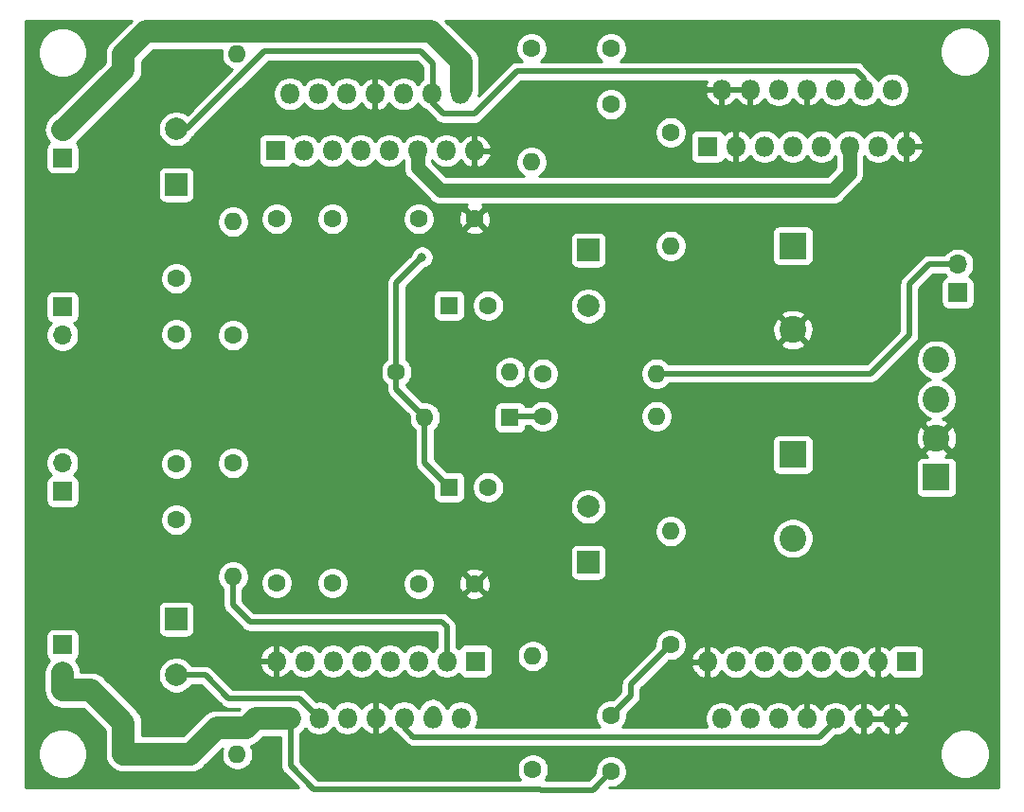
<source format=gbr>
G04 #@! TF.GenerationSoftware,KiCad,Pcbnew,(5.1.8-0-10_14)*
G04 #@! TF.CreationDate,2020-12-22T15:40:18-08:00*
G04 #@! TF.ProjectId,DualPedalBoardAmpSt,4475616c-5065-4646-916c-426f61726441,rev?*
G04 #@! TF.SameCoordinates,Original*
G04 #@! TF.FileFunction,Copper,L1,Top*
G04 #@! TF.FilePolarity,Positive*
%FSLAX46Y46*%
G04 Gerber Fmt 4.6, Leading zero omitted, Abs format (unit mm)*
G04 Created by KiCad (PCBNEW (5.1.8-0-10_14)) date 2020-12-22 15:40:18*
%MOMM*%
%LPD*%
G01*
G04 APERTURE LIST*
G04 #@! TA.AperFunction,ComponentPad*
%ADD10C,2.400000*%
G04 #@! TD*
G04 #@! TA.AperFunction,ComponentPad*
%ADD11R,2.400000X2.400000*%
G04 #@! TD*
G04 #@! TA.AperFunction,ComponentPad*
%ADD12O,1.800000X1.800000*%
G04 #@! TD*
G04 #@! TA.AperFunction,ComponentPad*
%ADD13R,1.800000X1.800000*%
G04 #@! TD*
G04 #@! TA.AperFunction,ComponentPad*
%ADD14O,1.600000X1.600000*%
G04 #@! TD*
G04 #@! TA.AperFunction,ComponentPad*
%ADD15C,1.600000*%
G04 #@! TD*
G04 #@! TA.AperFunction,ComponentPad*
%ADD16C,2.000000*%
G04 #@! TD*
G04 #@! TA.AperFunction,ComponentPad*
%ADD17R,2.000000X2.000000*%
G04 #@! TD*
G04 #@! TA.AperFunction,ComponentPad*
%ADD18R,1.600000X1.600000*%
G04 #@! TD*
G04 #@! TA.AperFunction,ComponentPad*
%ADD19O,1.700000X1.700000*%
G04 #@! TD*
G04 #@! TA.AperFunction,ComponentPad*
%ADD20R,1.700000X1.700000*%
G04 #@! TD*
G04 #@! TA.AperFunction,ViaPad*
%ADD21C,0.800000*%
G04 #@! TD*
G04 #@! TA.AperFunction,Conductor*
%ADD22C,1.270000*%
G04 #@! TD*
G04 #@! TA.AperFunction,Conductor*
%ADD23C,0.508000*%
G04 #@! TD*
G04 #@! TA.AperFunction,Conductor*
%ADD24C,2.032000*%
G04 #@! TD*
G04 #@! TA.AperFunction,Conductor*
%ADD25C,0.254000*%
G04 #@! TD*
G04 #@! TA.AperFunction,Conductor*
%ADD26C,0.100000*%
G04 #@! TD*
G04 APERTURE END LIST*
D10*
X196215000Y-72050000D03*
X196215000Y-75550000D03*
X196215000Y-79050000D03*
D11*
X196215000Y-82550000D03*
D12*
X175768000Y-99060000D03*
X177038000Y-104140000D03*
X178308000Y-99060000D03*
X179578000Y-104140000D03*
X180848000Y-99060000D03*
X182118000Y-104140000D03*
X183388000Y-99060000D03*
X184658000Y-104140000D03*
X185928000Y-99060000D03*
X187198000Y-104140000D03*
X188468000Y-99060000D03*
X189738000Y-104140000D03*
X191008000Y-99060000D03*
X192278000Y-104140000D03*
D13*
X193548000Y-99060000D03*
D12*
X154940000Y-53340000D03*
X153670000Y-48260000D03*
X152400000Y-53340000D03*
X151130000Y-48260000D03*
X149860000Y-53340000D03*
X148590000Y-48260000D03*
X147320000Y-53340000D03*
X146050000Y-48260000D03*
X144780000Y-53340000D03*
X143510000Y-48260000D03*
X142240000Y-53340000D03*
X140970000Y-48260000D03*
X139700000Y-53340000D03*
X138430000Y-48260000D03*
D13*
X137160000Y-53340000D03*
D14*
X172466000Y-87376000D03*
D15*
X172466000Y-97536000D03*
D12*
X193548000Y-52959000D03*
X192278000Y-47879000D03*
X191008000Y-52959000D03*
X189738000Y-47879000D03*
X188468000Y-52959000D03*
X187198000Y-47879000D03*
X185928000Y-52959000D03*
X184658000Y-47879000D03*
X183388000Y-52959000D03*
X182118000Y-47879000D03*
X180848000Y-52959000D03*
X179578000Y-47879000D03*
X178308000Y-52959000D03*
X177038000Y-47879000D03*
D13*
X175768000Y-52959000D03*
D14*
X172466000Y-61849000D03*
D15*
X172466000Y-51689000D03*
X167132000Y-108886000D03*
X167132000Y-103886000D03*
X167132000Y-44196000D03*
X167132000Y-49196000D03*
D16*
X128270000Y-100250000D03*
D17*
X128270000Y-95250000D03*
D16*
X128270000Y-51388000D03*
D17*
X128270000Y-56388000D03*
D15*
X156154000Y-67183000D03*
D18*
X152654000Y-67183000D03*
D15*
X156154000Y-83439000D03*
D18*
X152654000Y-83439000D03*
D16*
X165100000Y-67230000D03*
D17*
X165100000Y-62230000D03*
D16*
X165100000Y-85170000D03*
D17*
X165100000Y-90170000D03*
D14*
X171196000Y-77089000D03*
D15*
X161036000Y-77089000D03*
X149940000Y-92075000D03*
X154940000Y-92075000D03*
D12*
X137220000Y-99000000D03*
X138490000Y-104080000D03*
X139760000Y-99000000D03*
X141030000Y-104080000D03*
X142300000Y-99000000D03*
X143570000Y-104080000D03*
X144840000Y-99000000D03*
X146110000Y-104080000D03*
X147380000Y-99000000D03*
X148650000Y-104080000D03*
X149920000Y-99000000D03*
X151190000Y-104080000D03*
X152460000Y-99000000D03*
X153730000Y-104080000D03*
D13*
X155000000Y-99000000D03*
D14*
X133731000Y-107315000D03*
D15*
X123571000Y-107315000D03*
D14*
X133350000Y-91440000D03*
D15*
X133350000Y-81280000D03*
D14*
X160147000Y-98552000D03*
D15*
X160147000Y-108712000D03*
D19*
X118110000Y-100076000D03*
D20*
X118110000Y-97536000D03*
D19*
X118110000Y-81280000D03*
D20*
X118110000Y-83820000D03*
D15*
X137240000Y-92000000D03*
X142240000Y-92000000D03*
X128270000Y-81360000D03*
X128270000Y-86360000D03*
D19*
X198120000Y-63500000D03*
D20*
X198120000Y-66040000D03*
D14*
X133731000Y-44704000D03*
D15*
X123571000Y-44704000D03*
D14*
X158115000Y-73152000D03*
D15*
X147955000Y-73152000D03*
D14*
X171196000Y-73279000D03*
D15*
X161036000Y-73279000D03*
D14*
X133350000Y-59690000D03*
D15*
X133350000Y-69850000D03*
D14*
X160020000Y-54356000D03*
D15*
X160020000Y-44196000D03*
D19*
X118110000Y-51435000D03*
D20*
X118110000Y-53975000D03*
D19*
X118110000Y-69850000D03*
D20*
X118110000Y-67310000D03*
D14*
X150495000Y-77216000D03*
D18*
X158115000Y-77216000D03*
D10*
X183388000Y-69349000D03*
D11*
X183388000Y-61849000D03*
D15*
X149940000Y-59436000D03*
X154940000Y-59436000D03*
D10*
X183388000Y-88018000D03*
D11*
X183388000Y-80518000D03*
D15*
X137240000Y-59436000D03*
X142240000Y-59436000D03*
X128270000Y-69770000D03*
X128270000Y-64770000D03*
D21*
X150241000Y-62865000D03*
D22*
X151190000Y-103572000D02*
X151190000Y-104080000D01*
X137210000Y-59406000D02*
X137240000Y-59436000D01*
D23*
X158242000Y-77089000D02*
X158115000Y-77216000D01*
X161036000Y-77089000D02*
X158242000Y-77089000D01*
X134874000Y-95504000D02*
X133350000Y-93980000D01*
X152019000Y-95504000D02*
X134874000Y-95504000D01*
X133350000Y-93980000D02*
X133350000Y-91440000D01*
X152460000Y-95945000D02*
X152019000Y-95504000D01*
X152460000Y-99000000D02*
X152460000Y-95945000D01*
D22*
X139827000Y-98933000D02*
X139760000Y-99000000D01*
X178308000Y-99060000D02*
X178181000Y-99060000D01*
X178181000Y-99060000D02*
X178308000Y-98933000D01*
X185928000Y-99060000D02*
X186055000Y-98933000D01*
X154990000Y-53000000D02*
X154940000Y-53050000D01*
D23*
X143570000Y-104080000D02*
X143920000Y-104080000D01*
X147955000Y-74676000D02*
X150495000Y-77216000D01*
X147955000Y-73152000D02*
X147955000Y-74676000D01*
X150495000Y-81280000D02*
X152654000Y-83439000D01*
X150495000Y-77216000D02*
X150495000Y-81280000D01*
X147955000Y-65151000D02*
X150241000Y-62865000D01*
X147955000Y-73152000D02*
X147955000Y-65151000D01*
X129225480Y-51388000D02*
X128270000Y-51388000D01*
X136163480Y-44450000D02*
X129225480Y-51388000D01*
X150114000Y-44450000D02*
X136163480Y-44450000D01*
X151180000Y-45516000D02*
X150114000Y-44450000D01*
X151180000Y-47920000D02*
X151180000Y-45516000D01*
X152146000Y-50038000D02*
X151130000Y-49022000D01*
X158750000Y-46228000D02*
X154940000Y-50038000D01*
X189738000Y-47879000D02*
X189738000Y-46926500D01*
X189039500Y-46228000D02*
X158750000Y-46228000D01*
X151130000Y-49022000D02*
X151130000Y-48260000D01*
X154940000Y-50038000D02*
X152146000Y-50038000D01*
X189738000Y-46926500D02*
X189039500Y-46228000D01*
X128270000Y-100250000D02*
X130857000Y-100250000D01*
X130857000Y-100250000D02*
X132969000Y-102362000D01*
X139312000Y-102362000D02*
X141030000Y-104080000D01*
X132969000Y-102362000D02*
X139312000Y-102362000D01*
X149479000Y-105791000D02*
X185801000Y-105791000D01*
X148650000Y-104962000D02*
X149479000Y-105791000D01*
X187198000Y-104394000D02*
X187198000Y-104140000D01*
X185801000Y-105791000D02*
X187198000Y-104394000D01*
X148650000Y-104080000D02*
X148650000Y-104962000D01*
X193802000Y-69850000D02*
X190373000Y-73279000D01*
X190373000Y-73279000D02*
X171196000Y-73279000D01*
X193802000Y-65278000D02*
X193802000Y-69850000D01*
X195580000Y-63500000D02*
X193802000Y-65278000D01*
X198628000Y-63500000D02*
X195580000Y-63500000D01*
X168910000Y-102108000D02*
X168910000Y-101092000D01*
X168910000Y-101092000D02*
X172466000Y-97536000D01*
X167132000Y-103886000D02*
X168910000Y-102108000D01*
D22*
X188468000Y-55372000D02*
X188468000Y-52959000D01*
X186944000Y-56896000D02*
X188468000Y-55372000D01*
X151892000Y-56896000D02*
X186944000Y-56896000D01*
X149860000Y-54864000D02*
X151892000Y-56896000D01*
X149860000Y-53340000D02*
X149860000Y-54864000D01*
D24*
X153720000Y-45389000D02*
X153720000Y-47920000D01*
X151018999Y-42687999D02*
X153720000Y-45389000D01*
X125587001Y-42687999D02*
X151018999Y-42687999D01*
X123571000Y-44704000D02*
X125587001Y-42687999D01*
X123571000Y-46101000D02*
X123571000Y-44704000D01*
X118237000Y-51435000D02*
X123571000Y-46101000D01*
X118110000Y-51435000D02*
X118237000Y-51435000D01*
D23*
X138490000Y-104080000D02*
X138430000Y-104140000D01*
D24*
X118110000Y-101600000D02*
X118110000Y-100076000D01*
X123571000Y-104521000D02*
X120650000Y-101600000D01*
X120650000Y-101600000D02*
X118110000Y-101600000D01*
X123571000Y-107315000D02*
X123571000Y-104521000D01*
X129540000Y-107315000D02*
X123571000Y-107315000D01*
X134542001Y-104979999D02*
X131875001Y-104979999D01*
X131875001Y-104979999D02*
X129540000Y-107315000D01*
X135382000Y-104140000D02*
X134542001Y-104979999D01*
X138430000Y-104140000D02*
X135382000Y-104140000D01*
D23*
X165499010Y-110518990D02*
X167132000Y-108886000D01*
X160828070Y-110518990D02*
X165499010Y-110518990D01*
X140589000Y-110490000D02*
X160799080Y-110490000D01*
X138490000Y-108391000D02*
X140589000Y-110490000D01*
X160799080Y-110490000D02*
X160828070Y-110518990D01*
X138490000Y-104080000D02*
X138490000Y-108391000D01*
D25*
X122460916Y-43479218D02*
X122397919Y-43530918D01*
X122346219Y-43593915D01*
X122346218Y-43593916D01*
X122191602Y-43782317D01*
X122099991Y-43953709D01*
X122038296Y-44069133D01*
X121943889Y-44380347D01*
X121920000Y-44622896D01*
X121912012Y-44704000D01*
X121920000Y-44785101D01*
X121920000Y-45417133D01*
X117388570Y-49948564D01*
X117188316Y-50055602D01*
X116936918Y-50261918D01*
X116730602Y-50513316D01*
X116577295Y-50800133D01*
X116482889Y-51111347D01*
X116451012Y-51435000D01*
X116482889Y-51758653D01*
X116577295Y-52069867D01*
X116730602Y-52356684D01*
X116919571Y-52586945D01*
X116905506Y-52594463D01*
X116808815Y-52673815D01*
X116729463Y-52770506D01*
X116670498Y-52880820D01*
X116634188Y-53000518D01*
X116621928Y-53125000D01*
X116621928Y-54825000D01*
X116634188Y-54949482D01*
X116670498Y-55069180D01*
X116729463Y-55179494D01*
X116808815Y-55276185D01*
X116905506Y-55355537D01*
X117015820Y-55414502D01*
X117135518Y-55450812D01*
X117260000Y-55463072D01*
X118960000Y-55463072D01*
X119084482Y-55450812D01*
X119204180Y-55414502D01*
X119253760Y-55388000D01*
X126631928Y-55388000D01*
X126631928Y-57388000D01*
X126644188Y-57512482D01*
X126680498Y-57632180D01*
X126739463Y-57742494D01*
X126818815Y-57839185D01*
X126915506Y-57918537D01*
X127025820Y-57977502D01*
X127145518Y-58013812D01*
X127270000Y-58026072D01*
X129270000Y-58026072D01*
X129394482Y-58013812D01*
X129514180Y-57977502D01*
X129624494Y-57918537D01*
X129721185Y-57839185D01*
X129800537Y-57742494D01*
X129859502Y-57632180D01*
X129895812Y-57512482D01*
X129908072Y-57388000D01*
X129908072Y-55388000D01*
X129895812Y-55263518D01*
X129859502Y-55143820D01*
X129800537Y-55033506D01*
X129721185Y-54936815D01*
X129624494Y-54857463D01*
X129514180Y-54798498D01*
X129394482Y-54762188D01*
X129270000Y-54749928D01*
X127270000Y-54749928D01*
X127145518Y-54762188D01*
X127025820Y-54798498D01*
X126915506Y-54857463D01*
X126818815Y-54936815D01*
X126739463Y-55033506D01*
X126680498Y-55143820D01*
X126644188Y-55263518D01*
X126631928Y-55388000D01*
X119253760Y-55388000D01*
X119314494Y-55355537D01*
X119411185Y-55276185D01*
X119490537Y-55179494D01*
X119549502Y-55069180D01*
X119585812Y-54949482D01*
X119598072Y-54825000D01*
X119598072Y-53125000D01*
X119585812Y-53000518D01*
X119549502Y-52880820D01*
X119490537Y-52770506D01*
X119411185Y-52673815D01*
X119370585Y-52640496D01*
X119410082Y-52608082D01*
X119461787Y-52545079D01*
X124681086Y-47325781D01*
X124744082Y-47274082D01*
X124844350Y-47151905D01*
X124950398Y-47022685D01*
X125086017Y-46768959D01*
X125103705Y-46735867D01*
X125198111Y-46424653D01*
X125222000Y-46182104D01*
X125222000Y-46182102D01*
X125229988Y-46101001D01*
X125222000Y-46019900D01*
X125222000Y-45387866D01*
X126270868Y-44338999D01*
X132340491Y-44338999D01*
X132296000Y-44562665D01*
X132296000Y-44845335D01*
X132351147Y-45122574D01*
X132459320Y-45383727D01*
X132616363Y-45618759D01*
X132816241Y-45818637D01*
X133051273Y-45975680D01*
X133284117Y-46072127D01*
X129267880Y-50088365D01*
X129044463Y-49939082D01*
X128746912Y-49815832D01*
X128431033Y-49753000D01*
X128108967Y-49753000D01*
X127793088Y-49815832D01*
X127495537Y-49939082D01*
X127227748Y-50118013D01*
X127000013Y-50345748D01*
X126821082Y-50613537D01*
X126697832Y-50911088D01*
X126635000Y-51226967D01*
X126635000Y-51549033D01*
X126697832Y-51864912D01*
X126821082Y-52162463D01*
X127000013Y-52430252D01*
X127227748Y-52657987D01*
X127495537Y-52836918D01*
X127793088Y-52960168D01*
X128108967Y-53023000D01*
X128431033Y-53023000D01*
X128746912Y-52960168D01*
X129044463Y-52836918D01*
X129312252Y-52657987D01*
X129530239Y-52440000D01*
X135621928Y-52440000D01*
X135621928Y-54240000D01*
X135634188Y-54364482D01*
X135670498Y-54484180D01*
X135729463Y-54594494D01*
X135808815Y-54691185D01*
X135905506Y-54770537D01*
X136015820Y-54829502D01*
X136135518Y-54865812D01*
X136260000Y-54878072D01*
X138060000Y-54878072D01*
X138184482Y-54865812D01*
X138304180Y-54829502D01*
X138414494Y-54770537D01*
X138511185Y-54691185D01*
X138590537Y-54594494D01*
X138649502Y-54484180D01*
X138655056Y-54465873D01*
X138721495Y-54532312D01*
X138972905Y-54700299D01*
X139252257Y-54816011D01*
X139548816Y-54875000D01*
X139851184Y-54875000D01*
X140147743Y-54816011D01*
X140427095Y-54700299D01*
X140678505Y-54532312D01*
X140892312Y-54318505D01*
X140970000Y-54202237D01*
X141047688Y-54318505D01*
X141261495Y-54532312D01*
X141512905Y-54700299D01*
X141792257Y-54816011D01*
X142088816Y-54875000D01*
X142391184Y-54875000D01*
X142687743Y-54816011D01*
X142967095Y-54700299D01*
X143218505Y-54532312D01*
X143432312Y-54318505D01*
X143510000Y-54202237D01*
X143587688Y-54318505D01*
X143801495Y-54532312D01*
X144052905Y-54700299D01*
X144332257Y-54816011D01*
X144628816Y-54875000D01*
X144931184Y-54875000D01*
X145227743Y-54816011D01*
X145507095Y-54700299D01*
X145758505Y-54532312D01*
X145972312Y-54318505D01*
X146050000Y-54202237D01*
X146127688Y-54318505D01*
X146341495Y-54532312D01*
X146592905Y-54700299D01*
X146872257Y-54816011D01*
X147168816Y-54875000D01*
X147471184Y-54875000D01*
X147767743Y-54816011D01*
X148047095Y-54700299D01*
X148298505Y-54532312D01*
X148512312Y-54318505D01*
X148590000Y-54202237D01*
X148590000Y-54801627D01*
X148583857Y-54864000D01*
X148590000Y-54926373D01*
X148590000Y-54926380D01*
X148608377Y-55112963D01*
X148680998Y-55352359D01*
X148798926Y-55572988D01*
X148957631Y-55766370D01*
X149006086Y-55806136D01*
X150949863Y-57749914D01*
X150989630Y-57798370D01*
X151183012Y-57957075D01*
X151312097Y-58026072D01*
X151403640Y-58075003D01*
X151643036Y-58147623D01*
X151666347Y-58149919D01*
X151829620Y-58166000D01*
X151829627Y-58166000D01*
X151892000Y-58172143D01*
X151954373Y-58166000D01*
X154260841Y-58166000D01*
X154198486Y-58199329D01*
X154126903Y-58443298D01*
X154940000Y-59256395D01*
X155753097Y-58443298D01*
X155681514Y-58199329D01*
X155611077Y-58166000D01*
X186881627Y-58166000D01*
X186944000Y-58172143D01*
X187006373Y-58166000D01*
X187006380Y-58166000D01*
X187192963Y-58147623D01*
X187432359Y-58075003D01*
X187652988Y-57957075D01*
X187846370Y-57798370D01*
X187886141Y-57749909D01*
X189321915Y-56314136D01*
X189370370Y-56274370D01*
X189529075Y-56080988D01*
X189647003Y-55860359D01*
X189697594Y-55693584D01*
X189719623Y-55620964D01*
X189724348Y-55572987D01*
X189738000Y-55434380D01*
X189738000Y-55434374D01*
X189744143Y-55372001D01*
X189738000Y-55309628D01*
X189738000Y-53821237D01*
X189815688Y-53937505D01*
X190029495Y-54151312D01*
X190280905Y-54319299D01*
X190560257Y-54435011D01*
X190856816Y-54494000D01*
X191159184Y-54494000D01*
X191455743Y-54435011D01*
X191735095Y-54319299D01*
X191986505Y-54151312D01*
X192200312Y-53937505D01*
X192281367Y-53816198D01*
X192416351Y-53996116D01*
X192640427Y-54196962D01*
X192899380Y-54350234D01*
X193183259Y-54450041D01*
X193421000Y-54329992D01*
X193421000Y-53086000D01*
X193675000Y-53086000D01*
X193675000Y-54329992D01*
X193912741Y-54450041D01*
X194196620Y-54350234D01*
X194455573Y-54196962D01*
X194679649Y-53996116D01*
X194860236Y-53755414D01*
X194990394Y-53484107D01*
X195039036Y-53323740D01*
X194918378Y-53086000D01*
X193675000Y-53086000D01*
X193421000Y-53086000D01*
X193401000Y-53086000D01*
X193401000Y-52832000D01*
X193421000Y-52832000D01*
X193421000Y-51588008D01*
X193675000Y-51588008D01*
X193675000Y-52832000D01*
X194918378Y-52832000D01*
X195039036Y-52594260D01*
X194990394Y-52433893D01*
X194860236Y-52162586D01*
X194679649Y-51921884D01*
X194455573Y-51721038D01*
X194196620Y-51567766D01*
X193912741Y-51467959D01*
X193675000Y-51588008D01*
X193421000Y-51588008D01*
X193183259Y-51467959D01*
X192899380Y-51567766D01*
X192640427Y-51721038D01*
X192416351Y-51921884D01*
X192281367Y-52101802D01*
X192200312Y-51980495D01*
X191986505Y-51766688D01*
X191735095Y-51598701D01*
X191455743Y-51482989D01*
X191159184Y-51424000D01*
X190856816Y-51424000D01*
X190560257Y-51482989D01*
X190280905Y-51598701D01*
X190029495Y-51766688D01*
X189815688Y-51980495D01*
X189738000Y-52096763D01*
X189660312Y-51980495D01*
X189446505Y-51766688D01*
X189195095Y-51598701D01*
X188915743Y-51482989D01*
X188619184Y-51424000D01*
X188316816Y-51424000D01*
X188020257Y-51482989D01*
X187740905Y-51598701D01*
X187489495Y-51766688D01*
X187275688Y-51980495D01*
X187198000Y-52096763D01*
X187120312Y-51980495D01*
X186906505Y-51766688D01*
X186655095Y-51598701D01*
X186375743Y-51482989D01*
X186079184Y-51424000D01*
X185776816Y-51424000D01*
X185480257Y-51482989D01*
X185200905Y-51598701D01*
X184949495Y-51766688D01*
X184735688Y-51980495D01*
X184658000Y-52096763D01*
X184580312Y-51980495D01*
X184366505Y-51766688D01*
X184115095Y-51598701D01*
X183835743Y-51482989D01*
X183539184Y-51424000D01*
X183236816Y-51424000D01*
X182940257Y-51482989D01*
X182660905Y-51598701D01*
X182409495Y-51766688D01*
X182195688Y-51980495D01*
X182118000Y-52096763D01*
X182040312Y-51980495D01*
X181826505Y-51766688D01*
X181575095Y-51598701D01*
X181295743Y-51482989D01*
X180999184Y-51424000D01*
X180696816Y-51424000D01*
X180400257Y-51482989D01*
X180120905Y-51598701D01*
X179869495Y-51766688D01*
X179655688Y-51980495D01*
X179574633Y-52101802D01*
X179439649Y-51921884D01*
X179215573Y-51721038D01*
X178956620Y-51567766D01*
X178672741Y-51467959D01*
X178435000Y-51588008D01*
X178435000Y-52832000D01*
X178455000Y-52832000D01*
X178455000Y-53086000D01*
X178435000Y-53086000D01*
X178435000Y-54329992D01*
X178672741Y-54450041D01*
X178956620Y-54350234D01*
X179215573Y-54196962D01*
X179439649Y-53996116D01*
X179574633Y-53816198D01*
X179655688Y-53937505D01*
X179869495Y-54151312D01*
X180120905Y-54319299D01*
X180400257Y-54435011D01*
X180696816Y-54494000D01*
X180999184Y-54494000D01*
X181295743Y-54435011D01*
X181575095Y-54319299D01*
X181826505Y-54151312D01*
X182040312Y-53937505D01*
X182118000Y-53821237D01*
X182195688Y-53937505D01*
X182409495Y-54151312D01*
X182660905Y-54319299D01*
X182940257Y-54435011D01*
X183236816Y-54494000D01*
X183539184Y-54494000D01*
X183835743Y-54435011D01*
X184115095Y-54319299D01*
X184366505Y-54151312D01*
X184580312Y-53937505D01*
X184658000Y-53821237D01*
X184735688Y-53937505D01*
X184949495Y-54151312D01*
X185200905Y-54319299D01*
X185480257Y-54435011D01*
X185776816Y-54494000D01*
X186079184Y-54494000D01*
X186375743Y-54435011D01*
X186655095Y-54319299D01*
X186906505Y-54151312D01*
X187120312Y-53937505D01*
X187198000Y-53821237D01*
X187198001Y-53821238D01*
X187198000Y-54845949D01*
X186417950Y-55626000D01*
X160702241Y-55626000D01*
X160934759Y-55470637D01*
X161134637Y-55270759D01*
X161291680Y-55035727D01*
X161399853Y-54774574D01*
X161455000Y-54497335D01*
X161455000Y-54214665D01*
X161399853Y-53937426D01*
X161291680Y-53676273D01*
X161134637Y-53441241D01*
X160934759Y-53241363D01*
X160699727Y-53084320D01*
X160438574Y-52976147D01*
X160161335Y-52921000D01*
X159878665Y-52921000D01*
X159601426Y-52976147D01*
X159340273Y-53084320D01*
X159105241Y-53241363D01*
X158905363Y-53441241D01*
X158748320Y-53676273D01*
X158640147Y-53937426D01*
X158585000Y-54214665D01*
X158585000Y-54497335D01*
X158640147Y-54774574D01*
X158748320Y-55035727D01*
X158905363Y-55270759D01*
X159105241Y-55470637D01*
X159337759Y-55626000D01*
X152418051Y-55626000D01*
X151130000Y-54337950D01*
X151130000Y-54202237D01*
X151207688Y-54318505D01*
X151421495Y-54532312D01*
X151672905Y-54700299D01*
X151952257Y-54816011D01*
X152248816Y-54875000D01*
X152551184Y-54875000D01*
X152847743Y-54816011D01*
X153127095Y-54700299D01*
X153378505Y-54532312D01*
X153592312Y-54318505D01*
X153673367Y-54197198D01*
X153808351Y-54377116D01*
X154032427Y-54577962D01*
X154291380Y-54731234D01*
X154575259Y-54831041D01*
X154813000Y-54710992D01*
X154813000Y-53467000D01*
X155067000Y-53467000D01*
X155067000Y-54710992D01*
X155304741Y-54831041D01*
X155588620Y-54731234D01*
X155847573Y-54577962D01*
X156071649Y-54377116D01*
X156252236Y-54136414D01*
X156382394Y-53865107D01*
X156431036Y-53704740D01*
X156310378Y-53467000D01*
X155067000Y-53467000D01*
X154813000Y-53467000D01*
X154793000Y-53467000D01*
X154793000Y-53213000D01*
X154813000Y-53213000D01*
X154813000Y-51969008D01*
X155067000Y-51969008D01*
X155067000Y-53213000D01*
X156310378Y-53213000D01*
X156431036Y-52975260D01*
X156382394Y-52814893D01*
X156252236Y-52543586D01*
X156071649Y-52302884D01*
X155847573Y-52102038D01*
X155588620Y-51948766D01*
X155304741Y-51848959D01*
X155067000Y-51969008D01*
X154813000Y-51969008D01*
X154575259Y-51848959D01*
X154291380Y-51948766D01*
X154032427Y-52102038D01*
X153808351Y-52302884D01*
X153673367Y-52482802D01*
X153592312Y-52361495D01*
X153378505Y-52147688D01*
X153127095Y-51979701D01*
X152847743Y-51863989D01*
X152551184Y-51805000D01*
X152248816Y-51805000D01*
X151952257Y-51863989D01*
X151672905Y-51979701D01*
X151421495Y-52147688D01*
X151207688Y-52361495D01*
X151130000Y-52477763D01*
X151052312Y-52361495D01*
X150838505Y-52147688D01*
X150587095Y-51979701D01*
X150307743Y-51863989D01*
X150011184Y-51805000D01*
X149708816Y-51805000D01*
X149412257Y-51863989D01*
X149132905Y-51979701D01*
X148881495Y-52147688D01*
X148667688Y-52361495D01*
X148590000Y-52477763D01*
X148512312Y-52361495D01*
X148298505Y-52147688D01*
X148047095Y-51979701D01*
X147767743Y-51863989D01*
X147471184Y-51805000D01*
X147168816Y-51805000D01*
X146872257Y-51863989D01*
X146592905Y-51979701D01*
X146341495Y-52147688D01*
X146127688Y-52361495D01*
X146050000Y-52477763D01*
X145972312Y-52361495D01*
X145758505Y-52147688D01*
X145507095Y-51979701D01*
X145227743Y-51863989D01*
X144931184Y-51805000D01*
X144628816Y-51805000D01*
X144332257Y-51863989D01*
X144052905Y-51979701D01*
X143801495Y-52147688D01*
X143587688Y-52361495D01*
X143510000Y-52477763D01*
X143432312Y-52361495D01*
X143218505Y-52147688D01*
X142967095Y-51979701D01*
X142687743Y-51863989D01*
X142391184Y-51805000D01*
X142088816Y-51805000D01*
X141792257Y-51863989D01*
X141512905Y-51979701D01*
X141261495Y-52147688D01*
X141047688Y-52361495D01*
X140970000Y-52477763D01*
X140892312Y-52361495D01*
X140678505Y-52147688D01*
X140427095Y-51979701D01*
X140147743Y-51863989D01*
X139851184Y-51805000D01*
X139548816Y-51805000D01*
X139252257Y-51863989D01*
X138972905Y-51979701D01*
X138721495Y-52147688D01*
X138655056Y-52214127D01*
X138649502Y-52195820D01*
X138590537Y-52085506D01*
X138511185Y-51988815D01*
X138414494Y-51909463D01*
X138304180Y-51850498D01*
X138184482Y-51814188D01*
X138060000Y-51801928D01*
X136260000Y-51801928D01*
X136135518Y-51814188D01*
X136015820Y-51850498D01*
X135905506Y-51909463D01*
X135808815Y-51988815D01*
X135729463Y-52085506D01*
X135670498Y-52195820D01*
X135634188Y-52315518D01*
X135621928Y-52440000D01*
X129530239Y-52440000D01*
X129539987Y-52430252D01*
X129718918Y-52162463D01*
X129737348Y-52117969D01*
X129857139Y-52019659D01*
X129884979Y-51985736D01*
X130323050Y-51547665D01*
X171031000Y-51547665D01*
X171031000Y-51830335D01*
X171086147Y-52107574D01*
X171194320Y-52368727D01*
X171351363Y-52603759D01*
X171551241Y-52803637D01*
X171786273Y-52960680D01*
X172047426Y-53068853D01*
X172324665Y-53124000D01*
X172607335Y-53124000D01*
X172884574Y-53068853D01*
X173145727Y-52960680D01*
X173380759Y-52803637D01*
X173580637Y-52603759D01*
X173737680Y-52368727D01*
X173845853Y-52107574D01*
X173855515Y-52059000D01*
X174229928Y-52059000D01*
X174229928Y-53859000D01*
X174242188Y-53983482D01*
X174278498Y-54103180D01*
X174337463Y-54213494D01*
X174416815Y-54310185D01*
X174513506Y-54389537D01*
X174623820Y-54448502D01*
X174743518Y-54484812D01*
X174868000Y-54497072D01*
X176668000Y-54497072D01*
X176792482Y-54484812D01*
X176912180Y-54448502D01*
X177022494Y-54389537D01*
X177119185Y-54310185D01*
X177198537Y-54213494D01*
X177257502Y-54103180D01*
X177265689Y-54076192D01*
X177400427Y-54196962D01*
X177659380Y-54350234D01*
X177943259Y-54450041D01*
X178181000Y-54329992D01*
X178181000Y-53086000D01*
X178161000Y-53086000D01*
X178161000Y-52832000D01*
X178181000Y-52832000D01*
X178181000Y-51588008D01*
X177943259Y-51467959D01*
X177659380Y-51567766D01*
X177400427Y-51721038D01*
X177265689Y-51841808D01*
X177257502Y-51814820D01*
X177198537Y-51704506D01*
X177119185Y-51607815D01*
X177022494Y-51528463D01*
X176912180Y-51469498D01*
X176792482Y-51433188D01*
X176668000Y-51420928D01*
X174868000Y-51420928D01*
X174743518Y-51433188D01*
X174623820Y-51469498D01*
X174513506Y-51528463D01*
X174416815Y-51607815D01*
X174337463Y-51704506D01*
X174278498Y-51814820D01*
X174242188Y-51934518D01*
X174229928Y-52059000D01*
X173855515Y-52059000D01*
X173901000Y-51830335D01*
X173901000Y-51547665D01*
X173845853Y-51270426D01*
X173737680Y-51009273D01*
X173580637Y-50774241D01*
X173380759Y-50574363D01*
X173145727Y-50417320D01*
X172884574Y-50309147D01*
X172607335Y-50254000D01*
X172324665Y-50254000D01*
X172047426Y-50309147D01*
X171786273Y-50417320D01*
X171551241Y-50574363D01*
X171351363Y-50774241D01*
X171194320Y-51009273D01*
X171086147Y-51270426D01*
X171031000Y-51547665D01*
X130323050Y-51547665D01*
X133761899Y-48108816D01*
X136895000Y-48108816D01*
X136895000Y-48411184D01*
X136953989Y-48707743D01*
X137069701Y-48987095D01*
X137237688Y-49238505D01*
X137451495Y-49452312D01*
X137702905Y-49620299D01*
X137982257Y-49736011D01*
X138278816Y-49795000D01*
X138581184Y-49795000D01*
X138877743Y-49736011D01*
X139157095Y-49620299D01*
X139408505Y-49452312D01*
X139622312Y-49238505D01*
X139700000Y-49122237D01*
X139777688Y-49238505D01*
X139991495Y-49452312D01*
X140242905Y-49620299D01*
X140522257Y-49736011D01*
X140818816Y-49795000D01*
X141121184Y-49795000D01*
X141417743Y-49736011D01*
X141697095Y-49620299D01*
X141948505Y-49452312D01*
X142162312Y-49238505D01*
X142240000Y-49122237D01*
X142317688Y-49238505D01*
X142531495Y-49452312D01*
X142782905Y-49620299D01*
X143062257Y-49736011D01*
X143358816Y-49795000D01*
X143661184Y-49795000D01*
X143957743Y-49736011D01*
X144237095Y-49620299D01*
X144488505Y-49452312D01*
X144702312Y-49238505D01*
X144783367Y-49117198D01*
X144918351Y-49297116D01*
X145142427Y-49497962D01*
X145401380Y-49651234D01*
X145685259Y-49751041D01*
X145923000Y-49630992D01*
X145923000Y-48387000D01*
X145903000Y-48387000D01*
X145903000Y-48133000D01*
X145923000Y-48133000D01*
X145923000Y-46889008D01*
X145685259Y-46768959D01*
X145401380Y-46868766D01*
X145142427Y-47022038D01*
X144918351Y-47222884D01*
X144783367Y-47402802D01*
X144702312Y-47281495D01*
X144488505Y-47067688D01*
X144237095Y-46899701D01*
X143957743Y-46783989D01*
X143661184Y-46725000D01*
X143358816Y-46725000D01*
X143062257Y-46783989D01*
X142782905Y-46899701D01*
X142531495Y-47067688D01*
X142317688Y-47281495D01*
X142240000Y-47397763D01*
X142162312Y-47281495D01*
X141948505Y-47067688D01*
X141697095Y-46899701D01*
X141417743Y-46783989D01*
X141121184Y-46725000D01*
X140818816Y-46725000D01*
X140522257Y-46783989D01*
X140242905Y-46899701D01*
X139991495Y-47067688D01*
X139777688Y-47281495D01*
X139700000Y-47397763D01*
X139622312Y-47281495D01*
X139408505Y-47067688D01*
X139157095Y-46899701D01*
X138877743Y-46783989D01*
X138581184Y-46725000D01*
X138278816Y-46725000D01*
X137982257Y-46783989D01*
X137702905Y-46899701D01*
X137451495Y-47067688D01*
X137237688Y-47281495D01*
X137069701Y-47532905D01*
X136953989Y-47812257D01*
X136895000Y-48108816D01*
X133761899Y-48108816D01*
X136531716Y-45339000D01*
X149745765Y-45339000D01*
X150291001Y-45884237D01*
X150291000Y-46974473D01*
X150151495Y-47067688D01*
X149937688Y-47281495D01*
X149860000Y-47397763D01*
X149782312Y-47281495D01*
X149568505Y-47067688D01*
X149317095Y-46899701D01*
X149037743Y-46783989D01*
X148741184Y-46725000D01*
X148438816Y-46725000D01*
X148142257Y-46783989D01*
X147862905Y-46899701D01*
X147611495Y-47067688D01*
X147397688Y-47281495D01*
X147316633Y-47402802D01*
X147181649Y-47222884D01*
X146957573Y-47022038D01*
X146698620Y-46868766D01*
X146414741Y-46768959D01*
X146177000Y-46889008D01*
X146177000Y-48133000D01*
X146197000Y-48133000D01*
X146197000Y-48387000D01*
X146177000Y-48387000D01*
X146177000Y-49630992D01*
X146414741Y-49751041D01*
X146698620Y-49651234D01*
X146957573Y-49497962D01*
X147181649Y-49297116D01*
X147316633Y-49117198D01*
X147397688Y-49238505D01*
X147611495Y-49452312D01*
X147862905Y-49620299D01*
X148142257Y-49736011D01*
X148438816Y-49795000D01*
X148741184Y-49795000D01*
X149037743Y-49736011D01*
X149317095Y-49620299D01*
X149568505Y-49452312D01*
X149782312Y-49238505D01*
X149860000Y-49122237D01*
X149937688Y-49238505D01*
X150151495Y-49452312D01*
X150402905Y-49620299D01*
X150513523Y-49666119D01*
X150532264Y-49681499D01*
X151486505Y-50635741D01*
X151514341Y-50669659D01*
X151649709Y-50780753D01*
X151804149Y-50863303D01*
X151897793Y-50891709D01*
X151971725Y-50914136D01*
X151988325Y-50915771D01*
X152102333Y-50927000D01*
X152102340Y-50927000D01*
X152146000Y-50931300D01*
X152189660Y-50927000D01*
X154896340Y-50927000D01*
X154940000Y-50931300D01*
X154983660Y-50927000D01*
X154983667Y-50927000D01*
X155114274Y-50914136D01*
X155281851Y-50863303D01*
X155436291Y-50780753D01*
X155571659Y-50669659D01*
X155599499Y-50635736D01*
X157180570Y-49054665D01*
X165697000Y-49054665D01*
X165697000Y-49337335D01*
X165752147Y-49614574D01*
X165860320Y-49875727D01*
X166017363Y-50110759D01*
X166217241Y-50310637D01*
X166452273Y-50467680D01*
X166713426Y-50575853D01*
X166990665Y-50631000D01*
X167273335Y-50631000D01*
X167550574Y-50575853D01*
X167811727Y-50467680D01*
X168046759Y-50310637D01*
X168246637Y-50110759D01*
X168403680Y-49875727D01*
X168511853Y-49614574D01*
X168567000Y-49337335D01*
X168567000Y-49054665D01*
X168511853Y-48777426D01*
X168403680Y-48516273D01*
X168246637Y-48281241D01*
X168209136Y-48243740D01*
X175546964Y-48243740D01*
X175595606Y-48404107D01*
X175725764Y-48675414D01*
X175906351Y-48916116D01*
X176130427Y-49116962D01*
X176389380Y-49270234D01*
X176673259Y-49370041D01*
X176911000Y-49249992D01*
X176911000Y-48006000D01*
X177165000Y-48006000D01*
X177165000Y-49249992D01*
X177402741Y-49370041D01*
X177686620Y-49270234D01*
X177945573Y-49116962D01*
X178169649Y-48916116D01*
X178308000Y-48731710D01*
X178446351Y-48916116D01*
X178670427Y-49116962D01*
X178929380Y-49270234D01*
X179213259Y-49370041D01*
X179451000Y-49249992D01*
X179451000Y-48006000D01*
X177165000Y-48006000D01*
X176911000Y-48006000D01*
X175667622Y-48006000D01*
X175546964Y-48243740D01*
X168209136Y-48243740D01*
X168046759Y-48081363D01*
X167811727Y-47924320D01*
X167550574Y-47816147D01*
X167273335Y-47761000D01*
X166990665Y-47761000D01*
X166713426Y-47816147D01*
X166452273Y-47924320D01*
X166217241Y-48081363D01*
X166017363Y-48281241D01*
X165860320Y-48516273D01*
X165752147Y-48777426D01*
X165697000Y-49054665D01*
X157180570Y-49054665D01*
X159118236Y-47117000D01*
X175709254Y-47117000D01*
X175595606Y-47353893D01*
X175546964Y-47514260D01*
X175667622Y-47752000D01*
X176911000Y-47752000D01*
X176911000Y-47732000D01*
X177165000Y-47732000D01*
X177165000Y-47752000D01*
X179451000Y-47752000D01*
X179451000Y-47732000D01*
X179705000Y-47732000D01*
X179705000Y-47752000D01*
X179725000Y-47752000D01*
X179725000Y-48006000D01*
X179705000Y-48006000D01*
X179705000Y-49249992D01*
X179942741Y-49370041D01*
X180226620Y-49270234D01*
X180485573Y-49116962D01*
X180709649Y-48916116D01*
X180844633Y-48736198D01*
X180925688Y-48857505D01*
X181139495Y-49071312D01*
X181390905Y-49239299D01*
X181670257Y-49355011D01*
X181966816Y-49414000D01*
X182269184Y-49414000D01*
X182565743Y-49355011D01*
X182845095Y-49239299D01*
X183096505Y-49071312D01*
X183310312Y-48857505D01*
X183391367Y-48736198D01*
X183526351Y-48916116D01*
X183750427Y-49116962D01*
X184009380Y-49270234D01*
X184293259Y-49370041D01*
X184531000Y-49249992D01*
X184531000Y-48006000D01*
X184511000Y-48006000D01*
X184511000Y-47752000D01*
X184531000Y-47752000D01*
X184531000Y-47732000D01*
X184785000Y-47732000D01*
X184785000Y-47752000D01*
X184805000Y-47752000D01*
X184805000Y-48006000D01*
X184785000Y-48006000D01*
X184785000Y-49249992D01*
X185022741Y-49370041D01*
X185306620Y-49270234D01*
X185565573Y-49116962D01*
X185789649Y-48916116D01*
X185924633Y-48736198D01*
X186005688Y-48857505D01*
X186219495Y-49071312D01*
X186470905Y-49239299D01*
X186750257Y-49355011D01*
X187046816Y-49414000D01*
X187349184Y-49414000D01*
X187645743Y-49355011D01*
X187925095Y-49239299D01*
X188176505Y-49071312D01*
X188390312Y-48857505D01*
X188468000Y-48741237D01*
X188545688Y-48857505D01*
X188759495Y-49071312D01*
X189010905Y-49239299D01*
X189290257Y-49355011D01*
X189586816Y-49414000D01*
X189889184Y-49414000D01*
X190185743Y-49355011D01*
X190465095Y-49239299D01*
X190716505Y-49071312D01*
X190930312Y-48857505D01*
X191008000Y-48741237D01*
X191085688Y-48857505D01*
X191299495Y-49071312D01*
X191550905Y-49239299D01*
X191830257Y-49355011D01*
X192126816Y-49414000D01*
X192429184Y-49414000D01*
X192725743Y-49355011D01*
X193005095Y-49239299D01*
X193256505Y-49071312D01*
X193470312Y-48857505D01*
X193638299Y-48606095D01*
X193754011Y-48326743D01*
X193813000Y-48030184D01*
X193813000Y-47727816D01*
X193754011Y-47431257D01*
X193638299Y-47151905D01*
X193470312Y-46900495D01*
X193256505Y-46686688D01*
X193005095Y-46518701D01*
X192725743Y-46402989D01*
X192429184Y-46344000D01*
X192126816Y-46344000D01*
X191830257Y-46402989D01*
X191550905Y-46518701D01*
X191299495Y-46686688D01*
X191085688Y-46900495D01*
X191008000Y-47016763D01*
X190930312Y-46900495D01*
X190716505Y-46686688D01*
X190563031Y-46584140D01*
X190480753Y-46430209D01*
X190369659Y-46294841D01*
X190335741Y-46267005D01*
X189698998Y-45630263D01*
X189671159Y-45596341D01*
X189535791Y-45485247D01*
X189381351Y-45402697D01*
X189213774Y-45351864D01*
X189083167Y-45339000D01*
X189083160Y-45339000D01*
X189039500Y-45334700D01*
X188995840Y-45339000D01*
X168004311Y-45339000D01*
X168046759Y-45310637D01*
X168246637Y-45110759D01*
X168403680Y-44875727D01*
X168511853Y-44614574D01*
X168567000Y-44337335D01*
X168567000Y-44229872D01*
X196520000Y-44229872D01*
X196520000Y-44670128D01*
X196605890Y-45101925D01*
X196774369Y-45508669D01*
X197018962Y-45874729D01*
X197330271Y-46186038D01*
X197696331Y-46430631D01*
X198103075Y-46599110D01*
X198534872Y-46685000D01*
X198975128Y-46685000D01*
X199406925Y-46599110D01*
X199813669Y-46430631D01*
X200179729Y-46186038D01*
X200491038Y-45874729D01*
X200735631Y-45508669D01*
X200904110Y-45101925D01*
X200990000Y-44670128D01*
X200990000Y-44229872D01*
X200904110Y-43798075D01*
X200735631Y-43391331D01*
X200491038Y-43025271D01*
X200179729Y-42713962D01*
X199813669Y-42469369D01*
X199406925Y-42300890D01*
X198975128Y-42215000D01*
X198534872Y-42215000D01*
X198103075Y-42300890D01*
X197696331Y-42469369D01*
X197330271Y-42713962D01*
X197018962Y-43025271D01*
X196774369Y-43391331D01*
X196605890Y-43798075D01*
X196520000Y-44229872D01*
X168567000Y-44229872D01*
X168567000Y-44054665D01*
X168511853Y-43777426D01*
X168403680Y-43516273D01*
X168246637Y-43281241D01*
X168046759Y-43081363D01*
X167811727Y-42924320D01*
X167550574Y-42816147D01*
X167273335Y-42761000D01*
X166990665Y-42761000D01*
X166713426Y-42816147D01*
X166452273Y-42924320D01*
X166217241Y-43081363D01*
X166017363Y-43281241D01*
X165860320Y-43516273D01*
X165752147Y-43777426D01*
X165697000Y-44054665D01*
X165697000Y-44337335D01*
X165752147Y-44614574D01*
X165860320Y-44875727D01*
X166017363Y-45110759D01*
X166217241Y-45310637D01*
X166259689Y-45339000D01*
X160892311Y-45339000D01*
X160934759Y-45310637D01*
X161134637Y-45110759D01*
X161291680Y-44875727D01*
X161399853Y-44614574D01*
X161455000Y-44337335D01*
X161455000Y-44054665D01*
X161399853Y-43777426D01*
X161291680Y-43516273D01*
X161134637Y-43281241D01*
X160934759Y-43081363D01*
X160699727Y-42924320D01*
X160438574Y-42816147D01*
X160161335Y-42761000D01*
X159878665Y-42761000D01*
X159601426Y-42816147D01*
X159340273Y-42924320D01*
X159105241Y-43081363D01*
X158905363Y-43281241D01*
X158748320Y-43516273D01*
X158640147Y-43777426D01*
X158585000Y-44054665D01*
X158585000Y-44337335D01*
X158640147Y-44614574D01*
X158748320Y-44875727D01*
X158905363Y-45110759D01*
X159105241Y-45310637D01*
X159147689Y-45339000D01*
X158793660Y-45339000D01*
X158750000Y-45334700D01*
X158706340Y-45339000D01*
X158706333Y-45339000D01*
X158592325Y-45350229D01*
X158575725Y-45351864D01*
X158524892Y-45367284D01*
X158408149Y-45402697D01*
X158253709Y-45485247D01*
X158118341Y-45596341D01*
X158090506Y-45630258D01*
X155290504Y-48430261D01*
X155347111Y-48243653D01*
X155371000Y-48001104D01*
X155371000Y-45470100D01*
X155378988Y-45388999D01*
X155359659Y-45192753D01*
X155347111Y-45065347D01*
X155252705Y-44754133D01*
X155099399Y-44467317D01*
X155099398Y-44467315D01*
X154944782Y-44278915D01*
X154893082Y-44215918D01*
X154830086Y-44164219D01*
X152346866Y-41681000D01*
X201778001Y-41681000D01*
X201778000Y-110338000D01*
X166937235Y-110338000D01*
X166960280Y-110314956D01*
X166990665Y-110321000D01*
X167273335Y-110321000D01*
X167550574Y-110265853D01*
X167811727Y-110157680D01*
X168046759Y-110000637D01*
X168246637Y-109800759D01*
X168403680Y-109565727D01*
X168511853Y-109304574D01*
X168567000Y-109027335D01*
X168567000Y-108744665D01*
X168511853Y-108467426D01*
X168403680Y-108206273D01*
X168246637Y-107971241D01*
X168046759Y-107771363D01*
X167811727Y-107614320D01*
X167550574Y-107506147D01*
X167273335Y-107451000D01*
X166990665Y-107451000D01*
X166713426Y-107506147D01*
X166452273Y-107614320D01*
X166217241Y-107771363D01*
X166017363Y-107971241D01*
X165860320Y-108206273D01*
X165752147Y-108467426D01*
X165697000Y-108744665D01*
X165697000Y-109027335D01*
X165703044Y-109057720D01*
X165130775Y-109629990D01*
X161258406Y-109629990D01*
X161261637Y-109626759D01*
X161418680Y-109391727D01*
X161526853Y-109130574D01*
X161582000Y-108853335D01*
X161582000Y-108570665D01*
X161526853Y-108293426D01*
X161418680Y-108032273D01*
X161261637Y-107797241D01*
X161061759Y-107597363D01*
X160826727Y-107440320D01*
X160565574Y-107332147D01*
X160288335Y-107277000D01*
X160005665Y-107277000D01*
X159728426Y-107332147D01*
X159467273Y-107440320D01*
X159232241Y-107597363D01*
X159032363Y-107797241D01*
X158875320Y-108032273D01*
X158767147Y-108293426D01*
X158712000Y-108570665D01*
X158712000Y-108853335D01*
X158767147Y-109130574D01*
X158875320Y-109391727D01*
X159015151Y-109601000D01*
X140957235Y-109601000D01*
X139379000Y-108022765D01*
X139379000Y-107094872D01*
X196520000Y-107094872D01*
X196520000Y-107535128D01*
X196605890Y-107966925D01*
X196774369Y-108373669D01*
X197018962Y-108739729D01*
X197330271Y-109051038D01*
X197696331Y-109295631D01*
X198103075Y-109464110D01*
X198534872Y-109550000D01*
X198975128Y-109550000D01*
X199406925Y-109464110D01*
X199813669Y-109295631D01*
X200179729Y-109051038D01*
X200491038Y-108739729D01*
X200735631Y-108373669D01*
X200904110Y-107966925D01*
X200990000Y-107535128D01*
X200990000Y-107094872D01*
X200904110Y-106663075D01*
X200735631Y-106256331D01*
X200491038Y-105890271D01*
X200179729Y-105578962D01*
X199813669Y-105334369D01*
X199406925Y-105165890D01*
X198975128Y-105080000D01*
X198534872Y-105080000D01*
X198103075Y-105165890D01*
X197696331Y-105334369D01*
X197330271Y-105578962D01*
X197018962Y-105890271D01*
X196774369Y-106256331D01*
X196605890Y-106663075D01*
X196520000Y-107094872D01*
X139379000Y-107094872D01*
X139379000Y-105496980D01*
X139603082Y-105313082D01*
X139809398Y-105061684D01*
X139822915Y-105036396D01*
X139837688Y-105058505D01*
X140051495Y-105272312D01*
X140302905Y-105440299D01*
X140582257Y-105556011D01*
X140878816Y-105615000D01*
X141181184Y-105615000D01*
X141477743Y-105556011D01*
X141757095Y-105440299D01*
X142008505Y-105272312D01*
X142222312Y-105058505D01*
X142300000Y-104942237D01*
X142377688Y-105058505D01*
X142591495Y-105272312D01*
X142842905Y-105440299D01*
X143122257Y-105556011D01*
X143418816Y-105615000D01*
X143721184Y-105615000D01*
X144017743Y-105556011D01*
X144297095Y-105440299D01*
X144548505Y-105272312D01*
X144762312Y-105058505D01*
X144843367Y-104937198D01*
X144978351Y-105117116D01*
X145202427Y-105317962D01*
X145461380Y-105471234D01*
X145745259Y-105571041D01*
X145983000Y-105450992D01*
X145983000Y-104207000D01*
X145963000Y-104207000D01*
X145963000Y-103953000D01*
X145983000Y-103953000D01*
X145983000Y-102709008D01*
X146237000Y-102709008D01*
X146237000Y-103953000D01*
X146257000Y-103953000D01*
X146257000Y-104207000D01*
X146237000Y-104207000D01*
X146237000Y-105450992D01*
X146474741Y-105571041D01*
X146758620Y-105471234D01*
X147017573Y-105317962D01*
X147241649Y-105117116D01*
X147376633Y-104937198D01*
X147457688Y-105058505D01*
X147671495Y-105272312D01*
X147883590Y-105414029D01*
X147907248Y-105458291D01*
X148018342Y-105593659D01*
X148052259Y-105621494D01*
X148819505Y-106388741D01*
X148847341Y-106422659D01*
X148982709Y-106533753D01*
X149137149Y-106616303D01*
X149231758Y-106645002D01*
X149304725Y-106667136D01*
X149323073Y-106668943D01*
X149435333Y-106680000D01*
X149435339Y-106680000D01*
X149478999Y-106684300D01*
X149522659Y-106680000D01*
X185757340Y-106680000D01*
X185801000Y-106684300D01*
X185844660Y-106680000D01*
X185844667Y-106680000D01*
X185975274Y-106667136D01*
X186142851Y-106616303D01*
X186297291Y-106533753D01*
X186432659Y-106422659D01*
X186460499Y-106388736D01*
X187174235Y-105675000D01*
X187349184Y-105675000D01*
X187645743Y-105616011D01*
X187925095Y-105500299D01*
X188176505Y-105332312D01*
X188390312Y-105118505D01*
X188471367Y-104997198D01*
X188606351Y-105177116D01*
X188830427Y-105377962D01*
X189089380Y-105531234D01*
X189373259Y-105631041D01*
X189611000Y-105510992D01*
X189611000Y-104267000D01*
X189865000Y-104267000D01*
X189865000Y-105510992D01*
X190102741Y-105631041D01*
X190386620Y-105531234D01*
X190645573Y-105377962D01*
X190869649Y-105177116D01*
X191008000Y-104992710D01*
X191146351Y-105177116D01*
X191370427Y-105377962D01*
X191629380Y-105531234D01*
X191913259Y-105631041D01*
X192151000Y-105510992D01*
X192151000Y-104267000D01*
X192405000Y-104267000D01*
X192405000Y-105510992D01*
X192642741Y-105631041D01*
X192926620Y-105531234D01*
X193185573Y-105377962D01*
X193409649Y-105177116D01*
X193590236Y-104936414D01*
X193720394Y-104665107D01*
X193769036Y-104504740D01*
X193648378Y-104267000D01*
X192405000Y-104267000D01*
X192151000Y-104267000D01*
X189865000Y-104267000D01*
X189611000Y-104267000D01*
X189591000Y-104267000D01*
X189591000Y-104013000D01*
X189611000Y-104013000D01*
X189611000Y-102769008D01*
X189865000Y-102769008D01*
X189865000Y-104013000D01*
X192151000Y-104013000D01*
X192151000Y-102769008D01*
X192405000Y-102769008D01*
X192405000Y-104013000D01*
X193648378Y-104013000D01*
X193769036Y-103775260D01*
X193720394Y-103614893D01*
X193590236Y-103343586D01*
X193409649Y-103102884D01*
X193185573Y-102902038D01*
X192926620Y-102748766D01*
X192642741Y-102648959D01*
X192405000Y-102769008D01*
X192151000Y-102769008D01*
X191913259Y-102648959D01*
X191629380Y-102748766D01*
X191370427Y-102902038D01*
X191146351Y-103102884D01*
X191008000Y-103287290D01*
X190869649Y-103102884D01*
X190645573Y-102902038D01*
X190386620Y-102748766D01*
X190102741Y-102648959D01*
X189865000Y-102769008D01*
X189611000Y-102769008D01*
X189373259Y-102648959D01*
X189089380Y-102748766D01*
X188830427Y-102902038D01*
X188606351Y-103102884D01*
X188471367Y-103282802D01*
X188390312Y-103161495D01*
X188176505Y-102947688D01*
X187925095Y-102779701D01*
X187645743Y-102663989D01*
X187349184Y-102605000D01*
X187046816Y-102605000D01*
X186750257Y-102663989D01*
X186470905Y-102779701D01*
X186219495Y-102947688D01*
X186005688Y-103161495D01*
X185924633Y-103282802D01*
X185789649Y-103102884D01*
X185565573Y-102902038D01*
X185306620Y-102748766D01*
X185022741Y-102648959D01*
X184785000Y-102769008D01*
X184785000Y-104013000D01*
X184805000Y-104013000D01*
X184805000Y-104267000D01*
X184785000Y-104267000D01*
X184785000Y-104287000D01*
X184531000Y-104287000D01*
X184531000Y-104267000D01*
X184511000Y-104267000D01*
X184511000Y-104013000D01*
X184531000Y-104013000D01*
X184531000Y-102769008D01*
X184293259Y-102648959D01*
X184009380Y-102748766D01*
X183750427Y-102902038D01*
X183526351Y-103102884D01*
X183391367Y-103282802D01*
X183310312Y-103161495D01*
X183096505Y-102947688D01*
X182845095Y-102779701D01*
X182565743Y-102663989D01*
X182269184Y-102605000D01*
X181966816Y-102605000D01*
X181670257Y-102663989D01*
X181390905Y-102779701D01*
X181139495Y-102947688D01*
X180925688Y-103161495D01*
X180848000Y-103277763D01*
X180770312Y-103161495D01*
X180556505Y-102947688D01*
X180305095Y-102779701D01*
X180025743Y-102663989D01*
X179729184Y-102605000D01*
X179426816Y-102605000D01*
X179130257Y-102663989D01*
X178850905Y-102779701D01*
X178599495Y-102947688D01*
X178385688Y-103161495D01*
X178308000Y-103277763D01*
X178230312Y-103161495D01*
X178016505Y-102947688D01*
X177765095Y-102779701D01*
X177485743Y-102663989D01*
X177189184Y-102605000D01*
X176886816Y-102605000D01*
X176590257Y-102663989D01*
X176310905Y-102779701D01*
X176059495Y-102947688D01*
X175845688Y-103161495D01*
X175677701Y-103412905D01*
X175561989Y-103692257D01*
X175503000Y-103988816D01*
X175503000Y-104291184D01*
X175561989Y-104587743D01*
X175677701Y-104867095D01*
X175701024Y-104902000D01*
X168145396Y-104902000D01*
X168246637Y-104800759D01*
X168403680Y-104565727D01*
X168511853Y-104304574D01*
X168567000Y-104027335D01*
X168567000Y-103744665D01*
X168560956Y-103714280D01*
X169507743Y-102767493D01*
X169541659Y-102739659D01*
X169599131Y-102669630D01*
X169652752Y-102604292D01*
X169652753Y-102604291D01*
X169735303Y-102449851D01*
X169786136Y-102282274D01*
X169799000Y-102151667D01*
X169799000Y-102151660D01*
X169803300Y-102108000D01*
X169799000Y-102064340D01*
X169799000Y-101460235D01*
X171834495Y-99424740D01*
X174276964Y-99424740D01*
X174325606Y-99585107D01*
X174455764Y-99856414D01*
X174636351Y-100097116D01*
X174860427Y-100297962D01*
X175119380Y-100451234D01*
X175403259Y-100551041D01*
X175641000Y-100430992D01*
X175641000Y-99187000D01*
X174397622Y-99187000D01*
X174276964Y-99424740D01*
X171834495Y-99424740D01*
X172294279Y-98964956D01*
X172324665Y-98971000D01*
X172607335Y-98971000D01*
X172884574Y-98915853D01*
X173145727Y-98807680D01*
X173313975Y-98695260D01*
X174276964Y-98695260D01*
X174397622Y-98933000D01*
X175641000Y-98933000D01*
X175641000Y-97689008D01*
X175895000Y-97689008D01*
X175895000Y-98933000D01*
X175915000Y-98933000D01*
X175915000Y-99187000D01*
X175895000Y-99187000D01*
X175895000Y-100430992D01*
X176132741Y-100551041D01*
X176416620Y-100451234D01*
X176675573Y-100297962D01*
X176899649Y-100097116D01*
X177034633Y-99917198D01*
X177115688Y-100038505D01*
X177329495Y-100252312D01*
X177580905Y-100420299D01*
X177860257Y-100536011D01*
X178156816Y-100595000D01*
X178459184Y-100595000D01*
X178755743Y-100536011D01*
X179035095Y-100420299D01*
X179286505Y-100252312D01*
X179500312Y-100038505D01*
X179578000Y-99922237D01*
X179655688Y-100038505D01*
X179869495Y-100252312D01*
X180120905Y-100420299D01*
X180400257Y-100536011D01*
X180696816Y-100595000D01*
X180999184Y-100595000D01*
X181295743Y-100536011D01*
X181575095Y-100420299D01*
X181826505Y-100252312D01*
X182040312Y-100038505D01*
X182118000Y-99922237D01*
X182195688Y-100038505D01*
X182409495Y-100252312D01*
X182660905Y-100420299D01*
X182940257Y-100536011D01*
X183236816Y-100595000D01*
X183539184Y-100595000D01*
X183835743Y-100536011D01*
X184115095Y-100420299D01*
X184366505Y-100252312D01*
X184580312Y-100038505D01*
X184658000Y-99922237D01*
X184735688Y-100038505D01*
X184949495Y-100252312D01*
X185200905Y-100420299D01*
X185480257Y-100536011D01*
X185776816Y-100595000D01*
X186079184Y-100595000D01*
X186375743Y-100536011D01*
X186655095Y-100420299D01*
X186906505Y-100252312D01*
X187120312Y-100038505D01*
X187198000Y-99922237D01*
X187275688Y-100038505D01*
X187489495Y-100252312D01*
X187740905Y-100420299D01*
X188020257Y-100536011D01*
X188316816Y-100595000D01*
X188619184Y-100595000D01*
X188915743Y-100536011D01*
X189195095Y-100420299D01*
X189446505Y-100252312D01*
X189660312Y-100038505D01*
X189741367Y-99917198D01*
X189876351Y-100097116D01*
X190100427Y-100297962D01*
X190359380Y-100451234D01*
X190643259Y-100551041D01*
X190881000Y-100430992D01*
X190881000Y-99187000D01*
X190861000Y-99187000D01*
X190861000Y-98933000D01*
X190881000Y-98933000D01*
X190881000Y-97689008D01*
X191135000Y-97689008D01*
X191135000Y-98933000D01*
X191155000Y-98933000D01*
X191155000Y-99187000D01*
X191135000Y-99187000D01*
X191135000Y-100430992D01*
X191372741Y-100551041D01*
X191656620Y-100451234D01*
X191915573Y-100297962D01*
X192050311Y-100177192D01*
X192058498Y-100204180D01*
X192117463Y-100314494D01*
X192196815Y-100411185D01*
X192293506Y-100490537D01*
X192403820Y-100549502D01*
X192523518Y-100585812D01*
X192648000Y-100598072D01*
X194448000Y-100598072D01*
X194572482Y-100585812D01*
X194692180Y-100549502D01*
X194802494Y-100490537D01*
X194899185Y-100411185D01*
X194978537Y-100314494D01*
X195037502Y-100204180D01*
X195073812Y-100084482D01*
X195086072Y-99960000D01*
X195086072Y-98160000D01*
X195073812Y-98035518D01*
X195037502Y-97915820D01*
X194978537Y-97805506D01*
X194899185Y-97708815D01*
X194802494Y-97629463D01*
X194692180Y-97570498D01*
X194572482Y-97534188D01*
X194448000Y-97521928D01*
X192648000Y-97521928D01*
X192523518Y-97534188D01*
X192403820Y-97570498D01*
X192293506Y-97629463D01*
X192196815Y-97708815D01*
X192117463Y-97805506D01*
X192058498Y-97915820D01*
X192050311Y-97942808D01*
X191915573Y-97822038D01*
X191656620Y-97668766D01*
X191372741Y-97568959D01*
X191135000Y-97689008D01*
X190881000Y-97689008D01*
X190643259Y-97568959D01*
X190359380Y-97668766D01*
X190100427Y-97822038D01*
X189876351Y-98022884D01*
X189741367Y-98202802D01*
X189660312Y-98081495D01*
X189446505Y-97867688D01*
X189195095Y-97699701D01*
X188915743Y-97583989D01*
X188619184Y-97525000D01*
X188316816Y-97525000D01*
X188020257Y-97583989D01*
X187740905Y-97699701D01*
X187489495Y-97867688D01*
X187275688Y-98081495D01*
X187198000Y-98197763D01*
X187120312Y-98081495D01*
X186906505Y-97867688D01*
X186655095Y-97699701D01*
X186375743Y-97583989D01*
X186079184Y-97525000D01*
X185776816Y-97525000D01*
X185480257Y-97583989D01*
X185200905Y-97699701D01*
X184949495Y-97867688D01*
X184735688Y-98081495D01*
X184658000Y-98197763D01*
X184580312Y-98081495D01*
X184366505Y-97867688D01*
X184115095Y-97699701D01*
X183835743Y-97583989D01*
X183539184Y-97525000D01*
X183236816Y-97525000D01*
X182940257Y-97583989D01*
X182660905Y-97699701D01*
X182409495Y-97867688D01*
X182195688Y-98081495D01*
X182118000Y-98197763D01*
X182040312Y-98081495D01*
X181826505Y-97867688D01*
X181575095Y-97699701D01*
X181295743Y-97583989D01*
X180999184Y-97525000D01*
X180696816Y-97525000D01*
X180400257Y-97583989D01*
X180120905Y-97699701D01*
X179869495Y-97867688D01*
X179655688Y-98081495D01*
X179578000Y-98197763D01*
X179500312Y-98081495D01*
X179286505Y-97867688D01*
X179035095Y-97699701D01*
X178755743Y-97583989D01*
X178459184Y-97525000D01*
X178156816Y-97525000D01*
X177860257Y-97583989D01*
X177580905Y-97699701D01*
X177329495Y-97867688D01*
X177115688Y-98081495D01*
X177034633Y-98202802D01*
X176899649Y-98022884D01*
X176675573Y-97822038D01*
X176416620Y-97668766D01*
X176132741Y-97568959D01*
X175895000Y-97689008D01*
X175641000Y-97689008D01*
X175403259Y-97568959D01*
X175119380Y-97668766D01*
X174860427Y-97822038D01*
X174636351Y-98022884D01*
X174455764Y-98263586D01*
X174325606Y-98534893D01*
X174276964Y-98695260D01*
X173313975Y-98695260D01*
X173380759Y-98650637D01*
X173580637Y-98450759D01*
X173737680Y-98215727D01*
X173845853Y-97954574D01*
X173901000Y-97677335D01*
X173901000Y-97394665D01*
X173845853Y-97117426D01*
X173737680Y-96856273D01*
X173580637Y-96621241D01*
X173380759Y-96421363D01*
X173145727Y-96264320D01*
X172884574Y-96156147D01*
X172607335Y-96101000D01*
X172324665Y-96101000D01*
X172047426Y-96156147D01*
X171786273Y-96264320D01*
X171551241Y-96421363D01*
X171351363Y-96621241D01*
X171194320Y-96856273D01*
X171086147Y-97117426D01*
X171031000Y-97394665D01*
X171031000Y-97677335D01*
X171037044Y-97707721D01*
X168312259Y-100432506D01*
X168278342Y-100460341D01*
X168250507Y-100494258D01*
X168250505Y-100494260D01*
X168167248Y-100595709D01*
X168084698Y-100750148D01*
X168033864Y-100917726D01*
X168016700Y-101092000D01*
X168021001Y-101135669D01*
X168021000Y-101739764D01*
X167303720Y-102457044D01*
X167273335Y-102451000D01*
X166990665Y-102451000D01*
X166713426Y-102506147D01*
X166452273Y-102614320D01*
X166217241Y-102771363D01*
X166017363Y-102971241D01*
X165860320Y-103206273D01*
X165752147Y-103467426D01*
X165697000Y-103744665D01*
X165697000Y-104027335D01*
X165752147Y-104304574D01*
X165860320Y-104565727D01*
X166017363Y-104800759D01*
X166118604Y-104902000D01*
X155026885Y-104902000D01*
X155090299Y-104807095D01*
X155206011Y-104527743D01*
X155265000Y-104231184D01*
X155265000Y-103928816D01*
X155206011Y-103632257D01*
X155090299Y-103352905D01*
X154922312Y-103101495D01*
X154708505Y-102887688D01*
X154457095Y-102719701D01*
X154177743Y-102603989D01*
X153881184Y-102545000D01*
X153578816Y-102545000D01*
X153282257Y-102603989D01*
X153002905Y-102719701D01*
X152751495Y-102887688D01*
X152537688Y-103101495D01*
X152460000Y-103217763D01*
X152382312Y-103101495D01*
X152370982Y-103090165D01*
X152369003Y-103083641D01*
X152251075Y-102863012D01*
X152092370Y-102669630D01*
X151898987Y-102510925D01*
X151678358Y-102392997D01*
X151438962Y-102320377D01*
X151190000Y-102295856D01*
X150941037Y-102320377D01*
X150701641Y-102392997D01*
X150481012Y-102510925D01*
X150287630Y-102669630D01*
X150128925Y-102863013D01*
X150010997Y-103083642D01*
X150009018Y-103090165D01*
X149997688Y-103101495D01*
X149920000Y-103217763D01*
X149842312Y-103101495D01*
X149628505Y-102887688D01*
X149377095Y-102719701D01*
X149097743Y-102603989D01*
X148801184Y-102545000D01*
X148498816Y-102545000D01*
X148202257Y-102603989D01*
X147922905Y-102719701D01*
X147671495Y-102887688D01*
X147457688Y-103101495D01*
X147376633Y-103222802D01*
X147241649Y-103042884D01*
X147017573Y-102842038D01*
X146758620Y-102688766D01*
X146474741Y-102588959D01*
X146237000Y-102709008D01*
X145983000Y-102709008D01*
X145745259Y-102588959D01*
X145461380Y-102688766D01*
X145202427Y-102842038D01*
X144978351Y-103042884D01*
X144843367Y-103222802D01*
X144762312Y-103101495D01*
X144548505Y-102887688D01*
X144297095Y-102719701D01*
X144017743Y-102603989D01*
X143721184Y-102545000D01*
X143418816Y-102545000D01*
X143122257Y-102603989D01*
X142842905Y-102719701D01*
X142591495Y-102887688D01*
X142377688Y-103101495D01*
X142300000Y-103217763D01*
X142222312Y-103101495D01*
X142008505Y-102887688D01*
X141757095Y-102719701D01*
X141477743Y-102603989D01*
X141181184Y-102545000D01*
X140878816Y-102545000D01*
X140773236Y-102566001D01*
X139971499Y-101764264D01*
X139943659Y-101730341D01*
X139808291Y-101619247D01*
X139653851Y-101536697D01*
X139486274Y-101485864D01*
X139355667Y-101473000D01*
X139355660Y-101473000D01*
X139312000Y-101468700D01*
X139268340Y-101473000D01*
X133337236Y-101473000D01*
X131516499Y-99652264D01*
X131488659Y-99618341D01*
X131353291Y-99507247D01*
X131198851Y-99424697D01*
X131031274Y-99373864D01*
X130938639Y-99364740D01*
X135728964Y-99364740D01*
X135777606Y-99525107D01*
X135907764Y-99796414D01*
X136088351Y-100037116D01*
X136312427Y-100237962D01*
X136571380Y-100391234D01*
X136855259Y-100491041D01*
X137093000Y-100370992D01*
X137093000Y-99127000D01*
X135849622Y-99127000D01*
X135728964Y-99364740D01*
X130938639Y-99364740D01*
X130900667Y-99361000D01*
X130900660Y-99361000D01*
X130857000Y-99356700D01*
X130813340Y-99361000D01*
X129642387Y-99361000D01*
X129539987Y-99207748D01*
X129312252Y-98980013D01*
X129044463Y-98801082D01*
X128746912Y-98677832D01*
X128532888Y-98635260D01*
X135728964Y-98635260D01*
X135849622Y-98873000D01*
X137093000Y-98873000D01*
X137093000Y-97629008D01*
X136855259Y-97508959D01*
X136571380Y-97608766D01*
X136312427Y-97762038D01*
X136088351Y-97962884D01*
X135907764Y-98203586D01*
X135777606Y-98474893D01*
X135728964Y-98635260D01*
X128532888Y-98635260D01*
X128431033Y-98615000D01*
X128108967Y-98615000D01*
X127793088Y-98677832D01*
X127495537Y-98801082D01*
X127227748Y-98980013D01*
X127000013Y-99207748D01*
X126821082Y-99475537D01*
X126697832Y-99773088D01*
X126635000Y-100088967D01*
X126635000Y-100411033D01*
X126697832Y-100726912D01*
X126821082Y-101024463D01*
X127000013Y-101292252D01*
X127227748Y-101519987D01*
X127495537Y-101698918D01*
X127793088Y-101822168D01*
X128108967Y-101885000D01*
X128431033Y-101885000D01*
X128746912Y-101822168D01*
X129044463Y-101698918D01*
X129312252Y-101519987D01*
X129539987Y-101292252D01*
X129642387Y-101139000D01*
X130488765Y-101139000D01*
X132309504Y-102959740D01*
X132337341Y-102993659D01*
X132472709Y-103104753D01*
X132627149Y-103187303D01*
X132689686Y-103206273D01*
X132794725Y-103238136D01*
X132813073Y-103239943D01*
X132925333Y-103251000D01*
X132925339Y-103251000D01*
X132968999Y-103255300D01*
X133012659Y-103251000D01*
X133936134Y-103251000D01*
X133858135Y-103328999D01*
X131956101Y-103328999D01*
X131875000Y-103321011D01*
X131793899Y-103328999D01*
X131793897Y-103328999D01*
X131551348Y-103352888D01*
X131240134Y-103447294D01*
X131108107Y-103517864D01*
X130953316Y-103600601D01*
X130841633Y-103692257D01*
X130701919Y-103806917D01*
X130650219Y-103869915D01*
X128856134Y-105664000D01*
X125222000Y-105664000D01*
X125222000Y-104602101D01*
X125229988Y-104521000D01*
X125221780Y-104437666D01*
X125198111Y-104197347D01*
X125103705Y-103886133D01*
X124950398Y-103599316D01*
X124744082Y-103347918D01*
X124681079Y-103296213D01*
X121874787Y-100489921D01*
X121823082Y-100426918D01*
X121571684Y-100220602D01*
X121284867Y-100067295D01*
X120973653Y-99972889D01*
X120731104Y-99949000D01*
X120731101Y-99949000D01*
X120650000Y-99941012D01*
X120568899Y-99949000D01*
X119756480Y-99949000D01*
X119737111Y-99752347D01*
X119642705Y-99441133D01*
X119489398Y-99154316D01*
X119300429Y-98924055D01*
X119314494Y-98916537D01*
X119411185Y-98837185D01*
X119490537Y-98740494D01*
X119549502Y-98630180D01*
X119585812Y-98510482D01*
X119598072Y-98386000D01*
X119598072Y-96686000D01*
X119585812Y-96561518D01*
X119549502Y-96441820D01*
X119490537Y-96331506D01*
X119411185Y-96234815D01*
X119314494Y-96155463D01*
X119204180Y-96096498D01*
X119084482Y-96060188D01*
X118960000Y-96047928D01*
X117260000Y-96047928D01*
X117135518Y-96060188D01*
X117015820Y-96096498D01*
X116905506Y-96155463D01*
X116808815Y-96234815D01*
X116729463Y-96331506D01*
X116670498Y-96441820D01*
X116634188Y-96561518D01*
X116621928Y-96686000D01*
X116621928Y-98386000D01*
X116634188Y-98510482D01*
X116670498Y-98630180D01*
X116729463Y-98740494D01*
X116808815Y-98837185D01*
X116905506Y-98916537D01*
X116919572Y-98924056D01*
X116730603Y-99154316D01*
X116577296Y-99441133D01*
X116482889Y-99752347D01*
X116459000Y-99994896D01*
X116459000Y-101518896D01*
X116451012Y-101600000D01*
X116482889Y-101923653D01*
X116577295Y-102234867D01*
X116730602Y-102521684D01*
X116936918Y-102773082D01*
X117188316Y-102979398D01*
X117475133Y-103132705D01*
X117786347Y-103227111D01*
X117985228Y-103246699D01*
X118110000Y-103258988D01*
X118191103Y-103251000D01*
X119966134Y-103251000D01*
X121920001Y-105204867D01*
X121920000Y-107233896D01*
X121912012Y-107315000D01*
X121943889Y-107638653D01*
X122038295Y-107949867D01*
X122191602Y-108236684D01*
X122349954Y-108429637D01*
X122397918Y-108488082D01*
X122649316Y-108694398D01*
X122936133Y-108847705D01*
X123247347Y-108942111D01*
X123571000Y-108973988D01*
X123652103Y-108966000D01*
X129458899Y-108966000D01*
X129540000Y-108973988D01*
X129621101Y-108966000D01*
X129621104Y-108966000D01*
X129863653Y-108942111D01*
X130174867Y-108847705D01*
X130461684Y-108694398D01*
X130713082Y-108488082D01*
X130764787Y-108425079D01*
X132391951Y-106797915D01*
X132351147Y-106896426D01*
X132296000Y-107173665D01*
X132296000Y-107456335D01*
X132351147Y-107733574D01*
X132459320Y-107994727D01*
X132616363Y-108229759D01*
X132816241Y-108429637D01*
X133051273Y-108586680D01*
X133312426Y-108694853D01*
X133589665Y-108750000D01*
X133872335Y-108750000D01*
X134149574Y-108694853D01*
X134410727Y-108586680D01*
X134645759Y-108429637D01*
X134845637Y-108229759D01*
X135002680Y-107994727D01*
X135110853Y-107733574D01*
X135166000Y-107456335D01*
X135166000Y-107173665D01*
X135110853Y-106896426D01*
X135002680Y-106635273D01*
X134963940Y-106577295D01*
X135176868Y-106512704D01*
X135463685Y-106359397D01*
X135715083Y-106153081D01*
X135766788Y-106090078D01*
X136065866Y-105791000D01*
X137601000Y-105791000D01*
X137601001Y-108347330D01*
X137596700Y-108391000D01*
X137613864Y-108565274D01*
X137664698Y-108732852D01*
X137747248Y-108887291D01*
X137818399Y-108973988D01*
X137858342Y-109022659D01*
X137892259Y-109050494D01*
X139179765Y-110338000D01*
X114833000Y-110338000D01*
X114833000Y-107094872D01*
X115875000Y-107094872D01*
X115875000Y-107535128D01*
X115960890Y-107966925D01*
X116129369Y-108373669D01*
X116373962Y-108739729D01*
X116685271Y-109051038D01*
X117051331Y-109295631D01*
X117458075Y-109464110D01*
X117889872Y-109550000D01*
X118330128Y-109550000D01*
X118761925Y-109464110D01*
X119168669Y-109295631D01*
X119534729Y-109051038D01*
X119846038Y-108739729D01*
X120090631Y-108373669D01*
X120259110Y-107966925D01*
X120345000Y-107535128D01*
X120345000Y-107094872D01*
X120259110Y-106663075D01*
X120090631Y-106256331D01*
X119846038Y-105890271D01*
X119534729Y-105578962D01*
X119168669Y-105334369D01*
X118761925Y-105165890D01*
X118330128Y-105080000D01*
X117889872Y-105080000D01*
X117458075Y-105165890D01*
X117051331Y-105334369D01*
X116685271Y-105578962D01*
X116373962Y-105890271D01*
X116129369Y-106256331D01*
X115960890Y-106663075D01*
X115875000Y-107094872D01*
X114833000Y-107094872D01*
X114833000Y-94250000D01*
X126631928Y-94250000D01*
X126631928Y-96250000D01*
X126644188Y-96374482D01*
X126680498Y-96494180D01*
X126739463Y-96604494D01*
X126818815Y-96701185D01*
X126915506Y-96780537D01*
X127025820Y-96839502D01*
X127145518Y-96875812D01*
X127270000Y-96888072D01*
X129270000Y-96888072D01*
X129394482Y-96875812D01*
X129514180Y-96839502D01*
X129624494Y-96780537D01*
X129721185Y-96701185D01*
X129800537Y-96604494D01*
X129859502Y-96494180D01*
X129895812Y-96374482D01*
X129908072Y-96250000D01*
X129908072Y-94250000D01*
X129895812Y-94125518D01*
X129859502Y-94005820D01*
X129800537Y-93895506D01*
X129721185Y-93798815D01*
X129624494Y-93719463D01*
X129514180Y-93660498D01*
X129394482Y-93624188D01*
X129270000Y-93611928D01*
X127270000Y-93611928D01*
X127145518Y-93624188D01*
X127025820Y-93660498D01*
X126915506Y-93719463D01*
X126818815Y-93798815D01*
X126739463Y-93895506D01*
X126680498Y-94005820D01*
X126644188Y-94125518D01*
X126631928Y-94250000D01*
X114833000Y-94250000D01*
X114833000Y-91298665D01*
X131915000Y-91298665D01*
X131915000Y-91581335D01*
X131970147Y-91858574D01*
X132078320Y-92119727D01*
X132235363Y-92354759D01*
X132435241Y-92554637D01*
X132461001Y-92571849D01*
X132461000Y-93936340D01*
X132456700Y-93980000D01*
X132461000Y-94023660D01*
X132461000Y-94023666D01*
X132473864Y-94154273D01*
X132524697Y-94321850D01*
X132607247Y-94476290D01*
X132718341Y-94611659D01*
X132752264Y-94639499D01*
X134214504Y-96101740D01*
X134242341Y-96135659D01*
X134377709Y-96246753D01*
X134532149Y-96329303D01*
X134598058Y-96349296D01*
X134699724Y-96380136D01*
X134732924Y-96383406D01*
X134830333Y-96393000D01*
X134830339Y-96393000D01*
X134873999Y-96397300D01*
X134917659Y-96393000D01*
X151571001Y-96393000D01*
X151571000Y-97747882D01*
X151481495Y-97807688D01*
X151267688Y-98021495D01*
X151190000Y-98137763D01*
X151112312Y-98021495D01*
X150898505Y-97807688D01*
X150647095Y-97639701D01*
X150367743Y-97523989D01*
X150071184Y-97465000D01*
X149768816Y-97465000D01*
X149472257Y-97523989D01*
X149192905Y-97639701D01*
X148941495Y-97807688D01*
X148727688Y-98021495D01*
X148650000Y-98137763D01*
X148572312Y-98021495D01*
X148358505Y-97807688D01*
X148107095Y-97639701D01*
X147827743Y-97523989D01*
X147531184Y-97465000D01*
X147228816Y-97465000D01*
X146932257Y-97523989D01*
X146652905Y-97639701D01*
X146401495Y-97807688D01*
X146187688Y-98021495D01*
X146110000Y-98137763D01*
X146032312Y-98021495D01*
X145818505Y-97807688D01*
X145567095Y-97639701D01*
X145287743Y-97523989D01*
X144991184Y-97465000D01*
X144688816Y-97465000D01*
X144392257Y-97523989D01*
X144112905Y-97639701D01*
X143861495Y-97807688D01*
X143647688Y-98021495D01*
X143570000Y-98137763D01*
X143492312Y-98021495D01*
X143278505Y-97807688D01*
X143027095Y-97639701D01*
X142747743Y-97523989D01*
X142451184Y-97465000D01*
X142148816Y-97465000D01*
X141852257Y-97523989D01*
X141572905Y-97639701D01*
X141321495Y-97807688D01*
X141107688Y-98021495D01*
X141030000Y-98137763D01*
X140952312Y-98021495D01*
X140738505Y-97807688D01*
X140487095Y-97639701D01*
X140207743Y-97523989D01*
X139911184Y-97465000D01*
X139608816Y-97465000D01*
X139312257Y-97523989D01*
X139032905Y-97639701D01*
X138781495Y-97807688D01*
X138567688Y-98021495D01*
X138486633Y-98142802D01*
X138351649Y-97962884D01*
X138127573Y-97762038D01*
X137868620Y-97608766D01*
X137584741Y-97508959D01*
X137347000Y-97629008D01*
X137347000Y-98873000D01*
X137367000Y-98873000D01*
X137367000Y-99127000D01*
X137347000Y-99127000D01*
X137347000Y-100370992D01*
X137584741Y-100491041D01*
X137868620Y-100391234D01*
X138127573Y-100237962D01*
X138351649Y-100037116D01*
X138486633Y-99857198D01*
X138567688Y-99978505D01*
X138781495Y-100192312D01*
X139032905Y-100360299D01*
X139312257Y-100476011D01*
X139608816Y-100535000D01*
X139911184Y-100535000D01*
X140207743Y-100476011D01*
X140487095Y-100360299D01*
X140738505Y-100192312D01*
X140952312Y-99978505D01*
X141030000Y-99862237D01*
X141107688Y-99978505D01*
X141321495Y-100192312D01*
X141572905Y-100360299D01*
X141852257Y-100476011D01*
X142148816Y-100535000D01*
X142451184Y-100535000D01*
X142747743Y-100476011D01*
X143027095Y-100360299D01*
X143278505Y-100192312D01*
X143492312Y-99978505D01*
X143570000Y-99862237D01*
X143647688Y-99978505D01*
X143861495Y-100192312D01*
X144112905Y-100360299D01*
X144392257Y-100476011D01*
X144688816Y-100535000D01*
X144991184Y-100535000D01*
X145287743Y-100476011D01*
X145567095Y-100360299D01*
X145818505Y-100192312D01*
X146032312Y-99978505D01*
X146110000Y-99862237D01*
X146187688Y-99978505D01*
X146401495Y-100192312D01*
X146652905Y-100360299D01*
X146932257Y-100476011D01*
X147228816Y-100535000D01*
X147531184Y-100535000D01*
X147827743Y-100476011D01*
X148107095Y-100360299D01*
X148358505Y-100192312D01*
X148572312Y-99978505D01*
X148650000Y-99862237D01*
X148727688Y-99978505D01*
X148941495Y-100192312D01*
X149192905Y-100360299D01*
X149472257Y-100476011D01*
X149768816Y-100535000D01*
X150071184Y-100535000D01*
X150367743Y-100476011D01*
X150647095Y-100360299D01*
X150898505Y-100192312D01*
X151112312Y-99978505D01*
X151190000Y-99862237D01*
X151267688Y-99978505D01*
X151481495Y-100192312D01*
X151732905Y-100360299D01*
X152012257Y-100476011D01*
X152308816Y-100535000D01*
X152611184Y-100535000D01*
X152907743Y-100476011D01*
X153187095Y-100360299D01*
X153438505Y-100192312D01*
X153504944Y-100125873D01*
X153510498Y-100144180D01*
X153569463Y-100254494D01*
X153648815Y-100351185D01*
X153745506Y-100430537D01*
X153855820Y-100489502D01*
X153975518Y-100525812D01*
X154100000Y-100538072D01*
X155900000Y-100538072D01*
X156024482Y-100525812D01*
X156144180Y-100489502D01*
X156254494Y-100430537D01*
X156351185Y-100351185D01*
X156430537Y-100254494D01*
X156489502Y-100144180D01*
X156525812Y-100024482D01*
X156538072Y-99900000D01*
X156538072Y-98410665D01*
X158712000Y-98410665D01*
X158712000Y-98693335D01*
X158767147Y-98970574D01*
X158875320Y-99231727D01*
X159032363Y-99466759D01*
X159232241Y-99666637D01*
X159467273Y-99823680D01*
X159728426Y-99931853D01*
X160005665Y-99987000D01*
X160288335Y-99987000D01*
X160565574Y-99931853D01*
X160826727Y-99823680D01*
X161061759Y-99666637D01*
X161261637Y-99466759D01*
X161418680Y-99231727D01*
X161526853Y-98970574D01*
X161582000Y-98693335D01*
X161582000Y-98410665D01*
X161526853Y-98133426D01*
X161418680Y-97872273D01*
X161261637Y-97637241D01*
X161061759Y-97437363D01*
X160826727Y-97280320D01*
X160565574Y-97172147D01*
X160288335Y-97117000D01*
X160005665Y-97117000D01*
X159728426Y-97172147D01*
X159467273Y-97280320D01*
X159232241Y-97437363D01*
X159032363Y-97637241D01*
X158875320Y-97872273D01*
X158767147Y-98133426D01*
X158712000Y-98410665D01*
X156538072Y-98410665D01*
X156538072Y-98100000D01*
X156525812Y-97975518D01*
X156489502Y-97855820D01*
X156430537Y-97745506D01*
X156351185Y-97648815D01*
X156254494Y-97569463D01*
X156144180Y-97510498D01*
X156024482Y-97474188D01*
X155900000Y-97461928D01*
X154100000Y-97461928D01*
X153975518Y-97474188D01*
X153855820Y-97510498D01*
X153745506Y-97569463D01*
X153648815Y-97648815D01*
X153569463Y-97745506D01*
X153510498Y-97855820D01*
X153504944Y-97874127D01*
X153438505Y-97807688D01*
X153349000Y-97747883D01*
X153349000Y-95988659D01*
X153353300Y-95944999D01*
X153349000Y-95901339D01*
X153349000Y-95901333D01*
X153336136Y-95770726D01*
X153336136Y-95770724D01*
X153285302Y-95603147D01*
X153282548Y-95597995D01*
X153202753Y-95448709D01*
X153091659Y-95313341D01*
X153057736Y-95285501D01*
X152678499Y-94906264D01*
X152650659Y-94872341D01*
X152515291Y-94761247D01*
X152360851Y-94678697D01*
X152193274Y-94627864D01*
X152062667Y-94615000D01*
X152062660Y-94615000D01*
X152019000Y-94610700D01*
X151975340Y-94615000D01*
X135242236Y-94615000D01*
X134239000Y-93611765D01*
X134239000Y-92571849D01*
X134264759Y-92554637D01*
X134464637Y-92354759D01*
X134621680Y-92119727D01*
X134729815Y-91858665D01*
X135805000Y-91858665D01*
X135805000Y-92141335D01*
X135860147Y-92418574D01*
X135968320Y-92679727D01*
X136125363Y-92914759D01*
X136325241Y-93114637D01*
X136560273Y-93271680D01*
X136821426Y-93379853D01*
X137098665Y-93435000D01*
X137381335Y-93435000D01*
X137658574Y-93379853D01*
X137919727Y-93271680D01*
X138154759Y-93114637D01*
X138354637Y-92914759D01*
X138511680Y-92679727D01*
X138619853Y-92418574D01*
X138675000Y-92141335D01*
X138675000Y-91858665D01*
X140805000Y-91858665D01*
X140805000Y-92141335D01*
X140860147Y-92418574D01*
X140968320Y-92679727D01*
X141125363Y-92914759D01*
X141325241Y-93114637D01*
X141560273Y-93271680D01*
X141821426Y-93379853D01*
X142098665Y-93435000D01*
X142381335Y-93435000D01*
X142658574Y-93379853D01*
X142919727Y-93271680D01*
X143154759Y-93114637D01*
X143354637Y-92914759D01*
X143511680Y-92679727D01*
X143619853Y-92418574D01*
X143675000Y-92141335D01*
X143675000Y-91933665D01*
X148505000Y-91933665D01*
X148505000Y-92216335D01*
X148560147Y-92493574D01*
X148668320Y-92754727D01*
X148825363Y-92989759D01*
X149025241Y-93189637D01*
X149260273Y-93346680D01*
X149521426Y-93454853D01*
X149798665Y-93510000D01*
X150081335Y-93510000D01*
X150358574Y-93454853D01*
X150619727Y-93346680D01*
X150854759Y-93189637D01*
X150976694Y-93067702D01*
X154126903Y-93067702D01*
X154198486Y-93311671D01*
X154453996Y-93432571D01*
X154728184Y-93501300D01*
X155010512Y-93515217D01*
X155290130Y-93473787D01*
X155556292Y-93378603D01*
X155681514Y-93311671D01*
X155753097Y-93067702D01*
X154940000Y-92254605D01*
X154126903Y-93067702D01*
X150976694Y-93067702D01*
X151054637Y-92989759D01*
X151211680Y-92754727D01*
X151319853Y-92493574D01*
X151375000Y-92216335D01*
X151375000Y-92145512D01*
X153499783Y-92145512D01*
X153541213Y-92425130D01*
X153636397Y-92691292D01*
X153703329Y-92816514D01*
X153947298Y-92888097D01*
X154760395Y-92075000D01*
X155119605Y-92075000D01*
X155932702Y-92888097D01*
X156176671Y-92816514D01*
X156297571Y-92561004D01*
X156366300Y-92286816D01*
X156380217Y-92004488D01*
X156338787Y-91724870D01*
X156243603Y-91458708D01*
X156176671Y-91333486D01*
X155932702Y-91261903D01*
X155119605Y-92075000D01*
X154760395Y-92075000D01*
X153947298Y-91261903D01*
X153703329Y-91333486D01*
X153582429Y-91588996D01*
X153513700Y-91863184D01*
X153499783Y-92145512D01*
X151375000Y-92145512D01*
X151375000Y-91933665D01*
X151319853Y-91656426D01*
X151211680Y-91395273D01*
X151054637Y-91160241D01*
X150976694Y-91082298D01*
X154126903Y-91082298D01*
X154940000Y-91895395D01*
X155753097Y-91082298D01*
X155681514Y-90838329D01*
X155426004Y-90717429D01*
X155151816Y-90648700D01*
X154869488Y-90634783D01*
X154589870Y-90676213D01*
X154323708Y-90771397D01*
X154198486Y-90838329D01*
X154126903Y-91082298D01*
X150976694Y-91082298D01*
X150854759Y-90960363D01*
X150619727Y-90803320D01*
X150358574Y-90695147D01*
X150081335Y-90640000D01*
X149798665Y-90640000D01*
X149521426Y-90695147D01*
X149260273Y-90803320D01*
X149025241Y-90960363D01*
X148825363Y-91160241D01*
X148668320Y-91395273D01*
X148560147Y-91656426D01*
X148505000Y-91933665D01*
X143675000Y-91933665D01*
X143675000Y-91858665D01*
X143619853Y-91581426D01*
X143511680Y-91320273D01*
X143354637Y-91085241D01*
X143154759Y-90885363D01*
X142919727Y-90728320D01*
X142658574Y-90620147D01*
X142381335Y-90565000D01*
X142098665Y-90565000D01*
X141821426Y-90620147D01*
X141560273Y-90728320D01*
X141325241Y-90885363D01*
X141125363Y-91085241D01*
X140968320Y-91320273D01*
X140860147Y-91581426D01*
X140805000Y-91858665D01*
X138675000Y-91858665D01*
X138619853Y-91581426D01*
X138511680Y-91320273D01*
X138354637Y-91085241D01*
X138154759Y-90885363D01*
X137919727Y-90728320D01*
X137658574Y-90620147D01*
X137381335Y-90565000D01*
X137098665Y-90565000D01*
X136821426Y-90620147D01*
X136560273Y-90728320D01*
X136325241Y-90885363D01*
X136125363Y-91085241D01*
X135968320Y-91320273D01*
X135860147Y-91581426D01*
X135805000Y-91858665D01*
X134729815Y-91858665D01*
X134729853Y-91858574D01*
X134785000Y-91581335D01*
X134785000Y-91298665D01*
X134729853Y-91021426D01*
X134621680Y-90760273D01*
X134464637Y-90525241D01*
X134264759Y-90325363D01*
X134029727Y-90168320D01*
X133768574Y-90060147D01*
X133491335Y-90005000D01*
X133208665Y-90005000D01*
X132931426Y-90060147D01*
X132670273Y-90168320D01*
X132435241Y-90325363D01*
X132235363Y-90525241D01*
X132078320Y-90760273D01*
X131970147Y-91021426D01*
X131915000Y-91298665D01*
X114833000Y-91298665D01*
X114833000Y-89170000D01*
X163461928Y-89170000D01*
X163461928Y-91170000D01*
X163474188Y-91294482D01*
X163510498Y-91414180D01*
X163569463Y-91524494D01*
X163648815Y-91621185D01*
X163745506Y-91700537D01*
X163855820Y-91759502D01*
X163975518Y-91795812D01*
X164100000Y-91808072D01*
X166100000Y-91808072D01*
X166224482Y-91795812D01*
X166344180Y-91759502D01*
X166454494Y-91700537D01*
X166551185Y-91621185D01*
X166630537Y-91524494D01*
X166689502Y-91414180D01*
X166725812Y-91294482D01*
X166738072Y-91170000D01*
X166738072Y-89170000D01*
X166725812Y-89045518D01*
X166689502Y-88925820D01*
X166630537Y-88815506D01*
X166551185Y-88718815D01*
X166454494Y-88639463D01*
X166344180Y-88580498D01*
X166224482Y-88544188D01*
X166100000Y-88531928D01*
X164100000Y-88531928D01*
X163975518Y-88544188D01*
X163855820Y-88580498D01*
X163745506Y-88639463D01*
X163648815Y-88718815D01*
X163569463Y-88815506D01*
X163510498Y-88925820D01*
X163474188Y-89045518D01*
X163461928Y-89170000D01*
X114833000Y-89170000D01*
X114833000Y-86218665D01*
X126835000Y-86218665D01*
X126835000Y-86501335D01*
X126890147Y-86778574D01*
X126998320Y-87039727D01*
X127155363Y-87274759D01*
X127355241Y-87474637D01*
X127590273Y-87631680D01*
X127851426Y-87739853D01*
X128128665Y-87795000D01*
X128411335Y-87795000D01*
X128688574Y-87739853D01*
X128949727Y-87631680D01*
X129184759Y-87474637D01*
X129384637Y-87274759D01*
X129411426Y-87234665D01*
X171031000Y-87234665D01*
X171031000Y-87517335D01*
X171086147Y-87794574D01*
X171194320Y-88055727D01*
X171351363Y-88290759D01*
X171551241Y-88490637D01*
X171786273Y-88647680D01*
X172047426Y-88755853D01*
X172324665Y-88811000D01*
X172607335Y-88811000D01*
X172884574Y-88755853D01*
X173145727Y-88647680D01*
X173380759Y-88490637D01*
X173580637Y-88290759D01*
X173737680Y-88055727D01*
X173828168Y-87837268D01*
X181553000Y-87837268D01*
X181553000Y-88198732D01*
X181623518Y-88553250D01*
X181761844Y-88887199D01*
X181962662Y-89187744D01*
X182218256Y-89443338D01*
X182518801Y-89644156D01*
X182852750Y-89782482D01*
X183207268Y-89853000D01*
X183568732Y-89853000D01*
X183923250Y-89782482D01*
X184257199Y-89644156D01*
X184557744Y-89443338D01*
X184813338Y-89187744D01*
X185014156Y-88887199D01*
X185152482Y-88553250D01*
X185223000Y-88198732D01*
X185223000Y-87837268D01*
X185152482Y-87482750D01*
X185014156Y-87148801D01*
X184813338Y-86848256D01*
X184557744Y-86592662D01*
X184257199Y-86391844D01*
X183923250Y-86253518D01*
X183568732Y-86183000D01*
X183207268Y-86183000D01*
X182852750Y-86253518D01*
X182518801Y-86391844D01*
X182218256Y-86592662D01*
X181962662Y-86848256D01*
X181761844Y-87148801D01*
X181623518Y-87482750D01*
X181553000Y-87837268D01*
X173828168Y-87837268D01*
X173845853Y-87794574D01*
X173901000Y-87517335D01*
X173901000Y-87234665D01*
X173845853Y-86957426D01*
X173737680Y-86696273D01*
X173580637Y-86461241D01*
X173380759Y-86261363D01*
X173145727Y-86104320D01*
X172884574Y-85996147D01*
X172607335Y-85941000D01*
X172324665Y-85941000D01*
X172047426Y-85996147D01*
X171786273Y-86104320D01*
X171551241Y-86261363D01*
X171351363Y-86461241D01*
X171194320Y-86696273D01*
X171086147Y-86957426D01*
X171031000Y-87234665D01*
X129411426Y-87234665D01*
X129541680Y-87039727D01*
X129649853Y-86778574D01*
X129705000Y-86501335D01*
X129705000Y-86218665D01*
X129649853Y-85941426D01*
X129541680Y-85680273D01*
X129384637Y-85445241D01*
X129184759Y-85245363D01*
X128949727Y-85088320D01*
X128758152Y-85008967D01*
X163465000Y-85008967D01*
X163465000Y-85331033D01*
X163527832Y-85646912D01*
X163651082Y-85944463D01*
X163830013Y-86212252D01*
X164057748Y-86439987D01*
X164325537Y-86618918D01*
X164623088Y-86742168D01*
X164938967Y-86805000D01*
X165261033Y-86805000D01*
X165576912Y-86742168D01*
X165874463Y-86618918D01*
X166142252Y-86439987D01*
X166369987Y-86212252D01*
X166548918Y-85944463D01*
X166672168Y-85646912D01*
X166735000Y-85331033D01*
X166735000Y-85008967D01*
X166672168Y-84693088D01*
X166548918Y-84395537D01*
X166369987Y-84127748D01*
X166142252Y-83900013D01*
X165874463Y-83721082D01*
X165576912Y-83597832D01*
X165261033Y-83535000D01*
X164938967Y-83535000D01*
X164623088Y-83597832D01*
X164325537Y-83721082D01*
X164057748Y-83900013D01*
X163830013Y-84127748D01*
X163651082Y-84395537D01*
X163527832Y-84693088D01*
X163465000Y-85008967D01*
X128758152Y-85008967D01*
X128688574Y-84980147D01*
X128411335Y-84925000D01*
X128128665Y-84925000D01*
X127851426Y-84980147D01*
X127590273Y-85088320D01*
X127355241Y-85245363D01*
X127155363Y-85445241D01*
X126998320Y-85680273D01*
X126890147Y-85941426D01*
X126835000Y-86218665D01*
X114833000Y-86218665D01*
X114833000Y-82970000D01*
X116621928Y-82970000D01*
X116621928Y-84670000D01*
X116634188Y-84794482D01*
X116670498Y-84914180D01*
X116729463Y-85024494D01*
X116808815Y-85121185D01*
X116905506Y-85200537D01*
X117015820Y-85259502D01*
X117135518Y-85295812D01*
X117260000Y-85308072D01*
X118960000Y-85308072D01*
X119084482Y-85295812D01*
X119204180Y-85259502D01*
X119314494Y-85200537D01*
X119411185Y-85121185D01*
X119490537Y-85024494D01*
X119549502Y-84914180D01*
X119585812Y-84794482D01*
X119598072Y-84670000D01*
X119598072Y-82970000D01*
X119585812Y-82845518D01*
X119549502Y-82725820D01*
X119490537Y-82615506D01*
X119411185Y-82518815D01*
X119314494Y-82439463D01*
X119204180Y-82380498D01*
X119131620Y-82358487D01*
X119263475Y-82226632D01*
X119425990Y-81983411D01*
X119537932Y-81713158D01*
X119595000Y-81426260D01*
X119595000Y-81218665D01*
X126835000Y-81218665D01*
X126835000Y-81501335D01*
X126890147Y-81778574D01*
X126998320Y-82039727D01*
X127155363Y-82274759D01*
X127355241Y-82474637D01*
X127590273Y-82631680D01*
X127851426Y-82739853D01*
X128128665Y-82795000D01*
X128411335Y-82795000D01*
X128688574Y-82739853D01*
X128949727Y-82631680D01*
X129184759Y-82474637D01*
X129384637Y-82274759D01*
X129541680Y-82039727D01*
X129649853Y-81778574D01*
X129705000Y-81501335D01*
X129705000Y-81218665D01*
X129689087Y-81138665D01*
X131915000Y-81138665D01*
X131915000Y-81421335D01*
X131970147Y-81698574D01*
X132078320Y-81959727D01*
X132235363Y-82194759D01*
X132435241Y-82394637D01*
X132670273Y-82551680D01*
X132931426Y-82659853D01*
X133208665Y-82715000D01*
X133491335Y-82715000D01*
X133768574Y-82659853D01*
X134029727Y-82551680D01*
X134264759Y-82394637D01*
X134464637Y-82194759D01*
X134621680Y-81959727D01*
X134729853Y-81698574D01*
X134785000Y-81421335D01*
X134785000Y-81138665D01*
X134729853Y-80861426D01*
X134621680Y-80600273D01*
X134464637Y-80365241D01*
X134264759Y-80165363D01*
X134029727Y-80008320D01*
X133768574Y-79900147D01*
X133491335Y-79845000D01*
X133208665Y-79845000D01*
X132931426Y-79900147D01*
X132670273Y-80008320D01*
X132435241Y-80165363D01*
X132235363Y-80365241D01*
X132078320Y-80600273D01*
X131970147Y-80861426D01*
X131915000Y-81138665D01*
X129689087Y-81138665D01*
X129649853Y-80941426D01*
X129541680Y-80680273D01*
X129384637Y-80445241D01*
X129184759Y-80245363D01*
X128949727Y-80088320D01*
X128688574Y-79980147D01*
X128411335Y-79925000D01*
X128128665Y-79925000D01*
X127851426Y-79980147D01*
X127590273Y-80088320D01*
X127355241Y-80245363D01*
X127155363Y-80445241D01*
X126998320Y-80680273D01*
X126890147Y-80941426D01*
X126835000Y-81218665D01*
X119595000Y-81218665D01*
X119595000Y-81133740D01*
X119537932Y-80846842D01*
X119425990Y-80576589D01*
X119263475Y-80333368D01*
X119056632Y-80126525D01*
X118813411Y-79964010D01*
X118543158Y-79852068D01*
X118256260Y-79795000D01*
X117963740Y-79795000D01*
X117676842Y-79852068D01*
X117406589Y-79964010D01*
X117163368Y-80126525D01*
X116956525Y-80333368D01*
X116794010Y-80576589D01*
X116682068Y-80846842D01*
X116625000Y-81133740D01*
X116625000Y-81426260D01*
X116682068Y-81713158D01*
X116794010Y-81983411D01*
X116956525Y-82226632D01*
X117088380Y-82358487D01*
X117015820Y-82380498D01*
X116905506Y-82439463D01*
X116808815Y-82518815D01*
X116729463Y-82615506D01*
X116670498Y-82725820D01*
X116634188Y-82845518D01*
X116621928Y-82970000D01*
X114833000Y-82970000D01*
X114833000Y-73010665D01*
X146520000Y-73010665D01*
X146520000Y-73293335D01*
X146575147Y-73570574D01*
X146683320Y-73831727D01*
X146840363Y-74066759D01*
X147040241Y-74266637D01*
X147066001Y-74283849D01*
X147066001Y-74632331D01*
X147061700Y-74676000D01*
X147078864Y-74850274D01*
X147129698Y-75017852D01*
X147212248Y-75172291D01*
X147323342Y-75307659D01*
X147357259Y-75335494D01*
X149066044Y-77044280D01*
X149060000Y-77074665D01*
X149060000Y-77357335D01*
X149115147Y-77634574D01*
X149223320Y-77895727D01*
X149380363Y-78130759D01*
X149580241Y-78330637D01*
X149606000Y-78347849D01*
X149606001Y-81236330D01*
X149601700Y-81280000D01*
X149618864Y-81454274D01*
X149669698Y-81621852D01*
X149721091Y-81718000D01*
X149752248Y-81776291D01*
X149863342Y-81911659D01*
X149897259Y-81939494D01*
X151215928Y-83258164D01*
X151215928Y-84239000D01*
X151228188Y-84363482D01*
X151264498Y-84483180D01*
X151323463Y-84593494D01*
X151402815Y-84690185D01*
X151499506Y-84769537D01*
X151609820Y-84828502D01*
X151729518Y-84864812D01*
X151854000Y-84877072D01*
X153454000Y-84877072D01*
X153578482Y-84864812D01*
X153698180Y-84828502D01*
X153808494Y-84769537D01*
X153905185Y-84690185D01*
X153984537Y-84593494D01*
X154043502Y-84483180D01*
X154079812Y-84363482D01*
X154092072Y-84239000D01*
X154092072Y-83297665D01*
X154719000Y-83297665D01*
X154719000Y-83580335D01*
X154774147Y-83857574D01*
X154882320Y-84118727D01*
X155039363Y-84353759D01*
X155239241Y-84553637D01*
X155474273Y-84710680D01*
X155735426Y-84818853D01*
X156012665Y-84874000D01*
X156295335Y-84874000D01*
X156572574Y-84818853D01*
X156833727Y-84710680D01*
X157068759Y-84553637D01*
X157268637Y-84353759D01*
X157425680Y-84118727D01*
X157533853Y-83857574D01*
X157589000Y-83580335D01*
X157589000Y-83297665D01*
X157533853Y-83020426D01*
X157425680Y-82759273D01*
X157268637Y-82524241D01*
X157068759Y-82324363D01*
X156833727Y-82167320D01*
X156572574Y-82059147D01*
X156295335Y-82004000D01*
X156012665Y-82004000D01*
X155735426Y-82059147D01*
X155474273Y-82167320D01*
X155239241Y-82324363D01*
X155039363Y-82524241D01*
X154882320Y-82759273D01*
X154774147Y-83020426D01*
X154719000Y-83297665D01*
X154092072Y-83297665D01*
X154092072Y-82639000D01*
X154079812Y-82514518D01*
X154043502Y-82394820D01*
X153984537Y-82284506D01*
X153905185Y-82187815D01*
X153808494Y-82108463D01*
X153698180Y-82049498D01*
X153578482Y-82013188D01*
X153454000Y-82000928D01*
X152473164Y-82000928D01*
X151384000Y-80911765D01*
X151384000Y-79318000D01*
X181549928Y-79318000D01*
X181549928Y-81718000D01*
X181562188Y-81842482D01*
X181598498Y-81962180D01*
X181657463Y-82072494D01*
X181736815Y-82169185D01*
X181833506Y-82248537D01*
X181943820Y-82307502D01*
X182063518Y-82343812D01*
X182188000Y-82356072D01*
X184588000Y-82356072D01*
X184712482Y-82343812D01*
X184832180Y-82307502D01*
X184942494Y-82248537D01*
X185039185Y-82169185D01*
X185118537Y-82072494D01*
X185177502Y-81962180D01*
X185213812Y-81842482D01*
X185226072Y-81718000D01*
X185226072Y-81350000D01*
X194376928Y-81350000D01*
X194376928Y-83750000D01*
X194389188Y-83874482D01*
X194425498Y-83994180D01*
X194484463Y-84104494D01*
X194563815Y-84201185D01*
X194660506Y-84280537D01*
X194770820Y-84339502D01*
X194890518Y-84375812D01*
X195015000Y-84388072D01*
X197415000Y-84388072D01*
X197539482Y-84375812D01*
X197659180Y-84339502D01*
X197769494Y-84280537D01*
X197866185Y-84201185D01*
X197945537Y-84104494D01*
X198004502Y-83994180D01*
X198040812Y-83874482D01*
X198053072Y-83750000D01*
X198053072Y-81350000D01*
X198040812Y-81225518D01*
X198004502Y-81105820D01*
X197945537Y-80995506D01*
X197866185Y-80898815D01*
X197769494Y-80819463D01*
X197659180Y-80760498D01*
X197539482Y-80724188D01*
X197415000Y-80711928D01*
X197008097Y-80711928D01*
X197193486Y-80612836D01*
X197313374Y-80327980D01*
X196215000Y-79229605D01*
X195116626Y-80327980D01*
X195236514Y-80612836D01*
X195435912Y-80711928D01*
X195015000Y-80711928D01*
X194890518Y-80724188D01*
X194770820Y-80760498D01*
X194660506Y-80819463D01*
X194563815Y-80898815D01*
X194484463Y-80995506D01*
X194425498Y-81105820D01*
X194389188Y-81225518D01*
X194376928Y-81350000D01*
X185226072Y-81350000D01*
X185226072Y-79318000D01*
X185213812Y-79193518D01*
X185186865Y-79104684D01*
X194371933Y-79104684D01*
X194418015Y-79463198D01*
X194533154Y-79805833D01*
X194652164Y-80028486D01*
X194937020Y-80148374D01*
X196035395Y-79050000D01*
X196394605Y-79050000D01*
X197492980Y-80148374D01*
X197777836Y-80028486D01*
X197938699Y-79704790D01*
X198033322Y-79355931D01*
X198058067Y-78995316D01*
X198011985Y-78636802D01*
X197896846Y-78294167D01*
X197777836Y-78071514D01*
X197492980Y-77951626D01*
X196394605Y-79050000D01*
X196035395Y-79050000D01*
X194937020Y-77951626D01*
X194652164Y-78071514D01*
X194491301Y-78395210D01*
X194396678Y-78744069D01*
X194371933Y-79104684D01*
X185186865Y-79104684D01*
X185177502Y-79073820D01*
X185118537Y-78963506D01*
X185039185Y-78866815D01*
X184942494Y-78787463D01*
X184832180Y-78728498D01*
X184712482Y-78692188D01*
X184588000Y-78679928D01*
X182188000Y-78679928D01*
X182063518Y-78692188D01*
X181943820Y-78728498D01*
X181833506Y-78787463D01*
X181736815Y-78866815D01*
X181657463Y-78963506D01*
X181598498Y-79073820D01*
X181562188Y-79193518D01*
X181549928Y-79318000D01*
X151384000Y-79318000D01*
X151384000Y-78347849D01*
X151409759Y-78330637D01*
X151609637Y-78130759D01*
X151766680Y-77895727D01*
X151874853Y-77634574D01*
X151930000Y-77357335D01*
X151930000Y-77074665D01*
X151874853Y-76797426D01*
X151766680Y-76536273D01*
X151686317Y-76416000D01*
X156676928Y-76416000D01*
X156676928Y-78016000D01*
X156689188Y-78140482D01*
X156725498Y-78260180D01*
X156784463Y-78370494D01*
X156863815Y-78467185D01*
X156960506Y-78546537D01*
X157070820Y-78605502D01*
X157190518Y-78641812D01*
X157315000Y-78654072D01*
X158915000Y-78654072D01*
X159039482Y-78641812D01*
X159159180Y-78605502D01*
X159269494Y-78546537D01*
X159366185Y-78467185D01*
X159445537Y-78370494D01*
X159504502Y-78260180D01*
X159540812Y-78140482D01*
X159553072Y-78016000D01*
X159553072Y-77978000D01*
X159904151Y-77978000D01*
X159921363Y-78003759D01*
X160121241Y-78203637D01*
X160356273Y-78360680D01*
X160617426Y-78468853D01*
X160894665Y-78524000D01*
X161177335Y-78524000D01*
X161454574Y-78468853D01*
X161715727Y-78360680D01*
X161950759Y-78203637D01*
X162150637Y-78003759D01*
X162307680Y-77768727D01*
X162415853Y-77507574D01*
X162471000Y-77230335D01*
X162471000Y-76947665D01*
X169761000Y-76947665D01*
X169761000Y-77230335D01*
X169816147Y-77507574D01*
X169924320Y-77768727D01*
X170081363Y-78003759D01*
X170281241Y-78203637D01*
X170516273Y-78360680D01*
X170777426Y-78468853D01*
X171054665Y-78524000D01*
X171337335Y-78524000D01*
X171614574Y-78468853D01*
X171875727Y-78360680D01*
X172110759Y-78203637D01*
X172310637Y-78003759D01*
X172467680Y-77768727D01*
X172575853Y-77507574D01*
X172631000Y-77230335D01*
X172631000Y-76947665D01*
X172575853Y-76670426D01*
X172467680Y-76409273D01*
X172310637Y-76174241D01*
X172110759Y-75974363D01*
X171875727Y-75817320D01*
X171614574Y-75709147D01*
X171337335Y-75654000D01*
X171054665Y-75654000D01*
X170777426Y-75709147D01*
X170516273Y-75817320D01*
X170281241Y-75974363D01*
X170081363Y-76174241D01*
X169924320Y-76409273D01*
X169816147Y-76670426D01*
X169761000Y-76947665D01*
X162471000Y-76947665D01*
X162415853Y-76670426D01*
X162307680Y-76409273D01*
X162150637Y-76174241D01*
X161950759Y-75974363D01*
X161715727Y-75817320D01*
X161454574Y-75709147D01*
X161177335Y-75654000D01*
X160894665Y-75654000D01*
X160617426Y-75709147D01*
X160356273Y-75817320D01*
X160121241Y-75974363D01*
X159921363Y-76174241D01*
X159904151Y-76200000D01*
X159513050Y-76200000D01*
X159504502Y-76171820D01*
X159445537Y-76061506D01*
X159366185Y-75964815D01*
X159269494Y-75885463D01*
X159159180Y-75826498D01*
X159039482Y-75790188D01*
X158915000Y-75777928D01*
X157315000Y-75777928D01*
X157190518Y-75790188D01*
X157070820Y-75826498D01*
X156960506Y-75885463D01*
X156863815Y-75964815D01*
X156784463Y-76061506D01*
X156725498Y-76171820D01*
X156689188Y-76291518D01*
X156676928Y-76416000D01*
X151686317Y-76416000D01*
X151609637Y-76301241D01*
X151409759Y-76101363D01*
X151174727Y-75944320D01*
X150913574Y-75836147D01*
X150636335Y-75781000D01*
X150353665Y-75781000D01*
X150323280Y-75787044D01*
X148844000Y-74307765D01*
X148844000Y-74283849D01*
X148869759Y-74266637D01*
X149069637Y-74066759D01*
X149226680Y-73831727D01*
X149334853Y-73570574D01*
X149390000Y-73293335D01*
X149390000Y-73010665D01*
X156680000Y-73010665D01*
X156680000Y-73293335D01*
X156735147Y-73570574D01*
X156843320Y-73831727D01*
X157000363Y-74066759D01*
X157200241Y-74266637D01*
X157435273Y-74423680D01*
X157696426Y-74531853D01*
X157973665Y-74587000D01*
X158256335Y-74587000D01*
X158533574Y-74531853D01*
X158794727Y-74423680D01*
X159029759Y-74266637D01*
X159229637Y-74066759D01*
X159386680Y-73831727D01*
X159494853Y-73570574D01*
X159550000Y-73293335D01*
X159550000Y-73137665D01*
X159601000Y-73137665D01*
X159601000Y-73420335D01*
X159656147Y-73697574D01*
X159764320Y-73958727D01*
X159921363Y-74193759D01*
X160121241Y-74393637D01*
X160356273Y-74550680D01*
X160617426Y-74658853D01*
X160894665Y-74714000D01*
X161177335Y-74714000D01*
X161454574Y-74658853D01*
X161715727Y-74550680D01*
X161950759Y-74393637D01*
X162150637Y-74193759D01*
X162307680Y-73958727D01*
X162415853Y-73697574D01*
X162471000Y-73420335D01*
X162471000Y-73137665D01*
X169761000Y-73137665D01*
X169761000Y-73420335D01*
X169816147Y-73697574D01*
X169924320Y-73958727D01*
X170081363Y-74193759D01*
X170281241Y-74393637D01*
X170516273Y-74550680D01*
X170777426Y-74658853D01*
X171054665Y-74714000D01*
X171337335Y-74714000D01*
X171614574Y-74658853D01*
X171875727Y-74550680D01*
X172110759Y-74393637D01*
X172310637Y-74193759D01*
X172327849Y-74168000D01*
X190329340Y-74168000D01*
X190373000Y-74172300D01*
X190416660Y-74168000D01*
X190416667Y-74168000D01*
X190547274Y-74155136D01*
X190714851Y-74104303D01*
X190869291Y-74021753D01*
X191004659Y-73910659D01*
X191032499Y-73876736D01*
X193039967Y-71869268D01*
X194380000Y-71869268D01*
X194380000Y-72230732D01*
X194450518Y-72585250D01*
X194588844Y-72919199D01*
X194789662Y-73219744D01*
X195045256Y-73475338D01*
X195345801Y-73676156D01*
X195644787Y-73800000D01*
X195345801Y-73923844D01*
X195045256Y-74124662D01*
X194789662Y-74380256D01*
X194588844Y-74680801D01*
X194450518Y-75014750D01*
X194380000Y-75369268D01*
X194380000Y-75730732D01*
X194450518Y-76085250D01*
X194588844Y-76419199D01*
X194789662Y-76719744D01*
X195045256Y-76975338D01*
X195345801Y-77176156D01*
X195652489Y-77303190D01*
X195459167Y-77368154D01*
X195236514Y-77487164D01*
X195116626Y-77772020D01*
X196215000Y-78870395D01*
X197313374Y-77772020D01*
X197193486Y-77487164D01*
X196869790Y-77326301D01*
X196780310Y-77302031D01*
X197084199Y-77176156D01*
X197384744Y-76975338D01*
X197640338Y-76719744D01*
X197841156Y-76419199D01*
X197979482Y-76085250D01*
X198050000Y-75730732D01*
X198050000Y-75369268D01*
X197979482Y-75014750D01*
X197841156Y-74680801D01*
X197640338Y-74380256D01*
X197384744Y-74124662D01*
X197084199Y-73923844D01*
X196785213Y-73800000D01*
X197084199Y-73676156D01*
X197384744Y-73475338D01*
X197640338Y-73219744D01*
X197841156Y-72919199D01*
X197979482Y-72585250D01*
X198050000Y-72230732D01*
X198050000Y-71869268D01*
X197979482Y-71514750D01*
X197841156Y-71180801D01*
X197640338Y-70880256D01*
X197384744Y-70624662D01*
X197084199Y-70423844D01*
X196750250Y-70285518D01*
X196395732Y-70215000D01*
X196034268Y-70215000D01*
X195679750Y-70285518D01*
X195345801Y-70423844D01*
X195045256Y-70624662D01*
X194789662Y-70880256D01*
X194588844Y-71180801D01*
X194450518Y-71514750D01*
X194380000Y-71869268D01*
X193039967Y-71869268D01*
X194399736Y-70509499D01*
X194433659Y-70481659D01*
X194544753Y-70346291D01*
X194627303Y-70191851D01*
X194653699Y-70104833D01*
X194678136Y-70024276D01*
X194681406Y-69991076D01*
X194691000Y-69893667D01*
X194691000Y-69893661D01*
X194695300Y-69850001D01*
X194691000Y-69806341D01*
X194691000Y-65646235D01*
X195948236Y-64389000D01*
X196928017Y-64389000D01*
X196966525Y-64446632D01*
X197098380Y-64578487D01*
X197025820Y-64600498D01*
X196915506Y-64659463D01*
X196818815Y-64738815D01*
X196739463Y-64835506D01*
X196680498Y-64945820D01*
X196644188Y-65065518D01*
X196631928Y-65190000D01*
X196631928Y-66890000D01*
X196644188Y-67014482D01*
X196680498Y-67134180D01*
X196739463Y-67244494D01*
X196818815Y-67341185D01*
X196915506Y-67420537D01*
X197025820Y-67479502D01*
X197145518Y-67515812D01*
X197270000Y-67528072D01*
X198970000Y-67528072D01*
X199094482Y-67515812D01*
X199214180Y-67479502D01*
X199324494Y-67420537D01*
X199421185Y-67341185D01*
X199500537Y-67244494D01*
X199559502Y-67134180D01*
X199595812Y-67014482D01*
X199608072Y-66890000D01*
X199608072Y-65190000D01*
X199595812Y-65065518D01*
X199559502Y-64945820D01*
X199500537Y-64835506D01*
X199421185Y-64738815D01*
X199324494Y-64659463D01*
X199214180Y-64600498D01*
X199141620Y-64578487D01*
X199273475Y-64446632D01*
X199435990Y-64203411D01*
X199547932Y-63933158D01*
X199605000Y-63646260D01*
X199605000Y-63353740D01*
X199547932Y-63066842D01*
X199435990Y-62796589D01*
X199273475Y-62553368D01*
X199066632Y-62346525D01*
X198823411Y-62184010D01*
X198553158Y-62072068D01*
X198266260Y-62015000D01*
X197973740Y-62015000D01*
X197686842Y-62072068D01*
X197416589Y-62184010D01*
X197173368Y-62346525D01*
X196966525Y-62553368D01*
X196928017Y-62611000D01*
X195623660Y-62611000D01*
X195580000Y-62606700D01*
X195536340Y-62611000D01*
X195536333Y-62611000D01*
X195422325Y-62622229D01*
X195405725Y-62623864D01*
X195354892Y-62639284D01*
X195238149Y-62674697D01*
X195083709Y-62757247D01*
X194948341Y-62868341D01*
X194920506Y-62902258D01*
X193204264Y-64618501D01*
X193170341Y-64646341D01*
X193059247Y-64781710D01*
X192976697Y-64936150D01*
X192925864Y-65103727D01*
X192913000Y-65234334D01*
X192913000Y-65234340D01*
X192908700Y-65278000D01*
X192913000Y-65321660D01*
X192913001Y-69481764D01*
X190004765Y-72390000D01*
X172327849Y-72390000D01*
X172310637Y-72364241D01*
X172110759Y-72164363D01*
X171875727Y-72007320D01*
X171614574Y-71899147D01*
X171337335Y-71844000D01*
X171054665Y-71844000D01*
X170777426Y-71899147D01*
X170516273Y-72007320D01*
X170281241Y-72164363D01*
X170081363Y-72364241D01*
X169924320Y-72599273D01*
X169816147Y-72860426D01*
X169761000Y-73137665D01*
X162471000Y-73137665D01*
X162415853Y-72860426D01*
X162307680Y-72599273D01*
X162150637Y-72364241D01*
X161950759Y-72164363D01*
X161715727Y-72007320D01*
X161454574Y-71899147D01*
X161177335Y-71844000D01*
X160894665Y-71844000D01*
X160617426Y-71899147D01*
X160356273Y-72007320D01*
X160121241Y-72164363D01*
X159921363Y-72364241D01*
X159764320Y-72599273D01*
X159656147Y-72860426D01*
X159601000Y-73137665D01*
X159550000Y-73137665D01*
X159550000Y-73010665D01*
X159494853Y-72733426D01*
X159386680Y-72472273D01*
X159229637Y-72237241D01*
X159029759Y-72037363D01*
X158794727Y-71880320D01*
X158533574Y-71772147D01*
X158256335Y-71717000D01*
X157973665Y-71717000D01*
X157696426Y-71772147D01*
X157435273Y-71880320D01*
X157200241Y-72037363D01*
X157000363Y-72237241D01*
X156843320Y-72472273D01*
X156735147Y-72733426D01*
X156680000Y-73010665D01*
X149390000Y-73010665D01*
X149334853Y-72733426D01*
X149226680Y-72472273D01*
X149069637Y-72237241D01*
X148869759Y-72037363D01*
X148844000Y-72020151D01*
X148844000Y-70626980D01*
X182289626Y-70626980D01*
X182409514Y-70911836D01*
X182733210Y-71072699D01*
X183082069Y-71167322D01*
X183442684Y-71192067D01*
X183801198Y-71145985D01*
X184143833Y-71030846D01*
X184366486Y-70911836D01*
X184486374Y-70626980D01*
X183388000Y-69528605D01*
X182289626Y-70626980D01*
X148844000Y-70626980D01*
X148844000Y-69403684D01*
X181544933Y-69403684D01*
X181591015Y-69762198D01*
X181706154Y-70104833D01*
X181825164Y-70327486D01*
X182110020Y-70447374D01*
X183208395Y-69349000D01*
X183567605Y-69349000D01*
X184665980Y-70447374D01*
X184950836Y-70327486D01*
X185111699Y-70003790D01*
X185206322Y-69654931D01*
X185231067Y-69294316D01*
X185184985Y-68935802D01*
X185069846Y-68593167D01*
X184950836Y-68370514D01*
X184665980Y-68250626D01*
X183567605Y-69349000D01*
X183208395Y-69349000D01*
X182110020Y-68250626D01*
X181825164Y-68370514D01*
X181664301Y-68694210D01*
X181569678Y-69043069D01*
X181544933Y-69403684D01*
X148844000Y-69403684D01*
X148844000Y-66383000D01*
X151215928Y-66383000D01*
X151215928Y-67983000D01*
X151228188Y-68107482D01*
X151264498Y-68227180D01*
X151323463Y-68337494D01*
X151402815Y-68434185D01*
X151499506Y-68513537D01*
X151609820Y-68572502D01*
X151729518Y-68608812D01*
X151854000Y-68621072D01*
X153454000Y-68621072D01*
X153578482Y-68608812D01*
X153698180Y-68572502D01*
X153808494Y-68513537D01*
X153905185Y-68434185D01*
X153984537Y-68337494D01*
X154043502Y-68227180D01*
X154079812Y-68107482D01*
X154092072Y-67983000D01*
X154092072Y-67041665D01*
X154719000Y-67041665D01*
X154719000Y-67324335D01*
X154774147Y-67601574D01*
X154882320Y-67862727D01*
X155039363Y-68097759D01*
X155239241Y-68297637D01*
X155474273Y-68454680D01*
X155735426Y-68562853D01*
X156012665Y-68618000D01*
X156295335Y-68618000D01*
X156572574Y-68562853D01*
X156833727Y-68454680D01*
X157068759Y-68297637D01*
X157268637Y-68097759D01*
X157425680Y-67862727D01*
X157533853Y-67601574D01*
X157589000Y-67324335D01*
X157589000Y-67068967D01*
X163465000Y-67068967D01*
X163465000Y-67391033D01*
X163527832Y-67706912D01*
X163651082Y-68004463D01*
X163830013Y-68272252D01*
X164057748Y-68499987D01*
X164325537Y-68678918D01*
X164623088Y-68802168D01*
X164938967Y-68865000D01*
X165261033Y-68865000D01*
X165576912Y-68802168D01*
X165874463Y-68678918D01*
X166142252Y-68499987D01*
X166369987Y-68272252D01*
X166504446Y-68071020D01*
X182289626Y-68071020D01*
X183388000Y-69169395D01*
X184486374Y-68071020D01*
X184366486Y-67786164D01*
X184042790Y-67625301D01*
X183693931Y-67530678D01*
X183333316Y-67505933D01*
X182974802Y-67552015D01*
X182632167Y-67667154D01*
X182409514Y-67786164D01*
X182289626Y-68071020D01*
X166504446Y-68071020D01*
X166548918Y-68004463D01*
X166672168Y-67706912D01*
X166735000Y-67391033D01*
X166735000Y-67068967D01*
X166672168Y-66753088D01*
X166548918Y-66455537D01*
X166369987Y-66187748D01*
X166142252Y-65960013D01*
X165874463Y-65781082D01*
X165576912Y-65657832D01*
X165261033Y-65595000D01*
X164938967Y-65595000D01*
X164623088Y-65657832D01*
X164325537Y-65781082D01*
X164057748Y-65960013D01*
X163830013Y-66187748D01*
X163651082Y-66455537D01*
X163527832Y-66753088D01*
X163465000Y-67068967D01*
X157589000Y-67068967D01*
X157589000Y-67041665D01*
X157533853Y-66764426D01*
X157425680Y-66503273D01*
X157268637Y-66268241D01*
X157068759Y-66068363D01*
X156833727Y-65911320D01*
X156572574Y-65803147D01*
X156295335Y-65748000D01*
X156012665Y-65748000D01*
X155735426Y-65803147D01*
X155474273Y-65911320D01*
X155239241Y-66068363D01*
X155039363Y-66268241D01*
X154882320Y-66503273D01*
X154774147Y-66764426D01*
X154719000Y-67041665D01*
X154092072Y-67041665D01*
X154092072Y-66383000D01*
X154079812Y-66258518D01*
X154043502Y-66138820D01*
X153984537Y-66028506D01*
X153905185Y-65931815D01*
X153808494Y-65852463D01*
X153698180Y-65793498D01*
X153578482Y-65757188D01*
X153454000Y-65744928D01*
X151854000Y-65744928D01*
X151729518Y-65757188D01*
X151609820Y-65793498D01*
X151499506Y-65852463D01*
X151402815Y-65931815D01*
X151323463Y-66028506D01*
X151264498Y-66138820D01*
X151228188Y-66258518D01*
X151215928Y-66383000D01*
X148844000Y-66383000D01*
X148844000Y-65519235D01*
X150493106Y-63870130D01*
X150542898Y-63860226D01*
X150731256Y-63782205D01*
X150900774Y-63668937D01*
X151044937Y-63524774D01*
X151158205Y-63355256D01*
X151236226Y-63166898D01*
X151276000Y-62966939D01*
X151276000Y-62763061D01*
X151236226Y-62563102D01*
X151158205Y-62374744D01*
X151044937Y-62205226D01*
X150900774Y-62061063D01*
X150731256Y-61947795D01*
X150542898Y-61869774D01*
X150342939Y-61830000D01*
X150139061Y-61830000D01*
X149939102Y-61869774D01*
X149750744Y-61947795D01*
X149581226Y-62061063D01*
X149437063Y-62205226D01*
X149323795Y-62374744D01*
X149245774Y-62563102D01*
X149235870Y-62612894D01*
X147357259Y-64491506D01*
X147323342Y-64519341D01*
X147295507Y-64553258D01*
X147295505Y-64553260D01*
X147212248Y-64654709D01*
X147129698Y-64809148D01*
X147078864Y-64976726D01*
X147061700Y-65151000D01*
X147066001Y-65194670D01*
X147066000Y-72020151D01*
X147040241Y-72037363D01*
X146840363Y-72237241D01*
X146683320Y-72472273D01*
X146575147Y-72733426D01*
X146520000Y-73010665D01*
X114833000Y-73010665D01*
X114833000Y-66460000D01*
X116621928Y-66460000D01*
X116621928Y-68160000D01*
X116634188Y-68284482D01*
X116670498Y-68404180D01*
X116729463Y-68514494D01*
X116808815Y-68611185D01*
X116905506Y-68690537D01*
X117015820Y-68749502D01*
X117088380Y-68771513D01*
X116956525Y-68903368D01*
X116794010Y-69146589D01*
X116682068Y-69416842D01*
X116625000Y-69703740D01*
X116625000Y-69996260D01*
X116682068Y-70283158D01*
X116794010Y-70553411D01*
X116956525Y-70796632D01*
X117163368Y-71003475D01*
X117406589Y-71165990D01*
X117676842Y-71277932D01*
X117963740Y-71335000D01*
X118256260Y-71335000D01*
X118543158Y-71277932D01*
X118813411Y-71165990D01*
X119056632Y-71003475D01*
X119263475Y-70796632D01*
X119425990Y-70553411D01*
X119537932Y-70283158D01*
X119595000Y-69996260D01*
X119595000Y-69703740D01*
X119580067Y-69628665D01*
X126835000Y-69628665D01*
X126835000Y-69911335D01*
X126890147Y-70188574D01*
X126998320Y-70449727D01*
X127155363Y-70684759D01*
X127355241Y-70884637D01*
X127590273Y-71041680D01*
X127851426Y-71149853D01*
X128128665Y-71205000D01*
X128411335Y-71205000D01*
X128688574Y-71149853D01*
X128949727Y-71041680D01*
X129184759Y-70884637D01*
X129384637Y-70684759D01*
X129541680Y-70449727D01*
X129649853Y-70188574D01*
X129705000Y-69911335D01*
X129705000Y-69708665D01*
X131915000Y-69708665D01*
X131915000Y-69991335D01*
X131970147Y-70268574D01*
X132078320Y-70529727D01*
X132235363Y-70764759D01*
X132435241Y-70964637D01*
X132670273Y-71121680D01*
X132931426Y-71229853D01*
X133208665Y-71285000D01*
X133491335Y-71285000D01*
X133768574Y-71229853D01*
X134029727Y-71121680D01*
X134264759Y-70964637D01*
X134464637Y-70764759D01*
X134621680Y-70529727D01*
X134729853Y-70268574D01*
X134785000Y-69991335D01*
X134785000Y-69708665D01*
X134729853Y-69431426D01*
X134621680Y-69170273D01*
X134464637Y-68935241D01*
X134264759Y-68735363D01*
X134029727Y-68578320D01*
X133768574Y-68470147D01*
X133491335Y-68415000D01*
X133208665Y-68415000D01*
X132931426Y-68470147D01*
X132670273Y-68578320D01*
X132435241Y-68735363D01*
X132235363Y-68935241D01*
X132078320Y-69170273D01*
X131970147Y-69431426D01*
X131915000Y-69708665D01*
X129705000Y-69708665D01*
X129705000Y-69628665D01*
X129649853Y-69351426D01*
X129541680Y-69090273D01*
X129384637Y-68855241D01*
X129184759Y-68655363D01*
X128949727Y-68498320D01*
X128688574Y-68390147D01*
X128411335Y-68335000D01*
X128128665Y-68335000D01*
X127851426Y-68390147D01*
X127590273Y-68498320D01*
X127355241Y-68655363D01*
X127155363Y-68855241D01*
X126998320Y-69090273D01*
X126890147Y-69351426D01*
X126835000Y-69628665D01*
X119580067Y-69628665D01*
X119537932Y-69416842D01*
X119425990Y-69146589D01*
X119263475Y-68903368D01*
X119131620Y-68771513D01*
X119204180Y-68749502D01*
X119314494Y-68690537D01*
X119411185Y-68611185D01*
X119490537Y-68514494D01*
X119549502Y-68404180D01*
X119585812Y-68284482D01*
X119598072Y-68160000D01*
X119598072Y-66460000D01*
X119585812Y-66335518D01*
X119549502Y-66215820D01*
X119490537Y-66105506D01*
X119411185Y-66008815D01*
X119314494Y-65929463D01*
X119204180Y-65870498D01*
X119084482Y-65834188D01*
X118960000Y-65821928D01*
X117260000Y-65821928D01*
X117135518Y-65834188D01*
X117015820Y-65870498D01*
X116905506Y-65929463D01*
X116808815Y-66008815D01*
X116729463Y-66105506D01*
X116670498Y-66215820D01*
X116634188Y-66335518D01*
X116621928Y-66460000D01*
X114833000Y-66460000D01*
X114833000Y-64628665D01*
X126835000Y-64628665D01*
X126835000Y-64911335D01*
X126890147Y-65188574D01*
X126998320Y-65449727D01*
X127155363Y-65684759D01*
X127355241Y-65884637D01*
X127590273Y-66041680D01*
X127851426Y-66149853D01*
X128128665Y-66205000D01*
X128411335Y-66205000D01*
X128688574Y-66149853D01*
X128949727Y-66041680D01*
X129184759Y-65884637D01*
X129384637Y-65684759D01*
X129541680Y-65449727D01*
X129649853Y-65188574D01*
X129705000Y-64911335D01*
X129705000Y-64628665D01*
X129649853Y-64351426D01*
X129541680Y-64090273D01*
X129384637Y-63855241D01*
X129184759Y-63655363D01*
X128949727Y-63498320D01*
X128688574Y-63390147D01*
X128411335Y-63335000D01*
X128128665Y-63335000D01*
X127851426Y-63390147D01*
X127590273Y-63498320D01*
X127355241Y-63655363D01*
X127155363Y-63855241D01*
X126998320Y-64090273D01*
X126890147Y-64351426D01*
X126835000Y-64628665D01*
X114833000Y-64628665D01*
X114833000Y-61230000D01*
X163461928Y-61230000D01*
X163461928Y-63230000D01*
X163474188Y-63354482D01*
X163510498Y-63474180D01*
X163569463Y-63584494D01*
X163648815Y-63681185D01*
X163745506Y-63760537D01*
X163855820Y-63819502D01*
X163975518Y-63855812D01*
X164100000Y-63868072D01*
X166100000Y-63868072D01*
X166224482Y-63855812D01*
X166344180Y-63819502D01*
X166454494Y-63760537D01*
X166551185Y-63681185D01*
X166630537Y-63584494D01*
X166689502Y-63474180D01*
X166725812Y-63354482D01*
X166738072Y-63230000D01*
X166738072Y-61707665D01*
X171031000Y-61707665D01*
X171031000Y-61990335D01*
X171086147Y-62267574D01*
X171194320Y-62528727D01*
X171351363Y-62763759D01*
X171551241Y-62963637D01*
X171786273Y-63120680D01*
X172047426Y-63228853D01*
X172324665Y-63284000D01*
X172607335Y-63284000D01*
X172884574Y-63228853D01*
X173145727Y-63120680D01*
X173380759Y-62963637D01*
X173580637Y-62763759D01*
X173737680Y-62528727D01*
X173845853Y-62267574D01*
X173901000Y-61990335D01*
X173901000Y-61707665D01*
X173845853Y-61430426D01*
X173737680Y-61169273D01*
X173580637Y-60934241D01*
X173380759Y-60734363D01*
X173253004Y-60649000D01*
X181549928Y-60649000D01*
X181549928Y-63049000D01*
X181562188Y-63173482D01*
X181598498Y-63293180D01*
X181657463Y-63403494D01*
X181736815Y-63500185D01*
X181833506Y-63579537D01*
X181943820Y-63638502D01*
X182063518Y-63674812D01*
X182188000Y-63687072D01*
X184588000Y-63687072D01*
X184712482Y-63674812D01*
X184832180Y-63638502D01*
X184942494Y-63579537D01*
X185039185Y-63500185D01*
X185118537Y-63403494D01*
X185177502Y-63293180D01*
X185213812Y-63173482D01*
X185226072Y-63049000D01*
X185226072Y-60649000D01*
X185213812Y-60524518D01*
X185177502Y-60404820D01*
X185118537Y-60294506D01*
X185039185Y-60197815D01*
X184942494Y-60118463D01*
X184832180Y-60059498D01*
X184712482Y-60023188D01*
X184588000Y-60010928D01*
X182188000Y-60010928D01*
X182063518Y-60023188D01*
X181943820Y-60059498D01*
X181833506Y-60118463D01*
X181736815Y-60197815D01*
X181657463Y-60294506D01*
X181598498Y-60404820D01*
X181562188Y-60524518D01*
X181549928Y-60649000D01*
X173253004Y-60649000D01*
X173145727Y-60577320D01*
X172884574Y-60469147D01*
X172607335Y-60414000D01*
X172324665Y-60414000D01*
X172047426Y-60469147D01*
X171786273Y-60577320D01*
X171551241Y-60734363D01*
X171351363Y-60934241D01*
X171194320Y-61169273D01*
X171086147Y-61430426D01*
X171031000Y-61707665D01*
X166738072Y-61707665D01*
X166738072Y-61230000D01*
X166725812Y-61105518D01*
X166689502Y-60985820D01*
X166630537Y-60875506D01*
X166551185Y-60778815D01*
X166454494Y-60699463D01*
X166344180Y-60640498D01*
X166224482Y-60604188D01*
X166100000Y-60591928D01*
X164100000Y-60591928D01*
X163975518Y-60604188D01*
X163855820Y-60640498D01*
X163745506Y-60699463D01*
X163648815Y-60778815D01*
X163569463Y-60875506D01*
X163510498Y-60985820D01*
X163474188Y-61105518D01*
X163461928Y-61230000D01*
X114833000Y-61230000D01*
X114833000Y-59548665D01*
X131915000Y-59548665D01*
X131915000Y-59831335D01*
X131970147Y-60108574D01*
X132078320Y-60369727D01*
X132235363Y-60604759D01*
X132435241Y-60804637D01*
X132670273Y-60961680D01*
X132931426Y-61069853D01*
X133208665Y-61125000D01*
X133491335Y-61125000D01*
X133768574Y-61069853D01*
X134029727Y-60961680D01*
X134264759Y-60804637D01*
X134464637Y-60604759D01*
X134621680Y-60369727D01*
X134729853Y-60108574D01*
X134785000Y-59831335D01*
X134785000Y-59548665D01*
X134734476Y-59294665D01*
X135805000Y-59294665D01*
X135805000Y-59577335D01*
X135860147Y-59854574D01*
X135968320Y-60115727D01*
X136125363Y-60350759D01*
X136325241Y-60550637D01*
X136560273Y-60707680D01*
X136821426Y-60815853D01*
X137098665Y-60871000D01*
X137381335Y-60871000D01*
X137658574Y-60815853D01*
X137919727Y-60707680D01*
X138154759Y-60550637D01*
X138354637Y-60350759D01*
X138511680Y-60115727D01*
X138619853Y-59854574D01*
X138675000Y-59577335D01*
X138675000Y-59294665D01*
X140805000Y-59294665D01*
X140805000Y-59577335D01*
X140860147Y-59854574D01*
X140968320Y-60115727D01*
X141125363Y-60350759D01*
X141325241Y-60550637D01*
X141560273Y-60707680D01*
X141821426Y-60815853D01*
X142098665Y-60871000D01*
X142381335Y-60871000D01*
X142658574Y-60815853D01*
X142919727Y-60707680D01*
X143154759Y-60550637D01*
X143354637Y-60350759D01*
X143511680Y-60115727D01*
X143619853Y-59854574D01*
X143675000Y-59577335D01*
X143675000Y-59294665D01*
X148505000Y-59294665D01*
X148505000Y-59577335D01*
X148560147Y-59854574D01*
X148668320Y-60115727D01*
X148825363Y-60350759D01*
X149025241Y-60550637D01*
X149260273Y-60707680D01*
X149521426Y-60815853D01*
X149798665Y-60871000D01*
X150081335Y-60871000D01*
X150358574Y-60815853D01*
X150619727Y-60707680D01*
X150854759Y-60550637D01*
X150976694Y-60428702D01*
X154126903Y-60428702D01*
X154198486Y-60672671D01*
X154453996Y-60793571D01*
X154728184Y-60862300D01*
X155010512Y-60876217D01*
X155290130Y-60834787D01*
X155556292Y-60739603D01*
X155681514Y-60672671D01*
X155753097Y-60428702D01*
X154940000Y-59615605D01*
X154126903Y-60428702D01*
X150976694Y-60428702D01*
X151054637Y-60350759D01*
X151211680Y-60115727D01*
X151319853Y-59854574D01*
X151375000Y-59577335D01*
X151375000Y-59506512D01*
X153499783Y-59506512D01*
X153541213Y-59786130D01*
X153636397Y-60052292D01*
X153703329Y-60177514D01*
X153947298Y-60249097D01*
X154760395Y-59436000D01*
X155119605Y-59436000D01*
X155932702Y-60249097D01*
X156176671Y-60177514D01*
X156297571Y-59922004D01*
X156366300Y-59647816D01*
X156380217Y-59365488D01*
X156338787Y-59085870D01*
X156243603Y-58819708D01*
X156176671Y-58694486D01*
X155932702Y-58622903D01*
X155119605Y-59436000D01*
X154760395Y-59436000D01*
X153947298Y-58622903D01*
X153703329Y-58694486D01*
X153582429Y-58949996D01*
X153513700Y-59224184D01*
X153499783Y-59506512D01*
X151375000Y-59506512D01*
X151375000Y-59294665D01*
X151319853Y-59017426D01*
X151211680Y-58756273D01*
X151054637Y-58521241D01*
X150854759Y-58321363D01*
X150619727Y-58164320D01*
X150358574Y-58056147D01*
X150081335Y-58001000D01*
X149798665Y-58001000D01*
X149521426Y-58056147D01*
X149260273Y-58164320D01*
X149025241Y-58321363D01*
X148825363Y-58521241D01*
X148668320Y-58756273D01*
X148560147Y-59017426D01*
X148505000Y-59294665D01*
X143675000Y-59294665D01*
X143619853Y-59017426D01*
X143511680Y-58756273D01*
X143354637Y-58521241D01*
X143154759Y-58321363D01*
X142919727Y-58164320D01*
X142658574Y-58056147D01*
X142381335Y-58001000D01*
X142098665Y-58001000D01*
X141821426Y-58056147D01*
X141560273Y-58164320D01*
X141325241Y-58321363D01*
X141125363Y-58521241D01*
X140968320Y-58756273D01*
X140860147Y-59017426D01*
X140805000Y-59294665D01*
X138675000Y-59294665D01*
X138619853Y-59017426D01*
X138511680Y-58756273D01*
X138354637Y-58521241D01*
X138154759Y-58321363D01*
X137919727Y-58164320D01*
X137658574Y-58056147D01*
X137381335Y-58001000D01*
X137098665Y-58001000D01*
X136821426Y-58056147D01*
X136560273Y-58164320D01*
X136325241Y-58321363D01*
X136125363Y-58521241D01*
X135968320Y-58756273D01*
X135860147Y-59017426D01*
X135805000Y-59294665D01*
X134734476Y-59294665D01*
X134729853Y-59271426D01*
X134621680Y-59010273D01*
X134464637Y-58775241D01*
X134264759Y-58575363D01*
X134029727Y-58418320D01*
X133768574Y-58310147D01*
X133491335Y-58255000D01*
X133208665Y-58255000D01*
X132931426Y-58310147D01*
X132670273Y-58418320D01*
X132435241Y-58575363D01*
X132235363Y-58775241D01*
X132078320Y-59010273D01*
X131970147Y-59271426D01*
X131915000Y-59548665D01*
X114833000Y-59548665D01*
X114833000Y-44356872D01*
X115875000Y-44356872D01*
X115875000Y-44797128D01*
X115960890Y-45228925D01*
X116129369Y-45635669D01*
X116373962Y-46001729D01*
X116685271Y-46313038D01*
X117051331Y-46557631D01*
X117458075Y-46726110D01*
X117889872Y-46812000D01*
X118330128Y-46812000D01*
X118761925Y-46726110D01*
X119168669Y-46557631D01*
X119534729Y-46313038D01*
X119846038Y-46001729D01*
X120090631Y-45635669D01*
X120259110Y-45228925D01*
X120345000Y-44797128D01*
X120345000Y-44356872D01*
X120259110Y-43925075D01*
X120090631Y-43518331D01*
X119846038Y-43152271D01*
X119534729Y-42840962D01*
X119168669Y-42596369D01*
X118761925Y-42427890D01*
X118330128Y-42342000D01*
X117889872Y-42342000D01*
X117458075Y-42427890D01*
X117051331Y-42596369D01*
X116685271Y-42840962D01*
X116373962Y-43152271D01*
X116129369Y-43518331D01*
X115960890Y-43925075D01*
X115875000Y-44356872D01*
X114833000Y-44356872D01*
X114833000Y-41681000D01*
X124259133Y-41681000D01*
X122460916Y-43479218D01*
G04 #@! TA.AperFunction,Conductor*
D26*
G36*
X122460916Y-43479218D02*
G01*
X122397919Y-43530918D01*
X122346219Y-43593915D01*
X122346218Y-43593916D01*
X122191602Y-43782317D01*
X122099991Y-43953709D01*
X122038296Y-44069133D01*
X121943889Y-44380347D01*
X121920000Y-44622896D01*
X121912012Y-44704000D01*
X121920000Y-44785101D01*
X121920000Y-45417133D01*
X117388570Y-49948564D01*
X117188316Y-50055602D01*
X116936918Y-50261918D01*
X116730602Y-50513316D01*
X116577295Y-50800133D01*
X116482889Y-51111347D01*
X116451012Y-51435000D01*
X116482889Y-51758653D01*
X116577295Y-52069867D01*
X116730602Y-52356684D01*
X116919571Y-52586945D01*
X116905506Y-52594463D01*
X116808815Y-52673815D01*
X116729463Y-52770506D01*
X116670498Y-52880820D01*
X116634188Y-53000518D01*
X116621928Y-53125000D01*
X116621928Y-54825000D01*
X116634188Y-54949482D01*
X116670498Y-55069180D01*
X116729463Y-55179494D01*
X116808815Y-55276185D01*
X116905506Y-55355537D01*
X117015820Y-55414502D01*
X117135518Y-55450812D01*
X117260000Y-55463072D01*
X118960000Y-55463072D01*
X119084482Y-55450812D01*
X119204180Y-55414502D01*
X119253760Y-55388000D01*
X126631928Y-55388000D01*
X126631928Y-57388000D01*
X126644188Y-57512482D01*
X126680498Y-57632180D01*
X126739463Y-57742494D01*
X126818815Y-57839185D01*
X126915506Y-57918537D01*
X127025820Y-57977502D01*
X127145518Y-58013812D01*
X127270000Y-58026072D01*
X129270000Y-58026072D01*
X129394482Y-58013812D01*
X129514180Y-57977502D01*
X129624494Y-57918537D01*
X129721185Y-57839185D01*
X129800537Y-57742494D01*
X129859502Y-57632180D01*
X129895812Y-57512482D01*
X129908072Y-57388000D01*
X129908072Y-55388000D01*
X129895812Y-55263518D01*
X129859502Y-55143820D01*
X129800537Y-55033506D01*
X129721185Y-54936815D01*
X129624494Y-54857463D01*
X129514180Y-54798498D01*
X129394482Y-54762188D01*
X129270000Y-54749928D01*
X127270000Y-54749928D01*
X127145518Y-54762188D01*
X127025820Y-54798498D01*
X126915506Y-54857463D01*
X126818815Y-54936815D01*
X126739463Y-55033506D01*
X126680498Y-55143820D01*
X126644188Y-55263518D01*
X126631928Y-55388000D01*
X119253760Y-55388000D01*
X119314494Y-55355537D01*
X119411185Y-55276185D01*
X119490537Y-55179494D01*
X119549502Y-55069180D01*
X119585812Y-54949482D01*
X119598072Y-54825000D01*
X119598072Y-53125000D01*
X119585812Y-53000518D01*
X119549502Y-52880820D01*
X119490537Y-52770506D01*
X119411185Y-52673815D01*
X119370585Y-52640496D01*
X119410082Y-52608082D01*
X119461787Y-52545079D01*
X124681086Y-47325781D01*
X124744082Y-47274082D01*
X124844350Y-47151905D01*
X124950398Y-47022685D01*
X125086017Y-46768959D01*
X125103705Y-46735867D01*
X125198111Y-46424653D01*
X125222000Y-46182104D01*
X125222000Y-46182102D01*
X125229988Y-46101001D01*
X125222000Y-46019900D01*
X125222000Y-45387866D01*
X126270868Y-44338999D01*
X132340491Y-44338999D01*
X132296000Y-44562665D01*
X132296000Y-44845335D01*
X132351147Y-45122574D01*
X132459320Y-45383727D01*
X132616363Y-45618759D01*
X132816241Y-45818637D01*
X133051273Y-45975680D01*
X133284117Y-46072127D01*
X129267880Y-50088365D01*
X129044463Y-49939082D01*
X128746912Y-49815832D01*
X128431033Y-49753000D01*
X128108967Y-49753000D01*
X127793088Y-49815832D01*
X127495537Y-49939082D01*
X127227748Y-50118013D01*
X127000013Y-50345748D01*
X126821082Y-50613537D01*
X126697832Y-50911088D01*
X126635000Y-51226967D01*
X126635000Y-51549033D01*
X126697832Y-51864912D01*
X126821082Y-52162463D01*
X127000013Y-52430252D01*
X127227748Y-52657987D01*
X127495537Y-52836918D01*
X127793088Y-52960168D01*
X128108967Y-53023000D01*
X128431033Y-53023000D01*
X128746912Y-52960168D01*
X129044463Y-52836918D01*
X129312252Y-52657987D01*
X129530239Y-52440000D01*
X135621928Y-52440000D01*
X135621928Y-54240000D01*
X135634188Y-54364482D01*
X135670498Y-54484180D01*
X135729463Y-54594494D01*
X135808815Y-54691185D01*
X135905506Y-54770537D01*
X136015820Y-54829502D01*
X136135518Y-54865812D01*
X136260000Y-54878072D01*
X138060000Y-54878072D01*
X138184482Y-54865812D01*
X138304180Y-54829502D01*
X138414494Y-54770537D01*
X138511185Y-54691185D01*
X138590537Y-54594494D01*
X138649502Y-54484180D01*
X138655056Y-54465873D01*
X138721495Y-54532312D01*
X138972905Y-54700299D01*
X139252257Y-54816011D01*
X139548816Y-54875000D01*
X139851184Y-54875000D01*
X140147743Y-54816011D01*
X140427095Y-54700299D01*
X140678505Y-54532312D01*
X140892312Y-54318505D01*
X140970000Y-54202237D01*
X141047688Y-54318505D01*
X141261495Y-54532312D01*
X141512905Y-54700299D01*
X141792257Y-54816011D01*
X142088816Y-54875000D01*
X142391184Y-54875000D01*
X142687743Y-54816011D01*
X142967095Y-54700299D01*
X143218505Y-54532312D01*
X143432312Y-54318505D01*
X143510000Y-54202237D01*
X143587688Y-54318505D01*
X143801495Y-54532312D01*
X144052905Y-54700299D01*
X144332257Y-54816011D01*
X144628816Y-54875000D01*
X144931184Y-54875000D01*
X145227743Y-54816011D01*
X145507095Y-54700299D01*
X145758505Y-54532312D01*
X145972312Y-54318505D01*
X146050000Y-54202237D01*
X146127688Y-54318505D01*
X146341495Y-54532312D01*
X146592905Y-54700299D01*
X146872257Y-54816011D01*
X147168816Y-54875000D01*
X147471184Y-54875000D01*
X147767743Y-54816011D01*
X148047095Y-54700299D01*
X148298505Y-54532312D01*
X148512312Y-54318505D01*
X148590000Y-54202237D01*
X148590000Y-54801627D01*
X148583857Y-54864000D01*
X148590000Y-54926373D01*
X148590000Y-54926380D01*
X148608377Y-55112963D01*
X148680998Y-55352359D01*
X148798926Y-55572988D01*
X148957631Y-55766370D01*
X149006086Y-55806136D01*
X150949863Y-57749914D01*
X150989630Y-57798370D01*
X151183012Y-57957075D01*
X151312097Y-58026072D01*
X151403640Y-58075003D01*
X151643036Y-58147623D01*
X151666347Y-58149919D01*
X151829620Y-58166000D01*
X151829627Y-58166000D01*
X151892000Y-58172143D01*
X151954373Y-58166000D01*
X154260841Y-58166000D01*
X154198486Y-58199329D01*
X154126903Y-58443298D01*
X154940000Y-59256395D01*
X155753097Y-58443298D01*
X155681514Y-58199329D01*
X155611077Y-58166000D01*
X186881627Y-58166000D01*
X186944000Y-58172143D01*
X187006373Y-58166000D01*
X187006380Y-58166000D01*
X187192963Y-58147623D01*
X187432359Y-58075003D01*
X187652988Y-57957075D01*
X187846370Y-57798370D01*
X187886141Y-57749909D01*
X189321915Y-56314136D01*
X189370370Y-56274370D01*
X189529075Y-56080988D01*
X189647003Y-55860359D01*
X189697594Y-55693584D01*
X189719623Y-55620964D01*
X189724348Y-55572987D01*
X189738000Y-55434380D01*
X189738000Y-55434374D01*
X189744143Y-55372001D01*
X189738000Y-55309628D01*
X189738000Y-53821237D01*
X189815688Y-53937505D01*
X190029495Y-54151312D01*
X190280905Y-54319299D01*
X190560257Y-54435011D01*
X190856816Y-54494000D01*
X191159184Y-54494000D01*
X191455743Y-54435011D01*
X191735095Y-54319299D01*
X191986505Y-54151312D01*
X192200312Y-53937505D01*
X192281367Y-53816198D01*
X192416351Y-53996116D01*
X192640427Y-54196962D01*
X192899380Y-54350234D01*
X193183259Y-54450041D01*
X193421000Y-54329992D01*
X193421000Y-53086000D01*
X193675000Y-53086000D01*
X193675000Y-54329992D01*
X193912741Y-54450041D01*
X194196620Y-54350234D01*
X194455573Y-54196962D01*
X194679649Y-53996116D01*
X194860236Y-53755414D01*
X194990394Y-53484107D01*
X195039036Y-53323740D01*
X194918378Y-53086000D01*
X193675000Y-53086000D01*
X193421000Y-53086000D01*
X193401000Y-53086000D01*
X193401000Y-52832000D01*
X193421000Y-52832000D01*
X193421000Y-51588008D01*
X193675000Y-51588008D01*
X193675000Y-52832000D01*
X194918378Y-52832000D01*
X195039036Y-52594260D01*
X194990394Y-52433893D01*
X194860236Y-52162586D01*
X194679649Y-51921884D01*
X194455573Y-51721038D01*
X194196620Y-51567766D01*
X193912741Y-51467959D01*
X193675000Y-51588008D01*
X193421000Y-51588008D01*
X193183259Y-51467959D01*
X192899380Y-51567766D01*
X192640427Y-51721038D01*
X192416351Y-51921884D01*
X192281367Y-52101802D01*
X192200312Y-51980495D01*
X191986505Y-51766688D01*
X191735095Y-51598701D01*
X191455743Y-51482989D01*
X191159184Y-51424000D01*
X190856816Y-51424000D01*
X190560257Y-51482989D01*
X190280905Y-51598701D01*
X190029495Y-51766688D01*
X189815688Y-51980495D01*
X189738000Y-52096763D01*
X189660312Y-51980495D01*
X189446505Y-51766688D01*
X189195095Y-51598701D01*
X188915743Y-51482989D01*
X188619184Y-51424000D01*
X188316816Y-51424000D01*
X188020257Y-51482989D01*
X187740905Y-51598701D01*
X187489495Y-51766688D01*
X187275688Y-51980495D01*
X187198000Y-52096763D01*
X187120312Y-51980495D01*
X186906505Y-51766688D01*
X186655095Y-51598701D01*
X186375743Y-51482989D01*
X186079184Y-51424000D01*
X185776816Y-51424000D01*
X185480257Y-51482989D01*
X185200905Y-51598701D01*
X184949495Y-51766688D01*
X184735688Y-51980495D01*
X184658000Y-52096763D01*
X184580312Y-51980495D01*
X184366505Y-51766688D01*
X184115095Y-51598701D01*
X183835743Y-51482989D01*
X183539184Y-51424000D01*
X183236816Y-51424000D01*
X182940257Y-51482989D01*
X182660905Y-51598701D01*
X182409495Y-51766688D01*
X182195688Y-51980495D01*
X182118000Y-52096763D01*
X182040312Y-51980495D01*
X181826505Y-51766688D01*
X181575095Y-51598701D01*
X181295743Y-51482989D01*
X180999184Y-51424000D01*
X180696816Y-51424000D01*
X180400257Y-51482989D01*
X180120905Y-51598701D01*
X179869495Y-51766688D01*
X179655688Y-51980495D01*
X179574633Y-52101802D01*
X179439649Y-51921884D01*
X179215573Y-51721038D01*
X178956620Y-51567766D01*
X178672741Y-51467959D01*
X178435000Y-51588008D01*
X178435000Y-52832000D01*
X178455000Y-52832000D01*
X178455000Y-53086000D01*
X178435000Y-53086000D01*
X178435000Y-54329992D01*
X178672741Y-54450041D01*
X178956620Y-54350234D01*
X179215573Y-54196962D01*
X179439649Y-53996116D01*
X179574633Y-53816198D01*
X179655688Y-53937505D01*
X179869495Y-54151312D01*
X180120905Y-54319299D01*
X180400257Y-54435011D01*
X180696816Y-54494000D01*
X180999184Y-54494000D01*
X181295743Y-54435011D01*
X181575095Y-54319299D01*
X181826505Y-54151312D01*
X182040312Y-53937505D01*
X182118000Y-53821237D01*
X182195688Y-53937505D01*
X182409495Y-54151312D01*
X182660905Y-54319299D01*
X182940257Y-54435011D01*
X183236816Y-54494000D01*
X183539184Y-54494000D01*
X183835743Y-54435011D01*
X184115095Y-54319299D01*
X184366505Y-54151312D01*
X184580312Y-53937505D01*
X184658000Y-53821237D01*
X184735688Y-53937505D01*
X184949495Y-54151312D01*
X185200905Y-54319299D01*
X185480257Y-54435011D01*
X185776816Y-54494000D01*
X186079184Y-54494000D01*
X186375743Y-54435011D01*
X186655095Y-54319299D01*
X186906505Y-54151312D01*
X187120312Y-53937505D01*
X187198000Y-53821237D01*
X187198001Y-53821238D01*
X187198000Y-54845949D01*
X186417950Y-55626000D01*
X160702241Y-55626000D01*
X160934759Y-55470637D01*
X161134637Y-55270759D01*
X161291680Y-55035727D01*
X161399853Y-54774574D01*
X161455000Y-54497335D01*
X161455000Y-54214665D01*
X161399853Y-53937426D01*
X161291680Y-53676273D01*
X161134637Y-53441241D01*
X160934759Y-53241363D01*
X160699727Y-53084320D01*
X160438574Y-52976147D01*
X160161335Y-52921000D01*
X159878665Y-52921000D01*
X159601426Y-52976147D01*
X159340273Y-53084320D01*
X159105241Y-53241363D01*
X158905363Y-53441241D01*
X158748320Y-53676273D01*
X158640147Y-53937426D01*
X158585000Y-54214665D01*
X158585000Y-54497335D01*
X158640147Y-54774574D01*
X158748320Y-55035727D01*
X158905363Y-55270759D01*
X159105241Y-55470637D01*
X159337759Y-55626000D01*
X152418051Y-55626000D01*
X151130000Y-54337950D01*
X151130000Y-54202237D01*
X151207688Y-54318505D01*
X151421495Y-54532312D01*
X151672905Y-54700299D01*
X151952257Y-54816011D01*
X152248816Y-54875000D01*
X152551184Y-54875000D01*
X152847743Y-54816011D01*
X153127095Y-54700299D01*
X153378505Y-54532312D01*
X153592312Y-54318505D01*
X153673367Y-54197198D01*
X153808351Y-54377116D01*
X154032427Y-54577962D01*
X154291380Y-54731234D01*
X154575259Y-54831041D01*
X154813000Y-54710992D01*
X154813000Y-53467000D01*
X155067000Y-53467000D01*
X155067000Y-54710992D01*
X155304741Y-54831041D01*
X155588620Y-54731234D01*
X155847573Y-54577962D01*
X156071649Y-54377116D01*
X156252236Y-54136414D01*
X156382394Y-53865107D01*
X156431036Y-53704740D01*
X156310378Y-53467000D01*
X155067000Y-53467000D01*
X154813000Y-53467000D01*
X154793000Y-53467000D01*
X154793000Y-53213000D01*
X154813000Y-53213000D01*
X154813000Y-51969008D01*
X155067000Y-51969008D01*
X155067000Y-53213000D01*
X156310378Y-53213000D01*
X156431036Y-52975260D01*
X156382394Y-52814893D01*
X156252236Y-52543586D01*
X156071649Y-52302884D01*
X155847573Y-52102038D01*
X155588620Y-51948766D01*
X155304741Y-51848959D01*
X155067000Y-51969008D01*
X154813000Y-51969008D01*
X154575259Y-51848959D01*
X154291380Y-51948766D01*
X154032427Y-52102038D01*
X153808351Y-52302884D01*
X153673367Y-52482802D01*
X153592312Y-52361495D01*
X153378505Y-52147688D01*
X153127095Y-51979701D01*
X152847743Y-51863989D01*
X152551184Y-51805000D01*
X152248816Y-51805000D01*
X151952257Y-51863989D01*
X151672905Y-51979701D01*
X151421495Y-52147688D01*
X151207688Y-52361495D01*
X151130000Y-52477763D01*
X151052312Y-52361495D01*
X150838505Y-52147688D01*
X150587095Y-51979701D01*
X150307743Y-51863989D01*
X150011184Y-51805000D01*
X149708816Y-51805000D01*
X149412257Y-51863989D01*
X149132905Y-51979701D01*
X148881495Y-52147688D01*
X148667688Y-52361495D01*
X148590000Y-52477763D01*
X148512312Y-52361495D01*
X148298505Y-52147688D01*
X148047095Y-51979701D01*
X147767743Y-51863989D01*
X147471184Y-51805000D01*
X147168816Y-51805000D01*
X146872257Y-51863989D01*
X146592905Y-51979701D01*
X146341495Y-52147688D01*
X146127688Y-52361495D01*
X146050000Y-52477763D01*
X145972312Y-52361495D01*
X145758505Y-52147688D01*
X145507095Y-51979701D01*
X145227743Y-51863989D01*
X144931184Y-51805000D01*
X144628816Y-51805000D01*
X144332257Y-51863989D01*
X144052905Y-51979701D01*
X143801495Y-52147688D01*
X143587688Y-52361495D01*
X143510000Y-52477763D01*
X143432312Y-52361495D01*
X143218505Y-52147688D01*
X142967095Y-51979701D01*
X142687743Y-51863989D01*
X142391184Y-51805000D01*
X142088816Y-51805000D01*
X141792257Y-51863989D01*
X141512905Y-51979701D01*
X141261495Y-52147688D01*
X141047688Y-52361495D01*
X140970000Y-52477763D01*
X140892312Y-52361495D01*
X140678505Y-52147688D01*
X140427095Y-51979701D01*
X140147743Y-51863989D01*
X139851184Y-51805000D01*
X139548816Y-51805000D01*
X139252257Y-51863989D01*
X138972905Y-51979701D01*
X138721495Y-52147688D01*
X138655056Y-52214127D01*
X138649502Y-52195820D01*
X138590537Y-52085506D01*
X138511185Y-51988815D01*
X138414494Y-51909463D01*
X138304180Y-51850498D01*
X138184482Y-51814188D01*
X138060000Y-51801928D01*
X136260000Y-51801928D01*
X136135518Y-51814188D01*
X136015820Y-51850498D01*
X135905506Y-51909463D01*
X135808815Y-51988815D01*
X135729463Y-52085506D01*
X135670498Y-52195820D01*
X135634188Y-52315518D01*
X135621928Y-52440000D01*
X129530239Y-52440000D01*
X129539987Y-52430252D01*
X129718918Y-52162463D01*
X129737348Y-52117969D01*
X129857139Y-52019659D01*
X129884979Y-51985736D01*
X130323050Y-51547665D01*
X171031000Y-51547665D01*
X171031000Y-51830335D01*
X171086147Y-52107574D01*
X171194320Y-52368727D01*
X171351363Y-52603759D01*
X171551241Y-52803637D01*
X171786273Y-52960680D01*
X172047426Y-53068853D01*
X172324665Y-53124000D01*
X172607335Y-53124000D01*
X172884574Y-53068853D01*
X173145727Y-52960680D01*
X173380759Y-52803637D01*
X173580637Y-52603759D01*
X173737680Y-52368727D01*
X173845853Y-52107574D01*
X173855515Y-52059000D01*
X174229928Y-52059000D01*
X174229928Y-53859000D01*
X174242188Y-53983482D01*
X174278498Y-54103180D01*
X174337463Y-54213494D01*
X174416815Y-54310185D01*
X174513506Y-54389537D01*
X174623820Y-54448502D01*
X174743518Y-54484812D01*
X174868000Y-54497072D01*
X176668000Y-54497072D01*
X176792482Y-54484812D01*
X176912180Y-54448502D01*
X177022494Y-54389537D01*
X177119185Y-54310185D01*
X177198537Y-54213494D01*
X177257502Y-54103180D01*
X177265689Y-54076192D01*
X177400427Y-54196962D01*
X177659380Y-54350234D01*
X177943259Y-54450041D01*
X178181000Y-54329992D01*
X178181000Y-53086000D01*
X178161000Y-53086000D01*
X178161000Y-52832000D01*
X178181000Y-52832000D01*
X178181000Y-51588008D01*
X177943259Y-51467959D01*
X177659380Y-51567766D01*
X177400427Y-51721038D01*
X177265689Y-51841808D01*
X177257502Y-51814820D01*
X177198537Y-51704506D01*
X177119185Y-51607815D01*
X177022494Y-51528463D01*
X176912180Y-51469498D01*
X176792482Y-51433188D01*
X176668000Y-51420928D01*
X174868000Y-51420928D01*
X174743518Y-51433188D01*
X174623820Y-51469498D01*
X174513506Y-51528463D01*
X174416815Y-51607815D01*
X174337463Y-51704506D01*
X174278498Y-51814820D01*
X174242188Y-51934518D01*
X174229928Y-52059000D01*
X173855515Y-52059000D01*
X173901000Y-51830335D01*
X173901000Y-51547665D01*
X173845853Y-51270426D01*
X173737680Y-51009273D01*
X173580637Y-50774241D01*
X173380759Y-50574363D01*
X173145727Y-50417320D01*
X172884574Y-50309147D01*
X172607335Y-50254000D01*
X172324665Y-50254000D01*
X172047426Y-50309147D01*
X171786273Y-50417320D01*
X171551241Y-50574363D01*
X171351363Y-50774241D01*
X171194320Y-51009273D01*
X171086147Y-51270426D01*
X171031000Y-51547665D01*
X130323050Y-51547665D01*
X133761899Y-48108816D01*
X136895000Y-48108816D01*
X136895000Y-48411184D01*
X136953989Y-48707743D01*
X137069701Y-48987095D01*
X137237688Y-49238505D01*
X137451495Y-49452312D01*
X137702905Y-49620299D01*
X137982257Y-49736011D01*
X138278816Y-49795000D01*
X138581184Y-49795000D01*
X138877743Y-49736011D01*
X139157095Y-49620299D01*
X139408505Y-49452312D01*
X139622312Y-49238505D01*
X139700000Y-49122237D01*
X139777688Y-49238505D01*
X139991495Y-49452312D01*
X140242905Y-49620299D01*
X140522257Y-49736011D01*
X140818816Y-49795000D01*
X141121184Y-49795000D01*
X141417743Y-49736011D01*
X141697095Y-49620299D01*
X141948505Y-49452312D01*
X142162312Y-49238505D01*
X142240000Y-49122237D01*
X142317688Y-49238505D01*
X142531495Y-49452312D01*
X142782905Y-49620299D01*
X143062257Y-49736011D01*
X143358816Y-49795000D01*
X143661184Y-49795000D01*
X143957743Y-49736011D01*
X144237095Y-49620299D01*
X144488505Y-49452312D01*
X144702312Y-49238505D01*
X144783367Y-49117198D01*
X144918351Y-49297116D01*
X145142427Y-49497962D01*
X145401380Y-49651234D01*
X145685259Y-49751041D01*
X145923000Y-49630992D01*
X145923000Y-48387000D01*
X145903000Y-48387000D01*
X145903000Y-48133000D01*
X145923000Y-48133000D01*
X145923000Y-46889008D01*
X145685259Y-46768959D01*
X145401380Y-46868766D01*
X145142427Y-47022038D01*
X144918351Y-47222884D01*
X144783367Y-47402802D01*
X144702312Y-47281495D01*
X144488505Y-47067688D01*
X144237095Y-46899701D01*
X143957743Y-46783989D01*
X143661184Y-46725000D01*
X143358816Y-46725000D01*
X143062257Y-46783989D01*
X142782905Y-46899701D01*
X142531495Y-47067688D01*
X142317688Y-47281495D01*
X142240000Y-47397763D01*
X142162312Y-47281495D01*
X141948505Y-47067688D01*
X141697095Y-46899701D01*
X141417743Y-46783989D01*
X141121184Y-46725000D01*
X140818816Y-46725000D01*
X140522257Y-46783989D01*
X140242905Y-46899701D01*
X139991495Y-47067688D01*
X139777688Y-47281495D01*
X139700000Y-47397763D01*
X139622312Y-47281495D01*
X139408505Y-47067688D01*
X139157095Y-46899701D01*
X138877743Y-46783989D01*
X138581184Y-46725000D01*
X138278816Y-46725000D01*
X137982257Y-46783989D01*
X137702905Y-46899701D01*
X137451495Y-47067688D01*
X137237688Y-47281495D01*
X137069701Y-47532905D01*
X136953989Y-47812257D01*
X136895000Y-48108816D01*
X133761899Y-48108816D01*
X136531716Y-45339000D01*
X149745765Y-45339000D01*
X150291001Y-45884237D01*
X150291000Y-46974473D01*
X150151495Y-47067688D01*
X149937688Y-47281495D01*
X149860000Y-47397763D01*
X149782312Y-47281495D01*
X149568505Y-47067688D01*
X149317095Y-46899701D01*
X149037743Y-46783989D01*
X148741184Y-46725000D01*
X148438816Y-46725000D01*
X148142257Y-46783989D01*
X147862905Y-46899701D01*
X147611495Y-47067688D01*
X147397688Y-47281495D01*
X147316633Y-47402802D01*
X147181649Y-47222884D01*
X146957573Y-47022038D01*
X146698620Y-46868766D01*
X146414741Y-46768959D01*
X146177000Y-46889008D01*
X146177000Y-48133000D01*
X146197000Y-48133000D01*
X146197000Y-48387000D01*
X146177000Y-48387000D01*
X146177000Y-49630992D01*
X146414741Y-49751041D01*
X146698620Y-49651234D01*
X146957573Y-49497962D01*
X147181649Y-49297116D01*
X147316633Y-49117198D01*
X147397688Y-49238505D01*
X147611495Y-49452312D01*
X147862905Y-49620299D01*
X148142257Y-49736011D01*
X148438816Y-49795000D01*
X148741184Y-49795000D01*
X149037743Y-49736011D01*
X149317095Y-49620299D01*
X149568505Y-49452312D01*
X149782312Y-49238505D01*
X149860000Y-49122237D01*
X149937688Y-49238505D01*
X150151495Y-49452312D01*
X150402905Y-49620299D01*
X150513523Y-49666119D01*
X150532264Y-49681499D01*
X151486505Y-50635741D01*
X151514341Y-50669659D01*
X151649709Y-50780753D01*
X151804149Y-50863303D01*
X151897793Y-50891709D01*
X151971725Y-50914136D01*
X151988325Y-50915771D01*
X152102333Y-50927000D01*
X152102340Y-50927000D01*
X152146000Y-50931300D01*
X152189660Y-50927000D01*
X154896340Y-50927000D01*
X154940000Y-50931300D01*
X154983660Y-50927000D01*
X154983667Y-50927000D01*
X155114274Y-50914136D01*
X155281851Y-50863303D01*
X155436291Y-50780753D01*
X155571659Y-50669659D01*
X155599499Y-50635736D01*
X157180570Y-49054665D01*
X165697000Y-49054665D01*
X165697000Y-49337335D01*
X165752147Y-49614574D01*
X165860320Y-49875727D01*
X166017363Y-50110759D01*
X166217241Y-50310637D01*
X166452273Y-50467680D01*
X166713426Y-50575853D01*
X166990665Y-50631000D01*
X167273335Y-50631000D01*
X167550574Y-50575853D01*
X167811727Y-50467680D01*
X168046759Y-50310637D01*
X168246637Y-50110759D01*
X168403680Y-49875727D01*
X168511853Y-49614574D01*
X168567000Y-49337335D01*
X168567000Y-49054665D01*
X168511853Y-48777426D01*
X168403680Y-48516273D01*
X168246637Y-48281241D01*
X168209136Y-48243740D01*
X175546964Y-48243740D01*
X175595606Y-48404107D01*
X175725764Y-48675414D01*
X175906351Y-48916116D01*
X176130427Y-49116962D01*
X176389380Y-49270234D01*
X176673259Y-49370041D01*
X176911000Y-49249992D01*
X176911000Y-48006000D01*
X177165000Y-48006000D01*
X177165000Y-49249992D01*
X177402741Y-49370041D01*
X177686620Y-49270234D01*
X177945573Y-49116962D01*
X178169649Y-48916116D01*
X178308000Y-48731710D01*
X178446351Y-48916116D01*
X178670427Y-49116962D01*
X178929380Y-49270234D01*
X179213259Y-49370041D01*
X179451000Y-49249992D01*
X179451000Y-48006000D01*
X177165000Y-48006000D01*
X176911000Y-48006000D01*
X175667622Y-48006000D01*
X175546964Y-48243740D01*
X168209136Y-48243740D01*
X168046759Y-48081363D01*
X167811727Y-47924320D01*
X167550574Y-47816147D01*
X167273335Y-47761000D01*
X166990665Y-47761000D01*
X166713426Y-47816147D01*
X166452273Y-47924320D01*
X166217241Y-48081363D01*
X166017363Y-48281241D01*
X165860320Y-48516273D01*
X165752147Y-48777426D01*
X165697000Y-49054665D01*
X157180570Y-49054665D01*
X159118236Y-47117000D01*
X175709254Y-47117000D01*
X175595606Y-47353893D01*
X175546964Y-47514260D01*
X175667622Y-47752000D01*
X176911000Y-47752000D01*
X176911000Y-47732000D01*
X177165000Y-47732000D01*
X177165000Y-47752000D01*
X179451000Y-47752000D01*
X179451000Y-47732000D01*
X179705000Y-47732000D01*
X179705000Y-47752000D01*
X179725000Y-47752000D01*
X179725000Y-48006000D01*
X179705000Y-48006000D01*
X179705000Y-49249992D01*
X179942741Y-49370041D01*
X180226620Y-49270234D01*
X180485573Y-49116962D01*
X180709649Y-48916116D01*
X180844633Y-48736198D01*
X180925688Y-48857505D01*
X181139495Y-49071312D01*
X181390905Y-49239299D01*
X181670257Y-49355011D01*
X181966816Y-49414000D01*
X182269184Y-49414000D01*
X182565743Y-49355011D01*
X182845095Y-49239299D01*
X183096505Y-49071312D01*
X183310312Y-48857505D01*
X183391367Y-48736198D01*
X183526351Y-48916116D01*
X183750427Y-49116962D01*
X184009380Y-49270234D01*
X184293259Y-49370041D01*
X184531000Y-49249992D01*
X184531000Y-48006000D01*
X184511000Y-48006000D01*
X184511000Y-47752000D01*
X184531000Y-47752000D01*
X184531000Y-47732000D01*
X184785000Y-47732000D01*
X184785000Y-47752000D01*
X184805000Y-47752000D01*
X184805000Y-48006000D01*
X184785000Y-48006000D01*
X184785000Y-49249992D01*
X185022741Y-49370041D01*
X185306620Y-49270234D01*
X185565573Y-49116962D01*
X185789649Y-48916116D01*
X185924633Y-48736198D01*
X186005688Y-48857505D01*
X186219495Y-49071312D01*
X186470905Y-49239299D01*
X186750257Y-49355011D01*
X187046816Y-49414000D01*
X187349184Y-49414000D01*
X187645743Y-49355011D01*
X187925095Y-49239299D01*
X188176505Y-49071312D01*
X188390312Y-48857505D01*
X188468000Y-48741237D01*
X188545688Y-48857505D01*
X188759495Y-49071312D01*
X189010905Y-49239299D01*
X189290257Y-49355011D01*
X189586816Y-49414000D01*
X189889184Y-49414000D01*
X190185743Y-49355011D01*
X190465095Y-49239299D01*
X190716505Y-49071312D01*
X190930312Y-48857505D01*
X191008000Y-48741237D01*
X191085688Y-48857505D01*
X191299495Y-49071312D01*
X191550905Y-49239299D01*
X191830257Y-49355011D01*
X192126816Y-49414000D01*
X192429184Y-49414000D01*
X192725743Y-49355011D01*
X193005095Y-49239299D01*
X193256505Y-49071312D01*
X193470312Y-48857505D01*
X193638299Y-48606095D01*
X193754011Y-48326743D01*
X193813000Y-48030184D01*
X193813000Y-47727816D01*
X193754011Y-47431257D01*
X193638299Y-47151905D01*
X193470312Y-46900495D01*
X193256505Y-46686688D01*
X193005095Y-46518701D01*
X192725743Y-46402989D01*
X192429184Y-46344000D01*
X192126816Y-46344000D01*
X191830257Y-46402989D01*
X191550905Y-46518701D01*
X191299495Y-46686688D01*
X191085688Y-46900495D01*
X191008000Y-47016763D01*
X190930312Y-46900495D01*
X190716505Y-46686688D01*
X190563031Y-46584140D01*
X190480753Y-46430209D01*
X190369659Y-46294841D01*
X190335741Y-46267005D01*
X189698998Y-45630263D01*
X189671159Y-45596341D01*
X189535791Y-45485247D01*
X189381351Y-45402697D01*
X189213774Y-45351864D01*
X189083167Y-45339000D01*
X189083160Y-45339000D01*
X189039500Y-45334700D01*
X188995840Y-45339000D01*
X168004311Y-45339000D01*
X168046759Y-45310637D01*
X168246637Y-45110759D01*
X168403680Y-44875727D01*
X168511853Y-44614574D01*
X168567000Y-44337335D01*
X168567000Y-44229872D01*
X196520000Y-44229872D01*
X196520000Y-44670128D01*
X196605890Y-45101925D01*
X196774369Y-45508669D01*
X197018962Y-45874729D01*
X197330271Y-46186038D01*
X197696331Y-46430631D01*
X198103075Y-46599110D01*
X198534872Y-46685000D01*
X198975128Y-46685000D01*
X199406925Y-46599110D01*
X199813669Y-46430631D01*
X200179729Y-46186038D01*
X200491038Y-45874729D01*
X200735631Y-45508669D01*
X200904110Y-45101925D01*
X200990000Y-44670128D01*
X200990000Y-44229872D01*
X200904110Y-43798075D01*
X200735631Y-43391331D01*
X200491038Y-43025271D01*
X200179729Y-42713962D01*
X199813669Y-42469369D01*
X199406925Y-42300890D01*
X198975128Y-42215000D01*
X198534872Y-42215000D01*
X198103075Y-42300890D01*
X197696331Y-42469369D01*
X197330271Y-42713962D01*
X197018962Y-43025271D01*
X196774369Y-43391331D01*
X196605890Y-43798075D01*
X196520000Y-44229872D01*
X168567000Y-44229872D01*
X168567000Y-44054665D01*
X168511853Y-43777426D01*
X168403680Y-43516273D01*
X168246637Y-43281241D01*
X168046759Y-43081363D01*
X167811727Y-42924320D01*
X167550574Y-42816147D01*
X167273335Y-42761000D01*
X166990665Y-42761000D01*
X166713426Y-42816147D01*
X166452273Y-42924320D01*
X166217241Y-43081363D01*
X166017363Y-43281241D01*
X165860320Y-43516273D01*
X165752147Y-43777426D01*
X165697000Y-44054665D01*
X165697000Y-44337335D01*
X165752147Y-44614574D01*
X165860320Y-44875727D01*
X166017363Y-45110759D01*
X166217241Y-45310637D01*
X166259689Y-45339000D01*
X160892311Y-45339000D01*
X160934759Y-45310637D01*
X161134637Y-45110759D01*
X161291680Y-44875727D01*
X161399853Y-44614574D01*
X161455000Y-44337335D01*
X161455000Y-44054665D01*
X161399853Y-43777426D01*
X161291680Y-43516273D01*
X161134637Y-43281241D01*
X160934759Y-43081363D01*
X160699727Y-42924320D01*
X160438574Y-42816147D01*
X160161335Y-42761000D01*
X159878665Y-42761000D01*
X159601426Y-42816147D01*
X159340273Y-42924320D01*
X159105241Y-43081363D01*
X158905363Y-43281241D01*
X158748320Y-43516273D01*
X158640147Y-43777426D01*
X158585000Y-44054665D01*
X158585000Y-44337335D01*
X158640147Y-44614574D01*
X158748320Y-44875727D01*
X158905363Y-45110759D01*
X159105241Y-45310637D01*
X159147689Y-45339000D01*
X158793660Y-45339000D01*
X158750000Y-45334700D01*
X158706340Y-45339000D01*
X158706333Y-45339000D01*
X158592325Y-45350229D01*
X158575725Y-45351864D01*
X158524892Y-45367284D01*
X158408149Y-45402697D01*
X158253709Y-45485247D01*
X158118341Y-45596341D01*
X158090506Y-45630258D01*
X155290504Y-48430261D01*
X155347111Y-48243653D01*
X155371000Y-48001104D01*
X155371000Y-45470100D01*
X155378988Y-45388999D01*
X155359659Y-45192753D01*
X155347111Y-45065347D01*
X155252705Y-44754133D01*
X155099399Y-44467317D01*
X155099398Y-44467315D01*
X154944782Y-44278915D01*
X154893082Y-44215918D01*
X154830086Y-44164219D01*
X152346866Y-41681000D01*
X201778001Y-41681000D01*
X201778000Y-110338000D01*
X166937235Y-110338000D01*
X166960280Y-110314956D01*
X166990665Y-110321000D01*
X167273335Y-110321000D01*
X167550574Y-110265853D01*
X167811727Y-110157680D01*
X168046759Y-110000637D01*
X168246637Y-109800759D01*
X168403680Y-109565727D01*
X168511853Y-109304574D01*
X168567000Y-109027335D01*
X168567000Y-108744665D01*
X168511853Y-108467426D01*
X168403680Y-108206273D01*
X168246637Y-107971241D01*
X168046759Y-107771363D01*
X167811727Y-107614320D01*
X167550574Y-107506147D01*
X167273335Y-107451000D01*
X166990665Y-107451000D01*
X166713426Y-107506147D01*
X166452273Y-107614320D01*
X166217241Y-107771363D01*
X166017363Y-107971241D01*
X165860320Y-108206273D01*
X165752147Y-108467426D01*
X165697000Y-108744665D01*
X165697000Y-109027335D01*
X165703044Y-109057720D01*
X165130775Y-109629990D01*
X161258406Y-109629990D01*
X161261637Y-109626759D01*
X161418680Y-109391727D01*
X161526853Y-109130574D01*
X161582000Y-108853335D01*
X161582000Y-108570665D01*
X161526853Y-108293426D01*
X161418680Y-108032273D01*
X161261637Y-107797241D01*
X161061759Y-107597363D01*
X160826727Y-107440320D01*
X160565574Y-107332147D01*
X160288335Y-107277000D01*
X160005665Y-107277000D01*
X159728426Y-107332147D01*
X159467273Y-107440320D01*
X159232241Y-107597363D01*
X159032363Y-107797241D01*
X158875320Y-108032273D01*
X158767147Y-108293426D01*
X158712000Y-108570665D01*
X158712000Y-108853335D01*
X158767147Y-109130574D01*
X158875320Y-109391727D01*
X159015151Y-109601000D01*
X140957235Y-109601000D01*
X139379000Y-108022765D01*
X139379000Y-107094872D01*
X196520000Y-107094872D01*
X196520000Y-107535128D01*
X196605890Y-107966925D01*
X196774369Y-108373669D01*
X197018962Y-108739729D01*
X197330271Y-109051038D01*
X197696331Y-109295631D01*
X198103075Y-109464110D01*
X198534872Y-109550000D01*
X198975128Y-109550000D01*
X199406925Y-109464110D01*
X199813669Y-109295631D01*
X200179729Y-109051038D01*
X200491038Y-108739729D01*
X200735631Y-108373669D01*
X200904110Y-107966925D01*
X200990000Y-107535128D01*
X200990000Y-107094872D01*
X200904110Y-106663075D01*
X200735631Y-106256331D01*
X200491038Y-105890271D01*
X200179729Y-105578962D01*
X199813669Y-105334369D01*
X199406925Y-105165890D01*
X198975128Y-105080000D01*
X198534872Y-105080000D01*
X198103075Y-105165890D01*
X197696331Y-105334369D01*
X197330271Y-105578962D01*
X197018962Y-105890271D01*
X196774369Y-106256331D01*
X196605890Y-106663075D01*
X196520000Y-107094872D01*
X139379000Y-107094872D01*
X139379000Y-105496980D01*
X139603082Y-105313082D01*
X139809398Y-105061684D01*
X139822915Y-105036396D01*
X139837688Y-105058505D01*
X140051495Y-105272312D01*
X140302905Y-105440299D01*
X140582257Y-105556011D01*
X140878816Y-105615000D01*
X141181184Y-105615000D01*
X141477743Y-105556011D01*
X141757095Y-105440299D01*
X142008505Y-105272312D01*
X142222312Y-105058505D01*
X142300000Y-104942237D01*
X142377688Y-105058505D01*
X142591495Y-105272312D01*
X142842905Y-105440299D01*
X143122257Y-105556011D01*
X143418816Y-105615000D01*
X143721184Y-105615000D01*
X144017743Y-105556011D01*
X144297095Y-105440299D01*
X144548505Y-105272312D01*
X144762312Y-105058505D01*
X144843367Y-104937198D01*
X144978351Y-105117116D01*
X145202427Y-105317962D01*
X145461380Y-105471234D01*
X145745259Y-105571041D01*
X145983000Y-105450992D01*
X145983000Y-104207000D01*
X145963000Y-104207000D01*
X145963000Y-103953000D01*
X145983000Y-103953000D01*
X145983000Y-102709008D01*
X146237000Y-102709008D01*
X146237000Y-103953000D01*
X146257000Y-103953000D01*
X146257000Y-104207000D01*
X146237000Y-104207000D01*
X146237000Y-105450992D01*
X146474741Y-105571041D01*
X146758620Y-105471234D01*
X147017573Y-105317962D01*
X147241649Y-105117116D01*
X147376633Y-104937198D01*
X147457688Y-105058505D01*
X147671495Y-105272312D01*
X147883590Y-105414029D01*
X147907248Y-105458291D01*
X148018342Y-105593659D01*
X148052259Y-105621494D01*
X148819505Y-106388741D01*
X148847341Y-106422659D01*
X148982709Y-106533753D01*
X149137149Y-106616303D01*
X149231758Y-106645002D01*
X149304725Y-106667136D01*
X149323073Y-106668943D01*
X149435333Y-106680000D01*
X149435339Y-106680000D01*
X149478999Y-106684300D01*
X149522659Y-106680000D01*
X185757340Y-106680000D01*
X185801000Y-106684300D01*
X185844660Y-106680000D01*
X185844667Y-106680000D01*
X185975274Y-106667136D01*
X186142851Y-106616303D01*
X186297291Y-106533753D01*
X186432659Y-106422659D01*
X186460499Y-106388736D01*
X187174235Y-105675000D01*
X187349184Y-105675000D01*
X187645743Y-105616011D01*
X187925095Y-105500299D01*
X188176505Y-105332312D01*
X188390312Y-105118505D01*
X188471367Y-104997198D01*
X188606351Y-105177116D01*
X188830427Y-105377962D01*
X189089380Y-105531234D01*
X189373259Y-105631041D01*
X189611000Y-105510992D01*
X189611000Y-104267000D01*
X189865000Y-104267000D01*
X189865000Y-105510992D01*
X190102741Y-105631041D01*
X190386620Y-105531234D01*
X190645573Y-105377962D01*
X190869649Y-105177116D01*
X191008000Y-104992710D01*
X191146351Y-105177116D01*
X191370427Y-105377962D01*
X191629380Y-105531234D01*
X191913259Y-105631041D01*
X192151000Y-105510992D01*
X192151000Y-104267000D01*
X192405000Y-104267000D01*
X192405000Y-105510992D01*
X192642741Y-105631041D01*
X192926620Y-105531234D01*
X193185573Y-105377962D01*
X193409649Y-105177116D01*
X193590236Y-104936414D01*
X193720394Y-104665107D01*
X193769036Y-104504740D01*
X193648378Y-104267000D01*
X192405000Y-104267000D01*
X192151000Y-104267000D01*
X189865000Y-104267000D01*
X189611000Y-104267000D01*
X189591000Y-104267000D01*
X189591000Y-104013000D01*
X189611000Y-104013000D01*
X189611000Y-102769008D01*
X189865000Y-102769008D01*
X189865000Y-104013000D01*
X192151000Y-104013000D01*
X192151000Y-102769008D01*
X192405000Y-102769008D01*
X192405000Y-104013000D01*
X193648378Y-104013000D01*
X193769036Y-103775260D01*
X193720394Y-103614893D01*
X193590236Y-103343586D01*
X193409649Y-103102884D01*
X193185573Y-102902038D01*
X192926620Y-102748766D01*
X192642741Y-102648959D01*
X192405000Y-102769008D01*
X192151000Y-102769008D01*
X191913259Y-102648959D01*
X191629380Y-102748766D01*
X191370427Y-102902038D01*
X191146351Y-103102884D01*
X191008000Y-103287290D01*
X190869649Y-103102884D01*
X190645573Y-102902038D01*
X190386620Y-102748766D01*
X190102741Y-102648959D01*
X189865000Y-102769008D01*
X189611000Y-102769008D01*
X189373259Y-102648959D01*
X189089380Y-102748766D01*
X188830427Y-102902038D01*
X188606351Y-103102884D01*
X188471367Y-103282802D01*
X188390312Y-103161495D01*
X188176505Y-102947688D01*
X187925095Y-102779701D01*
X187645743Y-102663989D01*
X187349184Y-102605000D01*
X187046816Y-102605000D01*
X186750257Y-102663989D01*
X186470905Y-102779701D01*
X186219495Y-102947688D01*
X186005688Y-103161495D01*
X185924633Y-103282802D01*
X185789649Y-103102884D01*
X185565573Y-102902038D01*
X185306620Y-102748766D01*
X185022741Y-102648959D01*
X184785000Y-102769008D01*
X184785000Y-104013000D01*
X184805000Y-104013000D01*
X184805000Y-104267000D01*
X184785000Y-104267000D01*
X184785000Y-104287000D01*
X184531000Y-104287000D01*
X184531000Y-104267000D01*
X184511000Y-104267000D01*
X184511000Y-104013000D01*
X184531000Y-104013000D01*
X184531000Y-102769008D01*
X184293259Y-102648959D01*
X184009380Y-102748766D01*
X183750427Y-102902038D01*
X183526351Y-103102884D01*
X183391367Y-103282802D01*
X183310312Y-103161495D01*
X183096505Y-102947688D01*
X182845095Y-102779701D01*
X182565743Y-102663989D01*
X182269184Y-102605000D01*
X181966816Y-102605000D01*
X181670257Y-102663989D01*
X181390905Y-102779701D01*
X181139495Y-102947688D01*
X180925688Y-103161495D01*
X180848000Y-103277763D01*
X180770312Y-103161495D01*
X180556505Y-102947688D01*
X180305095Y-102779701D01*
X180025743Y-102663989D01*
X179729184Y-102605000D01*
X179426816Y-102605000D01*
X179130257Y-102663989D01*
X178850905Y-102779701D01*
X178599495Y-102947688D01*
X178385688Y-103161495D01*
X178308000Y-103277763D01*
X178230312Y-103161495D01*
X178016505Y-102947688D01*
X177765095Y-102779701D01*
X177485743Y-102663989D01*
X177189184Y-102605000D01*
X176886816Y-102605000D01*
X176590257Y-102663989D01*
X176310905Y-102779701D01*
X176059495Y-102947688D01*
X175845688Y-103161495D01*
X175677701Y-103412905D01*
X175561989Y-103692257D01*
X175503000Y-103988816D01*
X175503000Y-104291184D01*
X175561989Y-104587743D01*
X175677701Y-104867095D01*
X175701024Y-104902000D01*
X168145396Y-104902000D01*
X168246637Y-104800759D01*
X168403680Y-104565727D01*
X168511853Y-104304574D01*
X168567000Y-104027335D01*
X168567000Y-103744665D01*
X168560956Y-103714280D01*
X169507743Y-102767493D01*
X169541659Y-102739659D01*
X169599131Y-102669630D01*
X169652752Y-102604292D01*
X169652753Y-102604291D01*
X169735303Y-102449851D01*
X169786136Y-102282274D01*
X169799000Y-102151667D01*
X169799000Y-102151660D01*
X169803300Y-102108000D01*
X169799000Y-102064340D01*
X169799000Y-101460235D01*
X171834495Y-99424740D01*
X174276964Y-99424740D01*
X174325606Y-99585107D01*
X174455764Y-99856414D01*
X174636351Y-100097116D01*
X174860427Y-100297962D01*
X175119380Y-100451234D01*
X175403259Y-100551041D01*
X175641000Y-100430992D01*
X175641000Y-99187000D01*
X174397622Y-99187000D01*
X174276964Y-99424740D01*
X171834495Y-99424740D01*
X172294279Y-98964956D01*
X172324665Y-98971000D01*
X172607335Y-98971000D01*
X172884574Y-98915853D01*
X173145727Y-98807680D01*
X173313975Y-98695260D01*
X174276964Y-98695260D01*
X174397622Y-98933000D01*
X175641000Y-98933000D01*
X175641000Y-97689008D01*
X175895000Y-97689008D01*
X175895000Y-98933000D01*
X175915000Y-98933000D01*
X175915000Y-99187000D01*
X175895000Y-99187000D01*
X175895000Y-100430992D01*
X176132741Y-100551041D01*
X176416620Y-100451234D01*
X176675573Y-100297962D01*
X176899649Y-100097116D01*
X177034633Y-99917198D01*
X177115688Y-100038505D01*
X177329495Y-100252312D01*
X177580905Y-100420299D01*
X177860257Y-100536011D01*
X178156816Y-100595000D01*
X178459184Y-100595000D01*
X178755743Y-100536011D01*
X179035095Y-100420299D01*
X179286505Y-100252312D01*
X179500312Y-100038505D01*
X179578000Y-99922237D01*
X179655688Y-100038505D01*
X179869495Y-100252312D01*
X180120905Y-100420299D01*
X180400257Y-100536011D01*
X180696816Y-100595000D01*
X180999184Y-100595000D01*
X181295743Y-100536011D01*
X181575095Y-100420299D01*
X181826505Y-100252312D01*
X182040312Y-100038505D01*
X182118000Y-99922237D01*
X182195688Y-100038505D01*
X182409495Y-100252312D01*
X182660905Y-100420299D01*
X182940257Y-100536011D01*
X183236816Y-100595000D01*
X183539184Y-100595000D01*
X183835743Y-100536011D01*
X184115095Y-100420299D01*
X184366505Y-100252312D01*
X184580312Y-100038505D01*
X184658000Y-99922237D01*
X184735688Y-100038505D01*
X184949495Y-100252312D01*
X185200905Y-100420299D01*
X185480257Y-100536011D01*
X185776816Y-100595000D01*
X186079184Y-100595000D01*
X186375743Y-100536011D01*
X186655095Y-100420299D01*
X186906505Y-100252312D01*
X187120312Y-100038505D01*
X187198000Y-99922237D01*
X187275688Y-100038505D01*
X187489495Y-100252312D01*
X187740905Y-100420299D01*
X188020257Y-100536011D01*
X188316816Y-100595000D01*
X188619184Y-100595000D01*
X188915743Y-100536011D01*
X189195095Y-100420299D01*
X189446505Y-100252312D01*
X189660312Y-100038505D01*
X189741367Y-99917198D01*
X189876351Y-100097116D01*
X190100427Y-100297962D01*
X190359380Y-100451234D01*
X190643259Y-100551041D01*
X190881000Y-100430992D01*
X190881000Y-99187000D01*
X190861000Y-99187000D01*
X190861000Y-98933000D01*
X190881000Y-98933000D01*
X190881000Y-97689008D01*
X191135000Y-97689008D01*
X191135000Y-98933000D01*
X191155000Y-98933000D01*
X191155000Y-99187000D01*
X191135000Y-99187000D01*
X191135000Y-100430992D01*
X191372741Y-100551041D01*
X191656620Y-100451234D01*
X191915573Y-100297962D01*
X192050311Y-100177192D01*
X192058498Y-100204180D01*
X192117463Y-100314494D01*
X192196815Y-100411185D01*
X192293506Y-100490537D01*
X192403820Y-100549502D01*
X192523518Y-100585812D01*
X192648000Y-100598072D01*
X194448000Y-100598072D01*
X194572482Y-100585812D01*
X194692180Y-100549502D01*
X194802494Y-100490537D01*
X194899185Y-100411185D01*
X194978537Y-100314494D01*
X195037502Y-100204180D01*
X195073812Y-100084482D01*
X195086072Y-99960000D01*
X195086072Y-98160000D01*
X195073812Y-98035518D01*
X195037502Y-97915820D01*
X194978537Y-97805506D01*
X194899185Y-97708815D01*
X194802494Y-97629463D01*
X194692180Y-97570498D01*
X194572482Y-97534188D01*
X194448000Y-97521928D01*
X192648000Y-97521928D01*
X192523518Y-97534188D01*
X192403820Y-97570498D01*
X192293506Y-97629463D01*
X192196815Y-97708815D01*
X192117463Y-97805506D01*
X192058498Y-97915820D01*
X192050311Y-97942808D01*
X191915573Y-97822038D01*
X191656620Y-97668766D01*
X191372741Y-97568959D01*
X191135000Y-97689008D01*
X190881000Y-97689008D01*
X190643259Y-97568959D01*
X190359380Y-97668766D01*
X190100427Y-97822038D01*
X189876351Y-98022884D01*
X189741367Y-98202802D01*
X189660312Y-98081495D01*
X189446505Y-97867688D01*
X189195095Y-97699701D01*
X188915743Y-97583989D01*
X188619184Y-97525000D01*
X188316816Y-97525000D01*
X188020257Y-97583989D01*
X187740905Y-97699701D01*
X187489495Y-97867688D01*
X187275688Y-98081495D01*
X187198000Y-98197763D01*
X187120312Y-98081495D01*
X186906505Y-97867688D01*
X186655095Y-97699701D01*
X186375743Y-97583989D01*
X186079184Y-97525000D01*
X185776816Y-97525000D01*
X185480257Y-97583989D01*
X185200905Y-97699701D01*
X184949495Y-97867688D01*
X184735688Y-98081495D01*
X184658000Y-98197763D01*
X184580312Y-98081495D01*
X184366505Y-97867688D01*
X184115095Y-97699701D01*
X183835743Y-97583989D01*
X183539184Y-97525000D01*
X183236816Y-97525000D01*
X182940257Y-97583989D01*
X182660905Y-97699701D01*
X182409495Y-97867688D01*
X182195688Y-98081495D01*
X182118000Y-98197763D01*
X182040312Y-98081495D01*
X181826505Y-97867688D01*
X181575095Y-97699701D01*
X181295743Y-97583989D01*
X180999184Y-97525000D01*
X180696816Y-97525000D01*
X180400257Y-97583989D01*
X180120905Y-97699701D01*
X179869495Y-97867688D01*
X179655688Y-98081495D01*
X179578000Y-98197763D01*
X179500312Y-98081495D01*
X179286505Y-97867688D01*
X179035095Y-97699701D01*
X178755743Y-97583989D01*
X178459184Y-97525000D01*
X178156816Y-97525000D01*
X177860257Y-97583989D01*
X177580905Y-97699701D01*
X177329495Y-97867688D01*
X177115688Y-98081495D01*
X177034633Y-98202802D01*
X176899649Y-98022884D01*
X176675573Y-97822038D01*
X176416620Y-97668766D01*
X176132741Y-97568959D01*
X175895000Y-97689008D01*
X175641000Y-97689008D01*
X175403259Y-97568959D01*
X175119380Y-97668766D01*
X174860427Y-97822038D01*
X174636351Y-98022884D01*
X174455764Y-98263586D01*
X174325606Y-98534893D01*
X174276964Y-98695260D01*
X173313975Y-98695260D01*
X173380759Y-98650637D01*
X173580637Y-98450759D01*
X173737680Y-98215727D01*
X173845853Y-97954574D01*
X173901000Y-97677335D01*
X173901000Y-97394665D01*
X173845853Y-97117426D01*
X173737680Y-96856273D01*
X173580637Y-96621241D01*
X173380759Y-96421363D01*
X173145727Y-96264320D01*
X172884574Y-96156147D01*
X172607335Y-96101000D01*
X172324665Y-96101000D01*
X172047426Y-96156147D01*
X171786273Y-96264320D01*
X171551241Y-96421363D01*
X171351363Y-96621241D01*
X171194320Y-96856273D01*
X171086147Y-97117426D01*
X171031000Y-97394665D01*
X171031000Y-97677335D01*
X171037044Y-97707721D01*
X168312259Y-100432506D01*
X168278342Y-100460341D01*
X168250507Y-100494258D01*
X168250505Y-100494260D01*
X168167248Y-100595709D01*
X168084698Y-100750148D01*
X168033864Y-100917726D01*
X168016700Y-101092000D01*
X168021001Y-101135669D01*
X168021000Y-101739764D01*
X167303720Y-102457044D01*
X167273335Y-102451000D01*
X166990665Y-102451000D01*
X166713426Y-102506147D01*
X166452273Y-102614320D01*
X166217241Y-102771363D01*
X166017363Y-102971241D01*
X165860320Y-103206273D01*
X165752147Y-103467426D01*
X165697000Y-103744665D01*
X165697000Y-104027335D01*
X165752147Y-104304574D01*
X165860320Y-104565727D01*
X166017363Y-104800759D01*
X166118604Y-104902000D01*
X155026885Y-104902000D01*
X155090299Y-104807095D01*
X155206011Y-104527743D01*
X155265000Y-104231184D01*
X155265000Y-103928816D01*
X155206011Y-103632257D01*
X155090299Y-103352905D01*
X154922312Y-103101495D01*
X154708505Y-102887688D01*
X154457095Y-102719701D01*
X154177743Y-102603989D01*
X153881184Y-102545000D01*
X153578816Y-102545000D01*
X153282257Y-102603989D01*
X153002905Y-102719701D01*
X152751495Y-102887688D01*
X152537688Y-103101495D01*
X152460000Y-103217763D01*
X152382312Y-103101495D01*
X152370982Y-103090165D01*
X152369003Y-103083641D01*
X152251075Y-102863012D01*
X152092370Y-102669630D01*
X151898987Y-102510925D01*
X151678358Y-102392997D01*
X151438962Y-102320377D01*
X151190000Y-102295856D01*
X150941037Y-102320377D01*
X150701641Y-102392997D01*
X150481012Y-102510925D01*
X150287630Y-102669630D01*
X150128925Y-102863013D01*
X150010997Y-103083642D01*
X150009018Y-103090165D01*
X149997688Y-103101495D01*
X149920000Y-103217763D01*
X149842312Y-103101495D01*
X149628505Y-102887688D01*
X149377095Y-102719701D01*
X149097743Y-102603989D01*
X148801184Y-102545000D01*
X148498816Y-102545000D01*
X148202257Y-102603989D01*
X147922905Y-102719701D01*
X147671495Y-102887688D01*
X147457688Y-103101495D01*
X147376633Y-103222802D01*
X147241649Y-103042884D01*
X147017573Y-102842038D01*
X146758620Y-102688766D01*
X146474741Y-102588959D01*
X146237000Y-102709008D01*
X145983000Y-102709008D01*
X145745259Y-102588959D01*
X145461380Y-102688766D01*
X145202427Y-102842038D01*
X144978351Y-103042884D01*
X144843367Y-103222802D01*
X144762312Y-103101495D01*
X144548505Y-102887688D01*
X144297095Y-102719701D01*
X144017743Y-102603989D01*
X143721184Y-102545000D01*
X143418816Y-102545000D01*
X143122257Y-102603989D01*
X142842905Y-102719701D01*
X142591495Y-102887688D01*
X142377688Y-103101495D01*
X142300000Y-103217763D01*
X142222312Y-103101495D01*
X142008505Y-102887688D01*
X141757095Y-102719701D01*
X141477743Y-102603989D01*
X141181184Y-102545000D01*
X140878816Y-102545000D01*
X140773236Y-102566001D01*
X139971499Y-101764264D01*
X139943659Y-101730341D01*
X139808291Y-101619247D01*
X139653851Y-101536697D01*
X139486274Y-101485864D01*
X139355667Y-101473000D01*
X139355660Y-101473000D01*
X139312000Y-101468700D01*
X139268340Y-101473000D01*
X133337236Y-101473000D01*
X131516499Y-99652264D01*
X131488659Y-99618341D01*
X131353291Y-99507247D01*
X131198851Y-99424697D01*
X131031274Y-99373864D01*
X130938639Y-99364740D01*
X135728964Y-99364740D01*
X135777606Y-99525107D01*
X135907764Y-99796414D01*
X136088351Y-100037116D01*
X136312427Y-100237962D01*
X136571380Y-100391234D01*
X136855259Y-100491041D01*
X137093000Y-100370992D01*
X137093000Y-99127000D01*
X135849622Y-99127000D01*
X135728964Y-99364740D01*
X130938639Y-99364740D01*
X130900667Y-99361000D01*
X130900660Y-99361000D01*
X130857000Y-99356700D01*
X130813340Y-99361000D01*
X129642387Y-99361000D01*
X129539987Y-99207748D01*
X129312252Y-98980013D01*
X129044463Y-98801082D01*
X128746912Y-98677832D01*
X128532888Y-98635260D01*
X135728964Y-98635260D01*
X135849622Y-98873000D01*
X137093000Y-98873000D01*
X137093000Y-97629008D01*
X136855259Y-97508959D01*
X136571380Y-97608766D01*
X136312427Y-97762038D01*
X136088351Y-97962884D01*
X135907764Y-98203586D01*
X135777606Y-98474893D01*
X135728964Y-98635260D01*
X128532888Y-98635260D01*
X128431033Y-98615000D01*
X128108967Y-98615000D01*
X127793088Y-98677832D01*
X127495537Y-98801082D01*
X127227748Y-98980013D01*
X127000013Y-99207748D01*
X126821082Y-99475537D01*
X126697832Y-99773088D01*
X126635000Y-100088967D01*
X126635000Y-100411033D01*
X126697832Y-100726912D01*
X126821082Y-101024463D01*
X127000013Y-101292252D01*
X127227748Y-101519987D01*
X127495537Y-101698918D01*
X127793088Y-101822168D01*
X128108967Y-101885000D01*
X128431033Y-101885000D01*
X128746912Y-101822168D01*
X129044463Y-101698918D01*
X129312252Y-101519987D01*
X129539987Y-101292252D01*
X129642387Y-101139000D01*
X130488765Y-101139000D01*
X132309504Y-102959740D01*
X132337341Y-102993659D01*
X132472709Y-103104753D01*
X132627149Y-103187303D01*
X132689686Y-103206273D01*
X132794725Y-103238136D01*
X132813073Y-103239943D01*
X132925333Y-103251000D01*
X132925339Y-103251000D01*
X132968999Y-103255300D01*
X133012659Y-103251000D01*
X133936134Y-103251000D01*
X133858135Y-103328999D01*
X131956101Y-103328999D01*
X131875000Y-103321011D01*
X131793899Y-103328999D01*
X131793897Y-103328999D01*
X131551348Y-103352888D01*
X131240134Y-103447294D01*
X131108107Y-103517864D01*
X130953316Y-103600601D01*
X130841633Y-103692257D01*
X130701919Y-103806917D01*
X130650219Y-103869915D01*
X128856134Y-105664000D01*
X125222000Y-105664000D01*
X125222000Y-104602101D01*
X125229988Y-104521000D01*
X125221780Y-104437666D01*
X125198111Y-104197347D01*
X125103705Y-103886133D01*
X124950398Y-103599316D01*
X124744082Y-103347918D01*
X124681079Y-103296213D01*
X121874787Y-100489921D01*
X121823082Y-100426918D01*
X121571684Y-100220602D01*
X121284867Y-100067295D01*
X120973653Y-99972889D01*
X120731104Y-99949000D01*
X120731101Y-99949000D01*
X120650000Y-99941012D01*
X120568899Y-99949000D01*
X119756480Y-99949000D01*
X119737111Y-99752347D01*
X119642705Y-99441133D01*
X119489398Y-99154316D01*
X119300429Y-98924055D01*
X119314494Y-98916537D01*
X119411185Y-98837185D01*
X119490537Y-98740494D01*
X119549502Y-98630180D01*
X119585812Y-98510482D01*
X119598072Y-98386000D01*
X119598072Y-96686000D01*
X119585812Y-96561518D01*
X119549502Y-96441820D01*
X119490537Y-96331506D01*
X119411185Y-96234815D01*
X119314494Y-96155463D01*
X119204180Y-96096498D01*
X119084482Y-96060188D01*
X118960000Y-96047928D01*
X117260000Y-96047928D01*
X117135518Y-96060188D01*
X117015820Y-96096498D01*
X116905506Y-96155463D01*
X116808815Y-96234815D01*
X116729463Y-96331506D01*
X116670498Y-96441820D01*
X116634188Y-96561518D01*
X116621928Y-96686000D01*
X116621928Y-98386000D01*
X116634188Y-98510482D01*
X116670498Y-98630180D01*
X116729463Y-98740494D01*
X116808815Y-98837185D01*
X116905506Y-98916537D01*
X116919572Y-98924056D01*
X116730603Y-99154316D01*
X116577296Y-99441133D01*
X116482889Y-99752347D01*
X116459000Y-99994896D01*
X116459000Y-101518896D01*
X116451012Y-101600000D01*
X116482889Y-101923653D01*
X116577295Y-102234867D01*
X116730602Y-102521684D01*
X116936918Y-102773082D01*
X117188316Y-102979398D01*
X117475133Y-103132705D01*
X117786347Y-103227111D01*
X117985228Y-103246699D01*
X118110000Y-103258988D01*
X118191103Y-103251000D01*
X119966134Y-103251000D01*
X121920001Y-105204867D01*
X121920000Y-107233896D01*
X121912012Y-107315000D01*
X121943889Y-107638653D01*
X122038295Y-107949867D01*
X122191602Y-108236684D01*
X122349954Y-108429637D01*
X122397918Y-108488082D01*
X122649316Y-108694398D01*
X122936133Y-108847705D01*
X123247347Y-108942111D01*
X123571000Y-108973988D01*
X123652103Y-108966000D01*
X129458899Y-108966000D01*
X129540000Y-108973988D01*
X129621101Y-108966000D01*
X129621104Y-108966000D01*
X129863653Y-108942111D01*
X130174867Y-108847705D01*
X130461684Y-108694398D01*
X130713082Y-108488082D01*
X130764787Y-108425079D01*
X132391951Y-106797915D01*
X132351147Y-106896426D01*
X132296000Y-107173665D01*
X132296000Y-107456335D01*
X132351147Y-107733574D01*
X132459320Y-107994727D01*
X132616363Y-108229759D01*
X132816241Y-108429637D01*
X133051273Y-108586680D01*
X133312426Y-108694853D01*
X133589665Y-108750000D01*
X133872335Y-108750000D01*
X134149574Y-108694853D01*
X134410727Y-108586680D01*
X134645759Y-108429637D01*
X134845637Y-108229759D01*
X135002680Y-107994727D01*
X135110853Y-107733574D01*
X135166000Y-107456335D01*
X135166000Y-107173665D01*
X135110853Y-106896426D01*
X135002680Y-106635273D01*
X134963940Y-106577295D01*
X135176868Y-106512704D01*
X135463685Y-106359397D01*
X135715083Y-106153081D01*
X135766788Y-106090078D01*
X136065866Y-105791000D01*
X137601000Y-105791000D01*
X137601001Y-108347330D01*
X137596700Y-108391000D01*
X137613864Y-108565274D01*
X137664698Y-108732852D01*
X137747248Y-108887291D01*
X137818399Y-108973988D01*
X137858342Y-109022659D01*
X137892259Y-109050494D01*
X139179765Y-110338000D01*
X114833000Y-110338000D01*
X114833000Y-107094872D01*
X115875000Y-107094872D01*
X115875000Y-107535128D01*
X115960890Y-107966925D01*
X116129369Y-108373669D01*
X116373962Y-108739729D01*
X116685271Y-109051038D01*
X117051331Y-109295631D01*
X117458075Y-109464110D01*
X117889872Y-109550000D01*
X118330128Y-109550000D01*
X118761925Y-109464110D01*
X119168669Y-109295631D01*
X119534729Y-109051038D01*
X119846038Y-108739729D01*
X120090631Y-108373669D01*
X120259110Y-107966925D01*
X120345000Y-107535128D01*
X120345000Y-107094872D01*
X120259110Y-106663075D01*
X120090631Y-106256331D01*
X119846038Y-105890271D01*
X119534729Y-105578962D01*
X119168669Y-105334369D01*
X118761925Y-105165890D01*
X118330128Y-105080000D01*
X117889872Y-105080000D01*
X117458075Y-105165890D01*
X117051331Y-105334369D01*
X116685271Y-105578962D01*
X116373962Y-105890271D01*
X116129369Y-106256331D01*
X115960890Y-106663075D01*
X115875000Y-107094872D01*
X114833000Y-107094872D01*
X114833000Y-94250000D01*
X126631928Y-94250000D01*
X126631928Y-96250000D01*
X126644188Y-96374482D01*
X126680498Y-96494180D01*
X126739463Y-96604494D01*
X126818815Y-96701185D01*
X126915506Y-96780537D01*
X127025820Y-96839502D01*
X127145518Y-96875812D01*
X127270000Y-96888072D01*
X129270000Y-96888072D01*
X129394482Y-96875812D01*
X129514180Y-96839502D01*
X129624494Y-96780537D01*
X129721185Y-96701185D01*
X129800537Y-96604494D01*
X129859502Y-96494180D01*
X129895812Y-96374482D01*
X129908072Y-96250000D01*
X129908072Y-94250000D01*
X129895812Y-94125518D01*
X129859502Y-94005820D01*
X129800537Y-93895506D01*
X129721185Y-93798815D01*
X129624494Y-93719463D01*
X129514180Y-93660498D01*
X129394482Y-93624188D01*
X129270000Y-93611928D01*
X127270000Y-93611928D01*
X127145518Y-93624188D01*
X127025820Y-93660498D01*
X126915506Y-93719463D01*
X126818815Y-93798815D01*
X126739463Y-93895506D01*
X126680498Y-94005820D01*
X126644188Y-94125518D01*
X126631928Y-94250000D01*
X114833000Y-94250000D01*
X114833000Y-91298665D01*
X131915000Y-91298665D01*
X131915000Y-91581335D01*
X131970147Y-91858574D01*
X132078320Y-92119727D01*
X132235363Y-92354759D01*
X132435241Y-92554637D01*
X132461001Y-92571849D01*
X132461000Y-93936340D01*
X132456700Y-93980000D01*
X132461000Y-94023660D01*
X132461000Y-94023666D01*
X132473864Y-94154273D01*
X132524697Y-94321850D01*
X132607247Y-94476290D01*
X132718341Y-94611659D01*
X132752264Y-94639499D01*
X134214504Y-96101740D01*
X134242341Y-96135659D01*
X134377709Y-96246753D01*
X134532149Y-96329303D01*
X134598058Y-96349296D01*
X134699724Y-96380136D01*
X134732924Y-96383406D01*
X134830333Y-96393000D01*
X134830339Y-96393000D01*
X134873999Y-96397300D01*
X134917659Y-96393000D01*
X151571001Y-96393000D01*
X151571000Y-97747882D01*
X151481495Y-97807688D01*
X151267688Y-98021495D01*
X151190000Y-98137763D01*
X151112312Y-98021495D01*
X150898505Y-97807688D01*
X150647095Y-97639701D01*
X150367743Y-97523989D01*
X150071184Y-97465000D01*
X149768816Y-97465000D01*
X149472257Y-97523989D01*
X149192905Y-97639701D01*
X148941495Y-97807688D01*
X148727688Y-98021495D01*
X148650000Y-98137763D01*
X148572312Y-98021495D01*
X148358505Y-97807688D01*
X148107095Y-97639701D01*
X147827743Y-97523989D01*
X147531184Y-97465000D01*
X147228816Y-97465000D01*
X146932257Y-97523989D01*
X146652905Y-97639701D01*
X146401495Y-97807688D01*
X146187688Y-98021495D01*
X146110000Y-98137763D01*
X146032312Y-98021495D01*
X145818505Y-97807688D01*
X145567095Y-97639701D01*
X145287743Y-97523989D01*
X144991184Y-97465000D01*
X144688816Y-97465000D01*
X144392257Y-97523989D01*
X144112905Y-97639701D01*
X143861495Y-97807688D01*
X143647688Y-98021495D01*
X143570000Y-98137763D01*
X143492312Y-98021495D01*
X143278505Y-97807688D01*
X143027095Y-97639701D01*
X142747743Y-97523989D01*
X142451184Y-97465000D01*
X142148816Y-97465000D01*
X141852257Y-97523989D01*
X141572905Y-97639701D01*
X141321495Y-97807688D01*
X141107688Y-98021495D01*
X141030000Y-98137763D01*
X140952312Y-98021495D01*
X140738505Y-97807688D01*
X140487095Y-97639701D01*
X140207743Y-97523989D01*
X139911184Y-97465000D01*
X139608816Y-97465000D01*
X139312257Y-97523989D01*
X139032905Y-97639701D01*
X138781495Y-97807688D01*
X138567688Y-98021495D01*
X138486633Y-98142802D01*
X138351649Y-97962884D01*
X138127573Y-97762038D01*
X137868620Y-97608766D01*
X137584741Y-97508959D01*
X137347000Y-97629008D01*
X137347000Y-98873000D01*
X137367000Y-98873000D01*
X137367000Y-99127000D01*
X137347000Y-99127000D01*
X137347000Y-100370992D01*
X137584741Y-100491041D01*
X137868620Y-100391234D01*
X138127573Y-100237962D01*
X138351649Y-100037116D01*
X138486633Y-99857198D01*
X138567688Y-99978505D01*
X138781495Y-100192312D01*
X139032905Y-100360299D01*
X139312257Y-100476011D01*
X139608816Y-100535000D01*
X139911184Y-100535000D01*
X140207743Y-100476011D01*
X140487095Y-100360299D01*
X140738505Y-100192312D01*
X140952312Y-99978505D01*
X141030000Y-99862237D01*
X141107688Y-99978505D01*
X141321495Y-100192312D01*
X141572905Y-100360299D01*
X141852257Y-100476011D01*
X142148816Y-100535000D01*
X142451184Y-100535000D01*
X142747743Y-100476011D01*
X143027095Y-100360299D01*
X143278505Y-100192312D01*
X143492312Y-99978505D01*
X143570000Y-99862237D01*
X143647688Y-99978505D01*
X143861495Y-100192312D01*
X144112905Y-100360299D01*
X144392257Y-100476011D01*
X144688816Y-100535000D01*
X144991184Y-100535000D01*
X145287743Y-100476011D01*
X145567095Y-100360299D01*
X145818505Y-100192312D01*
X146032312Y-99978505D01*
X146110000Y-99862237D01*
X146187688Y-99978505D01*
X146401495Y-100192312D01*
X146652905Y-100360299D01*
X146932257Y-100476011D01*
X147228816Y-100535000D01*
X147531184Y-100535000D01*
X147827743Y-100476011D01*
X148107095Y-100360299D01*
X148358505Y-100192312D01*
X148572312Y-99978505D01*
X148650000Y-99862237D01*
X148727688Y-99978505D01*
X148941495Y-100192312D01*
X149192905Y-100360299D01*
X149472257Y-100476011D01*
X149768816Y-100535000D01*
X150071184Y-100535000D01*
X150367743Y-100476011D01*
X150647095Y-100360299D01*
X150898505Y-100192312D01*
X151112312Y-99978505D01*
X151190000Y-99862237D01*
X151267688Y-99978505D01*
X151481495Y-100192312D01*
X151732905Y-100360299D01*
X152012257Y-100476011D01*
X152308816Y-100535000D01*
X152611184Y-100535000D01*
X152907743Y-100476011D01*
X153187095Y-100360299D01*
X153438505Y-100192312D01*
X153504944Y-100125873D01*
X153510498Y-100144180D01*
X153569463Y-100254494D01*
X153648815Y-100351185D01*
X153745506Y-100430537D01*
X153855820Y-100489502D01*
X153975518Y-100525812D01*
X154100000Y-100538072D01*
X155900000Y-100538072D01*
X156024482Y-100525812D01*
X156144180Y-100489502D01*
X156254494Y-100430537D01*
X156351185Y-100351185D01*
X156430537Y-100254494D01*
X156489502Y-100144180D01*
X156525812Y-100024482D01*
X156538072Y-99900000D01*
X156538072Y-98410665D01*
X158712000Y-98410665D01*
X158712000Y-98693335D01*
X158767147Y-98970574D01*
X158875320Y-99231727D01*
X159032363Y-99466759D01*
X159232241Y-99666637D01*
X159467273Y-99823680D01*
X159728426Y-99931853D01*
X160005665Y-99987000D01*
X160288335Y-99987000D01*
X160565574Y-99931853D01*
X160826727Y-99823680D01*
X161061759Y-99666637D01*
X161261637Y-99466759D01*
X161418680Y-99231727D01*
X161526853Y-98970574D01*
X161582000Y-98693335D01*
X161582000Y-98410665D01*
X161526853Y-98133426D01*
X161418680Y-97872273D01*
X161261637Y-97637241D01*
X161061759Y-97437363D01*
X160826727Y-97280320D01*
X160565574Y-97172147D01*
X160288335Y-97117000D01*
X160005665Y-97117000D01*
X159728426Y-97172147D01*
X159467273Y-97280320D01*
X159232241Y-97437363D01*
X159032363Y-97637241D01*
X158875320Y-97872273D01*
X158767147Y-98133426D01*
X158712000Y-98410665D01*
X156538072Y-98410665D01*
X156538072Y-98100000D01*
X156525812Y-97975518D01*
X156489502Y-97855820D01*
X156430537Y-97745506D01*
X156351185Y-97648815D01*
X156254494Y-97569463D01*
X156144180Y-97510498D01*
X156024482Y-97474188D01*
X155900000Y-97461928D01*
X154100000Y-97461928D01*
X153975518Y-97474188D01*
X153855820Y-97510498D01*
X153745506Y-97569463D01*
X153648815Y-97648815D01*
X153569463Y-97745506D01*
X153510498Y-97855820D01*
X153504944Y-97874127D01*
X153438505Y-97807688D01*
X153349000Y-97747883D01*
X153349000Y-95988659D01*
X153353300Y-95944999D01*
X153349000Y-95901339D01*
X153349000Y-95901333D01*
X153336136Y-95770726D01*
X153336136Y-95770724D01*
X153285302Y-95603147D01*
X153282548Y-95597995D01*
X153202753Y-95448709D01*
X153091659Y-95313341D01*
X153057736Y-95285501D01*
X152678499Y-94906264D01*
X152650659Y-94872341D01*
X152515291Y-94761247D01*
X152360851Y-94678697D01*
X152193274Y-94627864D01*
X152062667Y-94615000D01*
X152062660Y-94615000D01*
X152019000Y-94610700D01*
X151975340Y-94615000D01*
X135242236Y-94615000D01*
X134239000Y-93611765D01*
X134239000Y-92571849D01*
X134264759Y-92554637D01*
X134464637Y-92354759D01*
X134621680Y-92119727D01*
X134729815Y-91858665D01*
X135805000Y-91858665D01*
X135805000Y-92141335D01*
X135860147Y-92418574D01*
X135968320Y-92679727D01*
X136125363Y-92914759D01*
X136325241Y-93114637D01*
X136560273Y-93271680D01*
X136821426Y-93379853D01*
X137098665Y-93435000D01*
X137381335Y-93435000D01*
X137658574Y-93379853D01*
X137919727Y-93271680D01*
X138154759Y-93114637D01*
X138354637Y-92914759D01*
X138511680Y-92679727D01*
X138619853Y-92418574D01*
X138675000Y-92141335D01*
X138675000Y-91858665D01*
X140805000Y-91858665D01*
X140805000Y-92141335D01*
X140860147Y-92418574D01*
X140968320Y-92679727D01*
X141125363Y-92914759D01*
X141325241Y-93114637D01*
X141560273Y-93271680D01*
X141821426Y-93379853D01*
X142098665Y-93435000D01*
X142381335Y-93435000D01*
X142658574Y-93379853D01*
X142919727Y-93271680D01*
X143154759Y-93114637D01*
X143354637Y-92914759D01*
X143511680Y-92679727D01*
X143619853Y-92418574D01*
X143675000Y-92141335D01*
X143675000Y-91933665D01*
X148505000Y-91933665D01*
X148505000Y-92216335D01*
X148560147Y-92493574D01*
X148668320Y-92754727D01*
X148825363Y-92989759D01*
X149025241Y-93189637D01*
X149260273Y-93346680D01*
X149521426Y-93454853D01*
X149798665Y-93510000D01*
X150081335Y-93510000D01*
X150358574Y-93454853D01*
X150619727Y-93346680D01*
X150854759Y-93189637D01*
X150976694Y-93067702D01*
X154126903Y-93067702D01*
X154198486Y-93311671D01*
X154453996Y-93432571D01*
X154728184Y-93501300D01*
X155010512Y-93515217D01*
X155290130Y-93473787D01*
X155556292Y-93378603D01*
X155681514Y-93311671D01*
X155753097Y-93067702D01*
X154940000Y-92254605D01*
X154126903Y-93067702D01*
X150976694Y-93067702D01*
X151054637Y-92989759D01*
X151211680Y-92754727D01*
X151319853Y-92493574D01*
X151375000Y-92216335D01*
X151375000Y-92145512D01*
X153499783Y-92145512D01*
X153541213Y-92425130D01*
X153636397Y-92691292D01*
X153703329Y-92816514D01*
X153947298Y-92888097D01*
X154760395Y-92075000D01*
X155119605Y-92075000D01*
X155932702Y-92888097D01*
X156176671Y-92816514D01*
X156297571Y-92561004D01*
X156366300Y-92286816D01*
X156380217Y-92004488D01*
X156338787Y-91724870D01*
X156243603Y-91458708D01*
X156176671Y-91333486D01*
X155932702Y-91261903D01*
X155119605Y-92075000D01*
X154760395Y-92075000D01*
X153947298Y-91261903D01*
X153703329Y-91333486D01*
X153582429Y-91588996D01*
X153513700Y-91863184D01*
X153499783Y-92145512D01*
X151375000Y-92145512D01*
X151375000Y-91933665D01*
X151319853Y-91656426D01*
X151211680Y-91395273D01*
X151054637Y-91160241D01*
X150976694Y-91082298D01*
X154126903Y-91082298D01*
X154940000Y-91895395D01*
X155753097Y-91082298D01*
X155681514Y-90838329D01*
X155426004Y-90717429D01*
X155151816Y-90648700D01*
X154869488Y-90634783D01*
X154589870Y-90676213D01*
X154323708Y-90771397D01*
X154198486Y-90838329D01*
X154126903Y-91082298D01*
X150976694Y-91082298D01*
X150854759Y-90960363D01*
X150619727Y-90803320D01*
X150358574Y-90695147D01*
X150081335Y-90640000D01*
X149798665Y-90640000D01*
X149521426Y-90695147D01*
X149260273Y-90803320D01*
X149025241Y-90960363D01*
X148825363Y-91160241D01*
X148668320Y-91395273D01*
X148560147Y-91656426D01*
X148505000Y-91933665D01*
X143675000Y-91933665D01*
X143675000Y-91858665D01*
X143619853Y-91581426D01*
X143511680Y-91320273D01*
X143354637Y-91085241D01*
X143154759Y-90885363D01*
X142919727Y-90728320D01*
X142658574Y-90620147D01*
X142381335Y-90565000D01*
X142098665Y-90565000D01*
X141821426Y-90620147D01*
X141560273Y-90728320D01*
X141325241Y-90885363D01*
X141125363Y-91085241D01*
X140968320Y-91320273D01*
X140860147Y-91581426D01*
X140805000Y-91858665D01*
X138675000Y-91858665D01*
X138619853Y-91581426D01*
X138511680Y-91320273D01*
X138354637Y-91085241D01*
X138154759Y-90885363D01*
X137919727Y-90728320D01*
X137658574Y-90620147D01*
X137381335Y-90565000D01*
X137098665Y-90565000D01*
X136821426Y-90620147D01*
X136560273Y-90728320D01*
X136325241Y-90885363D01*
X136125363Y-91085241D01*
X135968320Y-91320273D01*
X135860147Y-91581426D01*
X135805000Y-91858665D01*
X134729815Y-91858665D01*
X134729853Y-91858574D01*
X134785000Y-91581335D01*
X134785000Y-91298665D01*
X134729853Y-91021426D01*
X134621680Y-90760273D01*
X134464637Y-90525241D01*
X134264759Y-90325363D01*
X134029727Y-90168320D01*
X133768574Y-90060147D01*
X133491335Y-90005000D01*
X133208665Y-90005000D01*
X132931426Y-90060147D01*
X132670273Y-90168320D01*
X132435241Y-90325363D01*
X132235363Y-90525241D01*
X132078320Y-90760273D01*
X131970147Y-91021426D01*
X131915000Y-91298665D01*
X114833000Y-91298665D01*
X114833000Y-89170000D01*
X163461928Y-89170000D01*
X163461928Y-91170000D01*
X163474188Y-91294482D01*
X163510498Y-91414180D01*
X163569463Y-91524494D01*
X163648815Y-91621185D01*
X163745506Y-91700537D01*
X163855820Y-91759502D01*
X163975518Y-91795812D01*
X164100000Y-91808072D01*
X166100000Y-91808072D01*
X166224482Y-91795812D01*
X166344180Y-91759502D01*
X166454494Y-91700537D01*
X166551185Y-91621185D01*
X166630537Y-91524494D01*
X166689502Y-91414180D01*
X166725812Y-91294482D01*
X166738072Y-91170000D01*
X166738072Y-89170000D01*
X166725812Y-89045518D01*
X166689502Y-88925820D01*
X166630537Y-88815506D01*
X166551185Y-88718815D01*
X166454494Y-88639463D01*
X166344180Y-88580498D01*
X166224482Y-88544188D01*
X166100000Y-88531928D01*
X164100000Y-88531928D01*
X163975518Y-88544188D01*
X163855820Y-88580498D01*
X163745506Y-88639463D01*
X163648815Y-88718815D01*
X163569463Y-88815506D01*
X163510498Y-88925820D01*
X163474188Y-89045518D01*
X163461928Y-89170000D01*
X114833000Y-89170000D01*
X114833000Y-86218665D01*
X126835000Y-86218665D01*
X126835000Y-86501335D01*
X126890147Y-86778574D01*
X126998320Y-87039727D01*
X127155363Y-87274759D01*
X127355241Y-87474637D01*
X127590273Y-87631680D01*
X127851426Y-87739853D01*
X128128665Y-87795000D01*
X128411335Y-87795000D01*
X128688574Y-87739853D01*
X128949727Y-87631680D01*
X129184759Y-87474637D01*
X129384637Y-87274759D01*
X129411426Y-87234665D01*
X171031000Y-87234665D01*
X171031000Y-87517335D01*
X171086147Y-87794574D01*
X171194320Y-88055727D01*
X171351363Y-88290759D01*
X171551241Y-88490637D01*
X171786273Y-88647680D01*
X172047426Y-88755853D01*
X172324665Y-88811000D01*
X172607335Y-88811000D01*
X172884574Y-88755853D01*
X173145727Y-88647680D01*
X173380759Y-88490637D01*
X173580637Y-88290759D01*
X173737680Y-88055727D01*
X173828168Y-87837268D01*
X181553000Y-87837268D01*
X181553000Y-88198732D01*
X181623518Y-88553250D01*
X181761844Y-88887199D01*
X181962662Y-89187744D01*
X182218256Y-89443338D01*
X182518801Y-89644156D01*
X182852750Y-89782482D01*
X183207268Y-89853000D01*
X183568732Y-89853000D01*
X183923250Y-89782482D01*
X184257199Y-89644156D01*
X184557744Y-89443338D01*
X184813338Y-89187744D01*
X185014156Y-88887199D01*
X185152482Y-88553250D01*
X185223000Y-88198732D01*
X185223000Y-87837268D01*
X185152482Y-87482750D01*
X185014156Y-87148801D01*
X184813338Y-86848256D01*
X184557744Y-86592662D01*
X184257199Y-86391844D01*
X183923250Y-86253518D01*
X183568732Y-86183000D01*
X183207268Y-86183000D01*
X182852750Y-86253518D01*
X182518801Y-86391844D01*
X182218256Y-86592662D01*
X181962662Y-86848256D01*
X181761844Y-87148801D01*
X181623518Y-87482750D01*
X181553000Y-87837268D01*
X173828168Y-87837268D01*
X173845853Y-87794574D01*
X173901000Y-87517335D01*
X173901000Y-87234665D01*
X173845853Y-86957426D01*
X173737680Y-86696273D01*
X173580637Y-86461241D01*
X173380759Y-86261363D01*
X173145727Y-86104320D01*
X172884574Y-85996147D01*
X172607335Y-85941000D01*
X172324665Y-85941000D01*
X172047426Y-85996147D01*
X171786273Y-86104320D01*
X171551241Y-86261363D01*
X171351363Y-86461241D01*
X171194320Y-86696273D01*
X171086147Y-86957426D01*
X171031000Y-87234665D01*
X129411426Y-87234665D01*
X129541680Y-87039727D01*
X129649853Y-86778574D01*
X129705000Y-86501335D01*
X129705000Y-86218665D01*
X129649853Y-85941426D01*
X129541680Y-85680273D01*
X129384637Y-85445241D01*
X129184759Y-85245363D01*
X128949727Y-85088320D01*
X128758152Y-85008967D01*
X163465000Y-85008967D01*
X163465000Y-85331033D01*
X163527832Y-85646912D01*
X163651082Y-85944463D01*
X163830013Y-86212252D01*
X164057748Y-86439987D01*
X164325537Y-86618918D01*
X164623088Y-86742168D01*
X164938967Y-86805000D01*
X165261033Y-86805000D01*
X165576912Y-86742168D01*
X165874463Y-86618918D01*
X166142252Y-86439987D01*
X166369987Y-86212252D01*
X166548918Y-85944463D01*
X166672168Y-85646912D01*
X166735000Y-85331033D01*
X166735000Y-85008967D01*
X166672168Y-84693088D01*
X166548918Y-84395537D01*
X166369987Y-84127748D01*
X166142252Y-83900013D01*
X165874463Y-83721082D01*
X165576912Y-83597832D01*
X165261033Y-83535000D01*
X164938967Y-83535000D01*
X164623088Y-83597832D01*
X164325537Y-83721082D01*
X164057748Y-83900013D01*
X163830013Y-84127748D01*
X163651082Y-84395537D01*
X163527832Y-84693088D01*
X163465000Y-85008967D01*
X128758152Y-85008967D01*
X128688574Y-84980147D01*
X128411335Y-84925000D01*
X128128665Y-84925000D01*
X127851426Y-84980147D01*
X127590273Y-85088320D01*
X127355241Y-85245363D01*
X127155363Y-85445241D01*
X126998320Y-85680273D01*
X126890147Y-85941426D01*
X126835000Y-86218665D01*
X114833000Y-86218665D01*
X114833000Y-82970000D01*
X116621928Y-82970000D01*
X116621928Y-84670000D01*
X116634188Y-84794482D01*
X116670498Y-84914180D01*
X116729463Y-85024494D01*
X116808815Y-85121185D01*
X116905506Y-85200537D01*
X117015820Y-85259502D01*
X117135518Y-85295812D01*
X117260000Y-85308072D01*
X118960000Y-85308072D01*
X119084482Y-85295812D01*
X119204180Y-85259502D01*
X119314494Y-85200537D01*
X119411185Y-85121185D01*
X119490537Y-85024494D01*
X119549502Y-84914180D01*
X119585812Y-84794482D01*
X119598072Y-84670000D01*
X119598072Y-82970000D01*
X119585812Y-82845518D01*
X119549502Y-82725820D01*
X119490537Y-82615506D01*
X119411185Y-82518815D01*
X119314494Y-82439463D01*
X119204180Y-82380498D01*
X119131620Y-82358487D01*
X119263475Y-82226632D01*
X119425990Y-81983411D01*
X119537932Y-81713158D01*
X119595000Y-81426260D01*
X119595000Y-81218665D01*
X126835000Y-81218665D01*
X126835000Y-81501335D01*
X126890147Y-81778574D01*
X126998320Y-82039727D01*
X127155363Y-82274759D01*
X127355241Y-82474637D01*
X127590273Y-82631680D01*
X127851426Y-82739853D01*
X128128665Y-82795000D01*
X128411335Y-82795000D01*
X128688574Y-82739853D01*
X128949727Y-82631680D01*
X129184759Y-82474637D01*
X129384637Y-82274759D01*
X129541680Y-82039727D01*
X129649853Y-81778574D01*
X129705000Y-81501335D01*
X129705000Y-81218665D01*
X129689087Y-81138665D01*
X131915000Y-81138665D01*
X131915000Y-81421335D01*
X131970147Y-81698574D01*
X132078320Y-81959727D01*
X132235363Y-82194759D01*
X132435241Y-82394637D01*
X132670273Y-82551680D01*
X132931426Y-82659853D01*
X133208665Y-82715000D01*
X133491335Y-82715000D01*
X133768574Y-82659853D01*
X134029727Y-82551680D01*
X134264759Y-82394637D01*
X134464637Y-82194759D01*
X134621680Y-81959727D01*
X134729853Y-81698574D01*
X134785000Y-81421335D01*
X134785000Y-81138665D01*
X134729853Y-80861426D01*
X134621680Y-80600273D01*
X134464637Y-80365241D01*
X134264759Y-80165363D01*
X134029727Y-80008320D01*
X133768574Y-79900147D01*
X133491335Y-79845000D01*
X133208665Y-79845000D01*
X132931426Y-79900147D01*
X132670273Y-80008320D01*
X132435241Y-80165363D01*
X132235363Y-80365241D01*
X132078320Y-80600273D01*
X131970147Y-80861426D01*
X131915000Y-81138665D01*
X129689087Y-81138665D01*
X129649853Y-80941426D01*
X129541680Y-80680273D01*
X129384637Y-80445241D01*
X129184759Y-80245363D01*
X128949727Y-80088320D01*
X128688574Y-79980147D01*
X128411335Y-79925000D01*
X128128665Y-79925000D01*
X127851426Y-79980147D01*
X127590273Y-80088320D01*
X127355241Y-80245363D01*
X127155363Y-80445241D01*
X126998320Y-80680273D01*
X126890147Y-80941426D01*
X126835000Y-81218665D01*
X119595000Y-81218665D01*
X119595000Y-81133740D01*
X119537932Y-80846842D01*
X119425990Y-80576589D01*
X119263475Y-80333368D01*
X119056632Y-80126525D01*
X118813411Y-79964010D01*
X118543158Y-79852068D01*
X118256260Y-79795000D01*
X117963740Y-79795000D01*
X117676842Y-79852068D01*
X117406589Y-79964010D01*
X117163368Y-80126525D01*
X116956525Y-80333368D01*
X116794010Y-80576589D01*
X116682068Y-80846842D01*
X116625000Y-81133740D01*
X116625000Y-81426260D01*
X116682068Y-81713158D01*
X116794010Y-81983411D01*
X116956525Y-82226632D01*
X117088380Y-82358487D01*
X117015820Y-82380498D01*
X116905506Y-82439463D01*
X116808815Y-82518815D01*
X116729463Y-82615506D01*
X116670498Y-82725820D01*
X116634188Y-82845518D01*
X116621928Y-82970000D01*
X114833000Y-82970000D01*
X114833000Y-73010665D01*
X146520000Y-73010665D01*
X146520000Y-73293335D01*
X146575147Y-73570574D01*
X146683320Y-73831727D01*
X146840363Y-74066759D01*
X147040241Y-74266637D01*
X147066001Y-74283849D01*
X147066001Y-74632331D01*
X147061700Y-74676000D01*
X147078864Y-74850274D01*
X147129698Y-75017852D01*
X147212248Y-75172291D01*
X147323342Y-75307659D01*
X147357259Y-75335494D01*
X149066044Y-77044280D01*
X149060000Y-77074665D01*
X149060000Y-77357335D01*
X149115147Y-77634574D01*
X149223320Y-77895727D01*
X149380363Y-78130759D01*
X149580241Y-78330637D01*
X149606000Y-78347849D01*
X149606001Y-81236330D01*
X149601700Y-81280000D01*
X149618864Y-81454274D01*
X149669698Y-81621852D01*
X149721091Y-81718000D01*
X149752248Y-81776291D01*
X149863342Y-81911659D01*
X149897259Y-81939494D01*
X151215928Y-83258164D01*
X151215928Y-84239000D01*
X151228188Y-84363482D01*
X151264498Y-84483180D01*
X151323463Y-84593494D01*
X151402815Y-84690185D01*
X151499506Y-84769537D01*
X151609820Y-84828502D01*
X151729518Y-84864812D01*
X151854000Y-84877072D01*
X153454000Y-84877072D01*
X153578482Y-84864812D01*
X153698180Y-84828502D01*
X153808494Y-84769537D01*
X153905185Y-84690185D01*
X153984537Y-84593494D01*
X154043502Y-84483180D01*
X154079812Y-84363482D01*
X154092072Y-84239000D01*
X154092072Y-83297665D01*
X154719000Y-83297665D01*
X154719000Y-83580335D01*
X154774147Y-83857574D01*
X154882320Y-84118727D01*
X155039363Y-84353759D01*
X155239241Y-84553637D01*
X155474273Y-84710680D01*
X155735426Y-84818853D01*
X156012665Y-84874000D01*
X156295335Y-84874000D01*
X156572574Y-84818853D01*
X156833727Y-84710680D01*
X157068759Y-84553637D01*
X157268637Y-84353759D01*
X157425680Y-84118727D01*
X157533853Y-83857574D01*
X157589000Y-83580335D01*
X157589000Y-83297665D01*
X157533853Y-83020426D01*
X157425680Y-82759273D01*
X157268637Y-82524241D01*
X157068759Y-82324363D01*
X156833727Y-82167320D01*
X156572574Y-82059147D01*
X156295335Y-82004000D01*
X156012665Y-82004000D01*
X155735426Y-82059147D01*
X155474273Y-82167320D01*
X155239241Y-82324363D01*
X155039363Y-82524241D01*
X154882320Y-82759273D01*
X154774147Y-83020426D01*
X154719000Y-83297665D01*
X154092072Y-83297665D01*
X154092072Y-82639000D01*
X154079812Y-82514518D01*
X154043502Y-82394820D01*
X153984537Y-82284506D01*
X153905185Y-82187815D01*
X153808494Y-82108463D01*
X153698180Y-82049498D01*
X153578482Y-82013188D01*
X153454000Y-82000928D01*
X152473164Y-82000928D01*
X151384000Y-80911765D01*
X151384000Y-79318000D01*
X181549928Y-79318000D01*
X181549928Y-81718000D01*
X181562188Y-81842482D01*
X181598498Y-81962180D01*
X181657463Y-82072494D01*
X181736815Y-82169185D01*
X181833506Y-82248537D01*
X181943820Y-82307502D01*
X182063518Y-82343812D01*
X182188000Y-82356072D01*
X184588000Y-82356072D01*
X184712482Y-82343812D01*
X184832180Y-82307502D01*
X184942494Y-82248537D01*
X185039185Y-82169185D01*
X185118537Y-82072494D01*
X185177502Y-81962180D01*
X185213812Y-81842482D01*
X185226072Y-81718000D01*
X185226072Y-81350000D01*
X194376928Y-81350000D01*
X194376928Y-83750000D01*
X194389188Y-83874482D01*
X194425498Y-83994180D01*
X194484463Y-84104494D01*
X194563815Y-84201185D01*
X194660506Y-84280537D01*
X194770820Y-84339502D01*
X194890518Y-84375812D01*
X195015000Y-84388072D01*
X197415000Y-84388072D01*
X197539482Y-84375812D01*
X197659180Y-84339502D01*
X197769494Y-84280537D01*
X197866185Y-84201185D01*
X197945537Y-84104494D01*
X198004502Y-83994180D01*
X198040812Y-83874482D01*
X198053072Y-83750000D01*
X198053072Y-81350000D01*
X198040812Y-81225518D01*
X198004502Y-81105820D01*
X197945537Y-80995506D01*
X197866185Y-80898815D01*
X197769494Y-80819463D01*
X197659180Y-80760498D01*
X197539482Y-80724188D01*
X197415000Y-80711928D01*
X197008097Y-80711928D01*
X197193486Y-80612836D01*
X197313374Y-80327980D01*
X196215000Y-79229605D01*
X195116626Y-80327980D01*
X195236514Y-80612836D01*
X195435912Y-80711928D01*
X195015000Y-80711928D01*
X194890518Y-80724188D01*
X194770820Y-80760498D01*
X194660506Y-80819463D01*
X194563815Y-80898815D01*
X194484463Y-80995506D01*
X194425498Y-81105820D01*
X194389188Y-81225518D01*
X194376928Y-81350000D01*
X185226072Y-81350000D01*
X185226072Y-79318000D01*
X185213812Y-79193518D01*
X185186865Y-79104684D01*
X194371933Y-79104684D01*
X194418015Y-79463198D01*
X194533154Y-79805833D01*
X194652164Y-80028486D01*
X194937020Y-80148374D01*
X196035395Y-79050000D01*
X196394605Y-79050000D01*
X197492980Y-80148374D01*
X197777836Y-80028486D01*
X197938699Y-79704790D01*
X198033322Y-79355931D01*
X198058067Y-78995316D01*
X198011985Y-78636802D01*
X197896846Y-78294167D01*
X197777836Y-78071514D01*
X197492980Y-77951626D01*
X196394605Y-79050000D01*
X196035395Y-79050000D01*
X194937020Y-77951626D01*
X194652164Y-78071514D01*
X194491301Y-78395210D01*
X194396678Y-78744069D01*
X194371933Y-79104684D01*
X185186865Y-79104684D01*
X185177502Y-79073820D01*
X185118537Y-78963506D01*
X185039185Y-78866815D01*
X184942494Y-78787463D01*
X184832180Y-78728498D01*
X184712482Y-78692188D01*
X184588000Y-78679928D01*
X182188000Y-78679928D01*
X182063518Y-78692188D01*
X181943820Y-78728498D01*
X181833506Y-78787463D01*
X181736815Y-78866815D01*
X181657463Y-78963506D01*
X181598498Y-79073820D01*
X181562188Y-79193518D01*
X181549928Y-79318000D01*
X151384000Y-79318000D01*
X151384000Y-78347849D01*
X151409759Y-78330637D01*
X151609637Y-78130759D01*
X151766680Y-77895727D01*
X151874853Y-77634574D01*
X151930000Y-77357335D01*
X151930000Y-77074665D01*
X151874853Y-76797426D01*
X151766680Y-76536273D01*
X151686317Y-76416000D01*
X156676928Y-76416000D01*
X156676928Y-78016000D01*
X156689188Y-78140482D01*
X156725498Y-78260180D01*
X156784463Y-78370494D01*
X156863815Y-78467185D01*
X156960506Y-78546537D01*
X157070820Y-78605502D01*
X157190518Y-78641812D01*
X157315000Y-78654072D01*
X158915000Y-78654072D01*
X159039482Y-78641812D01*
X159159180Y-78605502D01*
X159269494Y-78546537D01*
X159366185Y-78467185D01*
X159445537Y-78370494D01*
X159504502Y-78260180D01*
X159540812Y-78140482D01*
X159553072Y-78016000D01*
X159553072Y-77978000D01*
X159904151Y-77978000D01*
X159921363Y-78003759D01*
X160121241Y-78203637D01*
X160356273Y-78360680D01*
X160617426Y-78468853D01*
X160894665Y-78524000D01*
X161177335Y-78524000D01*
X161454574Y-78468853D01*
X161715727Y-78360680D01*
X161950759Y-78203637D01*
X162150637Y-78003759D01*
X162307680Y-77768727D01*
X162415853Y-77507574D01*
X162471000Y-77230335D01*
X162471000Y-76947665D01*
X169761000Y-76947665D01*
X169761000Y-77230335D01*
X169816147Y-77507574D01*
X169924320Y-77768727D01*
X170081363Y-78003759D01*
X170281241Y-78203637D01*
X170516273Y-78360680D01*
X170777426Y-78468853D01*
X171054665Y-78524000D01*
X171337335Y-78524000D01*
X171614574Y-78468853D01*
X171875727Y-78360680D01*
X172110759Y-78203637D01*
X172310637Y-78003759D01*
X172467680Y-77768727D01*
X172575853Y-77507574D01*
X172631000Y-77230335D01*
X172631000Y-76947665D01*
X172575853Y-76670426D01*
X172467680Y-76409273D01*
X172310637Y-76174241D01*
X172110759Y-75974363D01*
X171875727Y-75817320D01*
X171614574Y-75709147D01*
X171337335Y-75654000D01*
X171054665Y-75654000D01*
X170777426Y-75709147D01*
X170516273Y-75817320D01*
X170281241Y-75974363D01*
X170081363Y-76174241D01*
X169924320Y-76409273D01*
X169816147Y-76670426D01*
X169761000Y-76947665D01*
X162471000Y-76947665D01*
X162415853Y-76670426D01*
X162307680Y-76409273D01*
X162150637Y-76174241D01*
X161950759Y-75974363D01*
X161715727Y-75817320D01*
X161454574Y-75709147D01*
X161177335Y-75654000D01*
X160894665Y-75654000D01*
X160617426Y-75709147D01*
X160356273Y-75817320D01*
X160121241Y-75974363D01*
X159921363Y-76174241D01*
X159904151Y-76200000D01*
X159513050Y-76200000D01*
X159504502Y-76171820D01*
X159445537Y-76061506D01*
X159366185Y-75964815D01*
X159269494Y-75885463D01*
X159159180Y-75826498D01*
X159039482Y-75790188D01*
X158915000Y-75777928D01*
X157315000Y-75777928D01*
X157190518Y-75790188D01*
X157070820Y-75826498D01*
X156960506Y-75885463D01*
X156863815Y-75964815D01*
X156784463Y-76061506D01*
X156725498Y-76171820D01*
X156689188Y-76291518D01*
X156676928Y-76416000D01*
X151686317Y-76416000D01*
X151609637Y-76301241D01*
X151409759Y-76101363D01*
X151174727Y-75944320D01*
X150913574Y-75836147D01*
X150636335Y-75781000D01*
X150353665Y-75781000D01*
X150323280Y-75787044D01*
X148844000Y-74307765D01*
X148844000Y-74283849D01*
X148869759Y-74266637D01*
X149069637Y-74066759D01*
X149226680Y-73831727D01*
X149334853Y-73570574D01*
X149390000Y-73293335D01*
X149390000Y-73010665D01*
X156680000Y-73010665D01*
X156680000Y-73293335D01*
X156735147Y-73570574D01*
X156843320Y-73831727D01*
X157000363Y-74066759D01*
X157200241Y-74266637D01*
X157435273Y-74423680D01*
X157696426Y-74531853D01*
X157973665Y-74587000D01*
X158256335Y-74587000D01*
X158533574Y-74531853D01*
X158794727Y-74423680D01*
X159029759Y-74266637D01*
X159229637Y-74066759D01*
X159386680Y-73831727D01*
X159494853Y-73570574D01*
X159550000Y-73293335D01*
X159550000Y-73137665D01*
X159601000Y-73137665D01*
X159601000Y-73420335D01*
X159656147Y-73697574D01*
X159764320Y-73958727D01*
X159921363Y-74193759D01*
X160121241Y-74393637D01*
X160356273Y-74550680D01*
X160617426Y-74658853D01*
X160894665Y-74714000D01*
X161177335Y-74714000D01*
X161454574Y-74658853D01*
X161715727Y-74550680D01*
X161950759Y-74393637D01*
X162150637Y-74193759D01*
X162307680Y-73958727D01*
X162415853Y-73697574D01*
X162471000Y-73420335D01*
X162471000Y-73137665D01*
X169761000Y-73137665D01*
X169761000Y-73420335D01*
X169816147Y-73697574D01*
X169924320Y-73958727D01*
X170081363Y-74193759D01*
X170281241Y-74393637D01*
X170516273Y-74550680D01*
X170777426Y-74658853D01*
X171054665Y-74714000D01*
X171337335Y-74714000D01*
X171614574Y-74658853D01*
X171875727Y-74550680D01*
X172110759Y-74393637D01*
X172310637Y-74193759D01*
X172327849Y-74168000D01*
X190329340Y-74168000D01*
X190373000Y-74172300D01*
X190416660Y-74168000D01*
X190416667Y-74168000D01*
X190547274Y-74155136D01*
X190714851Y-74104303D01*
X190869291Y-74021753D01*
X191004659Y-73910659D01*
X191032499Y-73876736D01*
X193039967Y-71869268D01*
X194380000Y-71869268D01*
X194380000Y-72230732D01*
X194450518Y-72585250D01*
X194588844Y-72919199D01*
X194789662Y-73219744D01*
X195045256Y-73475338D01*
X195345801Y-73676156D01*
X195644787Y-73800000D01*
X195345801Y-73923844D01*
X195045256Y-74124662D01*
X194789662Y-74380256D01*
X194588844Y-74680801D01*
X194450518Y-75014750D01*
X194380000Y-75369268D01*
X194380000Y-75730732D01*
X194450518Y-76085250D01*
X194588844Y-76419199D01*
X194789662Y-76719744D01*
X195045256Y-76975338D01*
X195345801Y-77176156D01*
X195652489Y-77303190D01*
X195459167Y-77368154D01*
X195236514Y-77487164D01*
X195116626Y-77772020D01*
X196215000Y-78870395D01*
X197313374Y-77772020D01*
X197193486Y-77487164D01*
X196869790Y-77326301D01*
X196780310Y-77302031D01*
X197084199Y-77176156D01*
X197384744Y-76975338D01*
X197640338Y-76719744D01*
X197841156Y-76419199D01*
X197979482Y-76085250D01*
X198050000Y-75730732D01*
X198050000Y-75369268D01*
X197979482Y-75014750D01*
X197841156Y-74680801D01*
X197640338Y-74380256D01*
X197384744Y-74124662D01*
X197084199Y-73923844D01*
X196785213Y-73800000D01*
X197084199Y-73676156D01*
X197384744Y-73475338D01*
X197640338Y-73219744D01*
X197841156Y-72919199D01*
X197979482Y-72585250D01*
X198050000Y-72230732D01*
X198050000Y-71869268D01*
X197979482Y-71514750D01*
X197841156Y-71180801D01*
X197640338Y-70880256D01*
X197384744Y-70624662D01*
X197084199Y-70423844D01*
X196750250Y-70285518D01*
X196395732Y-70215000D01*
X196034268Y-70215000D01*
X195679750Y-70285518D01*
X195345801Y-70423844D01*
X195045256Y-70624662D01*
X194789662Y-70880256D01*
X194588844Y-71180801D01*
X194450518Y-71514750D01*
X194380000Y-71869268D01*
X193039967Y-71869268D01*
X194399736Y-70509499D01*
X194433659Y-70481659D01*
X194544753Y-70346291D01*
X194627303Y-70191851D01*
X194653699Y-70104833D01*
X194678136Y-70024276D01*
X194681406Y-69991076D01*
X194691000Y-69893667D01*
X194691000Y-69893661D01*
X194695300Y-69850001D01*
X194691000Y-69806341D01*
X194691000Y-65646235D01*
X195948236Y-64389000D01*
X196928017Y-64389000D01*
X196966525Y-64446632D01*
X197098380Y-64578487D01*
X197025820Y-64600498D01*
X196915506Y-64659463D01*
X196818815Y-64738815D01*
X196739463Y-64835506D01*
X196680498Y-64945820D01*
X196644188Y-65065518D01*
X196631928Y-65190000D01*
X196631928Y-66890000D01*
X196644188Y-67014482D01*
X196680498Y-67134180D01*
X196739463Y-67244494D01*
X196818815Y-67341185D01*
X196915506Y-67420537D01*
X197025820Y-67479502D01*
X197145518Y-67515812D01*
X197270000Y-67528072D01*
X198970000Y-67528072D01*
X199094482Y-67515812D01*
X199214180Y-67479502D01*
X199324494Y-67420537D01*
X199421185Y-67341185D01*
X199500537Y-67244494D01*
X199559502Y-67134180D01*
X199595812Y-67014482D01*
X199608072Y-66890000D01*
X199608072Y-65190000D01*
X199595812Y-65065518D01*
X199559502Y-64945820D01*
X199500537Y-64835506D01*
X199421185Y-64738815D01*
X199324494Y-64659463D01*
X199214180Y-64600498D01*
X199141620Y-64578487D01*
X199273475Y-64446632D01*
X199435990Y-64203411D01*
X199547932Y-63933158D01*
X199605000Y-63646260D01*
X199605000Y-63353740D01*
X199547932Y-63066842D01*
X199435990Y-62796589D01*
X199273475Y-62553368D01*
X199066632Y-62346525D01*
X198823411Y-62184010D01*
X198553158Y-62072068D01*
X198266260Y-62015000D01*
X197973740Y-62015000D01*
X197686842Y-62072068D01*
X197416589Y-62184010D01*
X197173368Y-62346525D01*
X196966525Y-62553368D01*
X196928017Y-62611000D01*
X195623660Y-62611000D01*
X195580000Y-62606700D01*
X195536340Y-62611000D01*
X195536333Y-62611000D01*
X195422325Y-62622229D01*
X195405725Y-62623864D01*
X195354892Y-62639284D01*
X195238149Y-62674697D01*
X195083709Y-62757247D01*
X194948341Y-62868341D01*
X194920506Y-62902258D01*
X193204264Y-64618501D01*
X193170341Y-64646341D01*
X193059247Y-64781710D01*
X192976697Y-64936150D01*
X192925864Y-65103727D01*
X192913000Y-65234334D01*
X192913000Y-65234340D01*
X192908700Y-65278000D01*
X192913000Y-65321660D01*
X192913001Y-69481764D01*
X190004765Y-72390000D01*
X172327849Y-72390000D01*
X172310637Y-72364241D01*
X172110759Y-72164363D01*
X171875727Y-72007320D01*
X171614574Y-71899147D01*
X171337335Y-71844000D01*
X171054665Y-71844000D01*
X170777426Y-71899147D01*
X170516273Y-72007320D01*
X170281241Y-72164363D01*
X170081363Y-72364241D01*
X169924320Y-72599273D01*
X169816147Y-72860426D01*
X169761000Y-73137665D01*
X162471000Y-73137665D01*
X162415853Y-72860426D01*
X162307680Y-72599273D01*
X162150637Y-72364241D01*
X161950759Y-72164363D01*
X161715727Y-72007320D01*
X161454574Y-71899147D01*
X161177335Y-71844000D01*
X160894665Y-71844000D01*
X160617426Y-71899147D01*
X160356273Y-72007320D01*
X160121241Y-72164363D01*
X159921363Y-72364241D01*
X159764320Y-72599273D01*
X159656147Y-72860426D01*
X159601000Y-73137665D01*
X159550000Y-73137665D01*
X159550000Y-73010665D01*
X159494853Y-72733426D01*
X159386680Y-72472273D01*
X159229637Y-72237241D01*
X159
... [17831 chars truncated]
</source>
